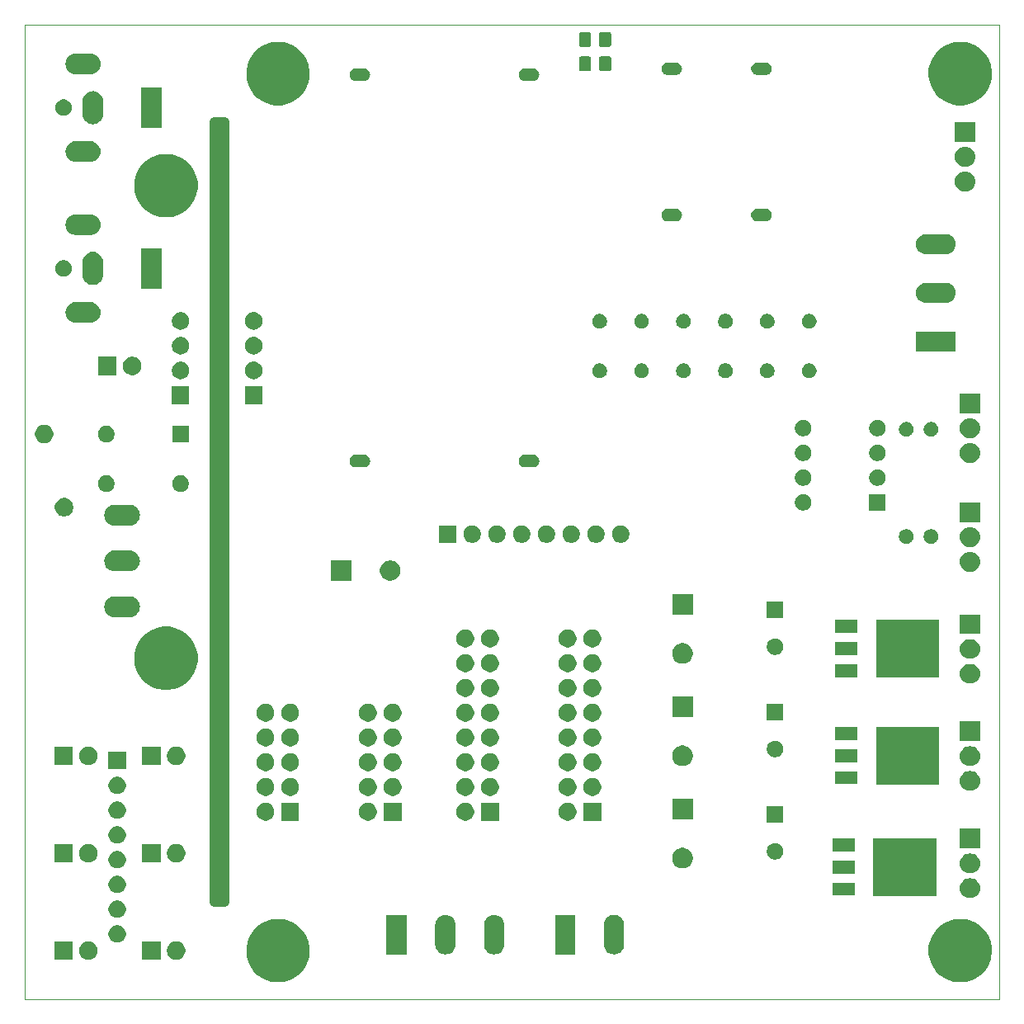
<source format=gbr>
%TF.GenerationSoftware,KiCad,Pcbnew,(5.1.5)-3*%
%TF.CreationDate,2020-03-17T21:32:34+01:00*%
%TF.ProjectId,KicadJE-EuroPowerSupply2-PCB,4b696361-644a-4452-9d45-75726f506f77,Rev A*%
%TF.SameCoordinates,Original*%
%TF.FileFunction,Soldermask,Top*%
%TF.FilePolarity,Negative*%
%FSLAX46Y46*%
G04 Gerber Fmt 4.6, Leading zero omitted, Abs format (unit mm)*
G04 Created by KiCad (PCBNEW (5.1.5)-3) date 2020-03-17 21:32:34*
%MOMM*%
%LPD*%
G04 APERTURE LIST*
%ADD10C,1.000000*%
%ADD11C,0.050000*%
%ADD12C,0.150000*%
G04 APERTURE END LIST*
D10*
X69500000Y-60000000D02*
X70500000Y-60000000D01*
X69500000Y-140000000D02*
X70500000Y-140000000D01*
X70500000Y-60000000D02*
X70500000Y-140000000D01*
X69500000Y-60000000D02*
X69500000Y-140000000D01*
D11*
X50000000Y-150000000D02*
X50000000Y-50000000D01*
X150000000Y-150000000D02*
X50000000Y-150000000D01*
X150000000Y-50000000D02*
X150000000Y-150000000D01*
X50000000Y-50000000D02*
X150000000Y-50000000D01*
D12*
G36*
X76634239Y-141811467D02*
G01*
X76948282Y-141873934D01*
X77539926Y-142119001D01*
X78072392Y-142474784D01*
X78525216Y-142927608D01*
X78880999Y-143460074D01*
X79126066Y-144051718D01*
X79151782Y-144181000D01*
X79251000Y-144679803D01*
X79251000Y-145320197D01*
X79194105Y-145606225D01*
X79126066Y-145948282D01*
X78880999Y-146539926D01*
X78525216Y-147072392D01*
X78072392Y-147525216D01*
X77539926Y-147880999D01*
X76948282Y-148126066D01*
X76634239Y-148188533D01*
X76320197Y-148251000D01*
X75679803Y-148251000D01*
X75365761Y-148188533D01*
X75051718Y-148126066D01*
X74460074Y-147880999D01*
X73927608Y-147525216D01*
X73474784Y-147072392D01*
X73119001Y-146539926D01*
X72873934Y-145948282D01*
X72805895Y-145606225D01*
X72749000Y-145320197D01*
X72749000Y-144679803D01*
X72848218Y-144181000D01*
X72873934Y-144051718D01*
X73119001Y-143460074D01*
X73474784Y-142927608D01*
X73927608Y-142474784D01*
X74460074Y-142119001D01*
X75051718Y-141873934D01*
X75365761Y-141811467D01*
X75679803Y-141749000D01*
X76320197Y-141749000D01*
X76634239Y-141811467D01*
G37*
G36*
X146634239Y-141811467D02*
G01*
X146948282Y-141873934D01*
X147539926Y-142119001D01*
X148072392Y-142474784D01*
X148525216Y-142927608D01*
X148880999Y-143460074D01*
X149126066Y-144051718D01*
X149151782Y-144181000D01*
X149251000Y-144679803D01*
X149251000Y-145320197D01*
X149194105Y-145606225D01*
X149126066Y-145948282D01*
X148880999Y-146539926D01*
X148525216Y-147072392D01*
X148072392Y-147525216D01*
X147539926Y-147880999D01*
X146948282Y-148126066D01*
X146634239Y-148188533D01*
X146320197Y-148251000D01*
X145679803Y-148251000D01*
X145365761Y-148188533D01*
X145051718Y-148126066D01*
X144460074Y-147880999D01*
X143927608Y-147525216D01*
X143474784Y-147072392D01*
X143119001Y-146539926D01*
X142873934Y-145948282D01*
X142805895Y-145606225D01*
X142749000Y-145320197D01*
X142749000Y-144679803D01*
X142848218Y-144181000D01*
X142873934Y-144051718D01*
X143119001Y-143460074D01*
X143474784Y-142927608D01*
X143927608Y-142474784D01*
X144460074Y-142119001D01*
X145051718Y-141873934D01*
X145365761Y-141811467D01*
X145679803Y-141749000D01*
X146320197Y-141749000D01*
X146634239Y-141811467D01*
G37*
G36*
X54951000Y-145951000D02*
G01*
X53049000Y-145951000D01*
X53049000Y-144049000D01*
X54951000Y-144049000D01*
X54951000Y-145951000D01*
G37*
G36*
X56817395Y-144085546D02*
G01*
X56990466Y-144157234D01*
X56990467Y-144157235D01*
X57146227Y-144261310D01*
X57278690Y-144393773D01*
X57331081Y-144472182D01*
X57382766Y-144549534D01*
X57454454Y-144722605D01*
X57491000Y-144906333D01*
X57491000Y-145093667D01*
X57454454Y-145277395D01*
X57382766Y-145450466D01*
X57382765Y-145450467D01*
X57278690Y-145606227D01*
X57146227Y-145738690D01*
X57067818Y-145791081D01*
X56990466Y-145842766D01*
X56817395Y-145914454D01*
X56633667Y-145951000D01*
X56446333Y-145951000D01*
X56262605Y-145914454D01*
X56089534Y-145842766D01*
X56012182Y-145791081D01*
X55933773Y-145738690D01*
X55801310Y-145606227D01*
X55697235Y-145450467D01*
X55697234Y-145450466D01*
X55625546Y-145277395D01*
X55589000Y-145093667D01*
X55589000Y-144906333D01*
X55625546Y-144722605D01*
X55697234Y-144549534D01*
X55748919Y-144472182D01*
X55801310Y-144393773D01*
X55933773Y-144261310D01*
X56089533Y-144157235D01*
X56089534Y-144157234D01*
X56262605Y-144085546D01*
X56446333Y-144049000D01*
X56633667Y-144049000D01*
X56817395Y-144085546D01*
G37*
G36*
X65817395Y-144085546D02*
G01*
X65990466Y-144157234D01*
X65990467Y-144157235D01*
X66146227Y-144261310D01*
X66278690Y-144393773D01*
X66331081Y-144472182D01*
X66382766Y-144549534D01*
X66454454Y-144722605D01*
X66491000Y-144906333D01*
X66491000Y-145093667D01*
X66454454Y-145277395D01*
X66382766Y-145450466D01*
X66382765Y-145450467D01*
X66278690Y-145606227D01*
X66146227Y-145738690D01*
X66067818Y-145791081D01*
X65990466Y-145842766D01*
X65817395Y-145914454D01*
X65633667Y-145951000D01*
X65446333Y-145951000D01*
X65262605Y-145914454D01*
X65089534Y-145842766D01*
X65012182Y-145791081D01*
X64933773Y-145738690D01*
X64801310Y-145606227D01*
X64697235Y-145450467D01*
X64697234Y-145450466D01*
X64625546Y-145277395D01*
X64589000Y-145093667D01*
X64589000Y-144906333D01*
X64625546Y-144722605D01*
X64697234Y-144549534D01*
X64748919Y-144472182D01*
X64801310Y-144393773D01*
X64933773Y-144261310D01*
X65089533Y-144157235D01*
X65089534Y-144157234D01*
X65262605Y-144085546D01*
X65446333Y-144049000D01*
X65633667Y-144049000D01*
X65817395Y-144085546D01*
G37*
G36*
X63951000Y-145951000D02*
G01*
X62049000Y-145951000D01*
X62049000Y-144049000D01*
X63951000Y-144049000D01*
X63951000Y-145951000D01*
G37*
G36*
X98379072Y-141339064D02*
G01*
X98575301Y-141398590D01*
X98756147Y-141495254D01*
X98797438Y-141529141D01*
X98914661Y-141625341D01*
X99044749Y-141783856D01*
X99136066Y-141954698D01*
X99141412Y-141964700D01*
X99200938Y-142160929D01*
X99216001Y-142313869D01*
X99216001Y-144396133D01*
X99200938Y-144549073D01*
X99141412Y-144745302D01*
X99141411Y-144745304D01*
X99044749Y-144926146D01*
X98914661Y-145084661D01*
X98756146Y-145214749D01*
X98594011Y-145301412D01*
X98575302Y-145311412D01*
X98379073Y-145370938D01*
X98175001Y-145391037D01*
X97970930Y-145370938D01*
X97774701Y-145311412D01*
X97755992Y-145301412D01*
X97593857Y-145214749D01*
X97435342Y-145084661D01*
X97305254Y-144926146D01*
X97208592Y-144745304D01*
X97208591Y-144745302D01*
X97149065Y-144549073D01*
X97134002Y-144396133D01*
X97134001Y-142313870D01*
X97134136Y-142312504D01*
X97149064Y-142160932D01*
X97149064Y-142160930D01*
X97208590Y-141964701D01*
X97305254Y-141783855D01*
X97339141Y-141742564D01*
X97435341Y-141625341D01*
X97593856Y-141495253D01*
X97774698Y-141398591D01*
X97774700Y-141398590D01*
X97970929Y-141339064D01*
X98175001Y-141318965D01*
X98379072Y-141339064D01*
G37*
G36*
X93379072Y-141339064D02*
G01*
X93575301Y-141398590D01*
X93756147Y-141495254D01*
X93797438Y-141529141D01*
X93914661Y-141625341D01*
X94044749Y-141783856D01*
X94136066Y-141954698D01*
X94141412Y-141964700D01*
X94200938Y-142160929D01*
X94216001Y-142313869D01*
X94216001Y-144396133D01*
X94200938Y-144549073D01*
X94141412Y-144745302D01*
X94141411Y-144745304D01*
X94044749Y-144926146D01*
X93914661Y-145084661D01*
X93756146Y-145214749D01*
X93594011Y-145301412D01*
X93575302Y-145311412D01*
X93379073Y-145370938D01*
X93175001Y-145391037D01*
X92970930Y-145370938D01*
X92774701Y-145311412D01*
X92755992Y-145301412D01*
X92593857Y-145214749D01*
X92435342Y-145084661D01*
X92305254Y-144926146D01*
X92208592Y-144745304D01*
X92208591Y-144745302D01*
X92149065Y-144549073D01*
X92134002Y-144396133D01*
X92134001Y-142313870D01*
X92134136Y-142312504D01*
X92149064Y-142160932D01*
X92149064Y-142160930D01*
X92208590Y-141964701D01*
X92305254Y-141783855D01*
X92339141Y-141742564D01*
X92435341Y-141625341D01*
X92593856Y-141495253D01*
X92774698Y-141398591D01*
X92774700Y-141398590D01*
X92970929Y-141339064D01*
X93175001Y-141318965D01*
X93379072Y-141339064D01*
G37*
G36*
X89216001Y-145386001D02*
G01*
X87134001Y-145386001D01*
X87134001Y-141324001D01*
X89216001Y-141324001D01*
X89216001Y-145386001D01*
G37*
G36*
X110679072Y-141329064D02*
G01*
X110875301Y-141388590D01*
X111056147Y-141485254D01*
X111068332Y-141495254D01*
X111214661Y-141615341D01*
X111344749Y-141773856D01*
X111398242Y-141873934D01*
X111441412Y-141954700D01*
X111500938Y-142150929D01*
X111516001Y-142303869D01*
X111516001Y-144386133D01*
X111500938Y-144539073D01*
X111441412Y-144735302D01*
X111441411Y-144735304D01*
X111344749Y-144916146D01*
X111214661Y-145074661D01*
X111056146Y-145204749D01*
X110920233Y-145277396D01*
X110875302Y-145301412D01*
X110679073Y-145360938D01*
X110475001Y-145381037D01*
X110270930Y-145360938D01*
X110074701Y-145301412D01*
X110029770Y-145277396D01*
X109893857Y-145204749D01*
X109735342Y-145074661D01*
X109605254Y-144916146D01*
X109508592Y-144735304D01*
X109508591Y-144735302D01*
X109449065Y-144539073D01*
X109434002Y-144386133D01*
X109434001Y-142303870D01*
X109449064Y-142150930D01*
X109508590Y-141954701D01*
X109605254Y-141773855D01*
X109639141Y-141732564D01*
X109735341Y-141615341D01*
X109893856Y-141485253D01*
X110074698Y-141388591D01*
X110074700Y-141388590D01*
X110270929Y-141329064D01*
X110475001Y-141308965D01*
X110679072Y-141329064D01*
G37*
G36*
X106516001Y-145376001D02*
G01*
X104434001Y-145376001D01*
X104434001Y-141314001D01*
X106516001Y-141314001D01*
X106516001Y-145376001D01*
G37*
G36*
X59613512Y-142383927D02*
G01*
X59762812Y-142413624D01*
X59926784Y-142481544D01*
X60074354Y-142580147D01*
X60199853Y-142705646D01*
X60298456Y-142853216D01*
X60366376Y-143017188D01*
X60401000Y-143191259D01*
X60401000Y-143368741D01*
X60366376Y-143542812D01*
X60298456Y-143706784D01*
X60199853Y-143854354D01*
X60074354Y-143979853D01*
X59926784Y-144078456D01*
X59762812Y-144146376D01*
X59613512Y-144176073D01*
X59588742Y-144181000D01*
X59411258Y-144181000D01*
X59386488Y-144176073D01*
X59237188Y-144146376D01*
X59073216Y-144078456D01*
X58925646Y-143979853D01*
X58800147Y-143854354D01*
X58701544Y-143706784D01*
X58633624Y-143542812D01*
X58599000Y-143368741D01*
X58599000Y-143191259D01*
X58633624Y-143017188D01*
X58701544Y-142853216D01*
X58800147Y-142705646D01*
X58925646Y-142580147D01*
X59073216Y-142481544D01*
X59237188Y-142413624D01*
X59386488Y-142383927D01*
X59411258Y-142379000D01*
X59588742Y-142379000D01*
X59613512Y-142383927D01*
G37*
G36*
X59613512Y-139843927D02*
G01*
X59762812Y-139873624D01*
X59926784Y-139941544D01*
X60074354Y-140040147D01*
X60199853Y-140165646D01*
X60298456Y-140313216D01*
X60366376Y-140477188D01*
X60401000Y-140651259D01*
X60401000Y-140828741D01*
X60366376Y-141002812D01*
X60298456Y-141166784D01*
X60199853Y-141314354D01*
X60074354Y-141439853D01*
X59926784Y-141538456D01*
X59762812Y-141606376D01*
X59613512Y-141636073D01*
X59588742Y-141641000D01*
X59411258Y-141641000D01*
X59386488Y-141636073D01*
X59237188Y-141606376D01*
X59073216Y-141538456D01*
X58925646Y-141439853D01*
X58800147Y-141314354D01*
X58701544Y-141166784D01*
X58633624Y-141002812D01*
X58599000Y-140828741D01*
X58599000Y-140651259D01*
X58633624Y-140477188D01*
X58701544Y-140313216D01*
X58800147Y-140165646D01*
X58925646Y-140040147D01*
X59073216Y-139941544D01*
X59237188Y-139873624D01*
X59386488Y-139843927D01*
X59411258Y-139839000D01*
X59588742Y-139839000D01*
X59613512Y-139843927D01*
G37*
G36*
X147145936Y-137581340D02*
G01*
X147244220Y-137591020D01*
X147433381Y-137648401D01*
X147607712Y-137741583D01*
X147760515Y-137866985D01*
X147885917Y-138019788D01*
X147979099Y-138194119D01*
X148036480Y-138383280D01*
X148055855Y-138580000D01*
X148036480Y-138776720D01*
X147979099Y-138965881D01*
X147885917Y-139140212D01*
X147760515Y-139293015D01*
X147607712Y-139418417D01*
X147433381Y-139511599D01*
X147244220Y-139568980D01*
X147145936Y-139578660D01*
X147096795Y-139583500D01*
X146903205Y-139583500D01*
X146854064Y-139578660D01*
X146755780Y-139568980D01*
X146566619Y-139511599D01*
X146392288Y-139418417D01*
X146239485Y-139293015D01*
X146114083Y-139140212D01*
X146020901Y-138965881D01*
X145963520Y-138776720D01*
X145944145Y-138580000D01*
X145963520Y-138383280D01*
X146020901Y-138194119D01*
X146114083Y-138019788D01*
X146239485Y-137866985D01*
X146392288Y-137741583D01*
X146566619Y-137648401D01*
X146755780Y-137591020D01*
X146854064Y-137581340D01*
X146903205Y-137576500D01*
X147096795Y-137576500D01*
X147145936Y-137581340D01*
G37*
G36*
X143576000Y-139376001D02*
G01*
X137074000Y-139376001D01*
X137074000Y-133474001D01*
X143576000Y-133474001D01*
X143576000Y-139376001D01*
G37*
G36*
X135176000Y-139356001D02*
G01*
X132874000Y-139356001D01*
X132874000Y-138054001D01*
X135176000Y-138054001D01*
X135176000Y-139356001D01*
G37*
G36*
X59613512Y-137303927D02*
G01*
X59762812Y-137333624D01*
X59926784Y-137401544D01*
X60074354Y-137500147D01*
X60199853Y-137625646D01*
X60298456Y-137773216D01*
X60366376Y-137937188D01*
X60401000Y-138111259D01*
X60401000Y-138288741D01*
X60366376Y-138462812D01*
X60298456Y-138626784D01*
X60199853Y-138774354D01*
X60074354Y-138899853D01*
X59926784Y-138998456D01*
X59762812Y-139066376D01*
X59613512Y-139096073D01*
X59588742Y-139101000D01*
X59411258Y-139101000D01*
X59386488Y-139096073D01*
X59237188Y-139066376D01*
X59073216Y-138998456D01*
X58925646Y-138899853D01*
X58800147Y-138774354D01*
X58701544Y-138626784D01*
X58633624Y-138462812D01*
X58599000Y-138288741D01*
X58599000Y-138111259D01*
X58633624Y-137937188D01*
X58701544Y-137773216D01*
X58800147Y-137625646D01*
X58925646Y-137500147D01*
X59073216Y-137401544D01*
X59237188Y-137333624D01*
X59386488Y-137303927D01*
X59411258Y-137299000D01*
X59588742Y-137299000D01*
X59613512Y-137303927D01*
G37*
G36*
X135176000Y-137076001D02*
G01*
X132874000Y-137076001D01*
X132874000Y-135774001D01*
X135176000Y-135774001D01*
X135176000Y-137076001D01*
G37*
G36*
X147145936Y-135041340D02*
G01*
X147244220Y-135051020D01*
X147433381Y-135108401D01*
X147607712Y-135201583D01*
X147760515Y-135326985D01*
X147885917Y-135479788D01*
X147979099Y-135654119D01*
X148036480Y-135843280D01*
X148055855Y-136040000D01*
X148036480Y-136236720D01*
X147979099Y-136425881D01*
X147885917Y-136600212D01*
X147760515Y-136753015D01*
X147607712Y-136878417D01*
X147433381Y-136971599D01*
X147244220Y-137028980D01*
X147145936Y-137038660D01*
X147096795Y-137043500D01*
X146903205Y-137043500D01*
X146854064Y-137038660D01*
X146755780Y-137028980D01*
X146566619Y-136971599D01*
X146392288Y-136878417D01*
X146239485Y-136753015D01*
X146114083Y-136600212D01*
X146020901Y-136425881D01*
X145963520Y-136236720D01*
X145944145Y-136040000D01*
X145963520Y-135843280D01*
X146020901Y-135654119D01*
X146114083Y-135479788D01*
X146239485Y-135326985D01*
X146392288Y-135201583D01*
X146566619Y-135108401D01*
X146755780Y-135051020D01*
X146854064Y-135041340D01*
X146903205Y-135036500D01*
X147096795Y-135036500D01*
X147145936Y-135041340D01*
G37*
G36*
X59613512Y-134763927D02*
G01*
X59762812Y-134793624D01*
X59926784Y-134861544D01*
X60074354Y-134960147D01*
X60199853Y-135085646D01*
X60298456Y-135233216D01*
X60366376Y-135397188D01*
X60396073Y-135546488D01*
X60397597Y-135554148D01*
X60401000Y-135571259D01*
X60401000Y-135748741D01*
X60366376Y-135922812D01*
X60298456Y-136086784D01*
X60199853Y-136234354D01*
X60074354Y-136359853D01*
X59926784Y-136458456D01*
X59762812Y-136526376D01*
X59613512Y-136556073D01*
X59588742Y-136561000D01*
X59411258Y-136561000D01*
X59386488Y-136556073D01*
X59237188Y-136526376D01*
X59073216Y-136458456D01*
X58925646Y-136359853D01*
X58800147Y-136234354D01*
X58701544Y-136086784D01*
X58633624Y-135922812D01*
X58599000Y-135748741D01*
X58599000Y-135571259D01*
X58602404Y-135554148D01*
X58603927Y-135546488D01*
X58633624Y-135397188D01*
X58701544Y-135233216D01*
X58800147Y-135085646D01*
X58925646Y-134960147D01*
X59073216Y-134861544D01*
X59237188Y-134793624D01*
X59386488Y-134763927D01*
X59411258Y-134759000D01*
X59588742Y-134759000D01*
X59613512Y-134763927D01*
G37*
G36*
X117806564Y-134489389D02*
G01*
X117957170Y-134551772D01*
X117997835Y-134568616D01*
X118169973Y-134683635D01*
X118316365Y-134830027D01*
X118431385Y-135002167D01*
X118510611Y-135193436D01*
X118551000Y-135396484D01*
X118551000Y-135603516D01*
X118510611Y-135806564D01*
X118450784Y-135951000D01*
X118431384Y-135997835D01*
X118316365Y-136169973D01*
X118169973Y-136316365D01*
X117997835Y-136431384D01*
X117997834Y-136431385D01*
X117997833Y-136431385D01*
X117806564Y-136510611D01*
X117603516Y-136551000D01*
X117396484Y-136551000D01*
X117193436Y-136510611D01*
X117002167Y-136431385D01*
X117002166Y-136431385D01*
X117002165Y-136431384D01*
X116830027Y-136316365D01*
X116683635Y-136169973D01*
X116568616Y-135997835D01*
X116549216Y-135951000D01*
X116489389Y-135806564D01*
X116449000Y-135603516D01*
X116449000Y-135396484D01*
X116489389Y-135193436D01*
X116568615Y-135002167D01*
X116683635Y-134830027D01*
X116830027Y-134683635D01*
X117002165Y-134568616D01*
X117042830Y-134551772D01*
X117193436Y-134489389D01*
X117396484Y-134449000D01*
X117603516Y-134449000D01*
X117806564Y-134489389D01*
G37*
G36*
X65817395Y-134085546D02*
G01*
X65990466Y-134157234D01*
X65990467Y-134157235D01*
X66146227Y-134261310D01*
X66278690Y-134393773D01*
X66278691Y-134393775D01*
X66382766Y-134549534D01*
X66454454Y-134722605D01*
X66491000Y-134906333D01*
X66491000Y-135093667D01*
X66454454Y-135277395D01*
X66382766Y-135450466D01*
X66363173Y-135479789D01*
X66278690Y-135606227D01*
X66146227Y-135738690D01*
X66131183Y-135748742D01*
X65990466Y-135842766D01*
X65817395Y-135914454D01*
X65633667Y-135951000D01*
X65446333Y-135951000D01*
X65262605Y-135914454D01*
X65089534Y-135842766D01*
X64948817Y-135748742D01*
X64933773Y-135738690D01*
X64801310Y-135606227D01*
X64716827Y-135479789D01*
X64697234Y-135450466D01*
X64625546Y-135277395D01*
X64589000Y-135093667D01*
X64589000Y-134906333D01*
X64625546Y-134722605D01*
X64697234Y-134549534D01*
X64801309Y-134393775D01*
X64801310Y-134393773D01*
X64933773Y-134261310D01*
X65089533Y-134157235D01*
X65089534Y-134157234D01*
X65262605Y-134085546D01*
X65446333Y-134049000D01*
X65633667Y-134049000D01*
X65817395Y-134085546D01*
G37*
G36*
X63951000Y-135951000D02*
G01*
X62049000Y-135951000D01*
X62049000Y-134049000D01*
X63951000Y-134049000D01*
X63951000Y-135951000D01*
G37*
G36*
X56817395Y-134085546D02*
G01*
X56990466Y-134157234D01*
X56990467Y-134157235D01*
X57146227Y-134261310D01*
X57278690Y-134393773D01*
X57278691Y-134393775D01*
X57382766Y-134549534D01*
X57454454Y-134722605D01*
X57491000Y-134906333D01*
X57491000Y-135093667D01*
X57454454Y-135277395D01*
X57382766Y-135450466D01*
X57363173Y-135479789D01*
X57278690Y-135606227D01*
X57146227Y-135738690D01*
X57131183Y-135748742D01*
X56990466Y-135842766D01*
X56817395Y-135914454D01*
X56633667Y-135951000D01*
X56446333Y-135951000D01*
X56262605Y-135914454D01*
X56089534Y-135842766D01*
X55948817Y-135748742D01*
X55933773Y-135738690D01*
X55801310Y-135606227D01*
X55716827Y-135479789D01*
X55697234Y-135450466D01*
X55625546Y-135277395D01*
X55589000Y-135093667D01*
X55589000Y-134906333D01*
X55625546Y-134722605D01*
X55697234Y-134549534D01*
X55801309Y-134393775D01*
X55801310Y-134393773D01*
X55933773Y-134261310D01*
X56089533Y-134157235D01*
X56089534Y-134157234D01*
X56262605Y-134085546D01*
X56446333Y-134049000D01*
X56633667Y-134049000D01*
X56817395Y-134085546D01*
G37*
G36*
X54951000Y-135951000D02*
G01*
X53049000Y-135951000D01*
X53049000Y-134049000D01*
X54951000Y-134049000D01*
X54951000Y-135951000D01*
G37*
G36*
X127248228Y-133981703D02*
G01*
X127403100Y-134045853D01*
X127542481Y-134138985D01*
X127661015Y-134257519D01*
X127754147Y-134396900D01*
X127818297Y-134551772D01*
X127851000Y-134716184D01*
X127851000Y-134883816D01*
X127818297Y-135048228D01*
X127754147Y-135203100D01*
X127661015Y-135342481D01*
X127542481Y-135461015D01*
X127403100Y-135554147D01*
X127248228Y-135618297D01*
X127083816Y-135651000D01*
X126916184Y-135651000D01*
X126751772Y-135618297D01*
X126596900Y-135554147D01*
X126457519Y-135461015D01*
X126338985Y-135342481D01*
X126245853Y-135203100D01*
X126181703Y-135048228D01*
X126149000Y-134883816D01*
X126149000Y-134716184D01*
X126181703Y-134551772D01*
X126245853Y-134396900D01*
X126338985Y-134257519D01*
X126457519Y-134138985D01*
X126596900Y-134045853D01*
X126751772Y-133981703D01*
X126916184Y-133949000D01*
X127083816Y-133949000D01*
X127248228Y-133981703D01*
G37*
G36*
X135176000Y-134796001D02*
G01*
X132874000Y-134796001D01*
X132874000Y-133494001D01*
X135176000Y-133494001D01*
X135176000Y-134796001D01*
G37*
G36*
X148051000Y-134503500D02*
G01*
X145949000Y-134503500D01*
X145949000Y-132496500D01*
X148051000Y-132496500D01*
X148051000Y-134503500D01*
G37*
G36*
X59613512Y-132223927D02*
G01*
X59762812Y-132253624D01*
X59926784Y-132321544D01*
X60074354Y-132420147D01*
X60199853Y-132545646D01*
X60298456Y-132693216D01*
X60366376Y-132857188D01*
X60401000Y-133031259D01*
X60401000Y-133208741D01*
X60366376Y-133382812D01*
X60298456Y-133546784D01*
X60199853Y-133694354D01*
X60074354Y-133819853D01*
X59926784Y-133918456D01*
X59762812Y-133986376D01*
X59613512Y-134016073D01*
X59588742Y-134021000D01*
X59411258Y-134021000D01*
X59386488Y-134016073D01*
X59237188Y-133986376D01*
X59073216Y-133918456D01*
X58925646Y-133819853D01*
X58800147Y-133694354D01*
X58701544Y-133546784D01*
X58633624Y-133382812D01*
X58599000Y-133208741D01*
X58599000Y-133031259D01*
X58633624Y-132857188D01*
X58701544Y-132693216D01*
X58800147Y-132545646D01*
X58925646Y-132420147D01*
X59073216Y-132321544D01*
X59237188Y-132253624D01*
X59386488Y-132223927D01*
X59411258Y-132219000D01*
X59588742Y-132219000D01*
X59613512Y-132223927D01*
G37*
G36*
X127851000Y-131851000D02*
G01*
X126149000Y-131851000D01*
X126149000Y-130149000D01*
X127851000Y-130149000D01*
X127851000Y-131851000D01*
G37*
G36*
X105976778Y-129870547D02*
G01*
X106143224Y-129939491D01*
X106293022Y-130039583D01*
X106420417Y-130166978D01*
X106520509Y-130316776D01*
X106589453Y-130483222D01*
X106624600Y-130659918D01*
X106624600Y-130840082D01*
X106589453Y-131016778D01*
X106520509Y-131183224D01*
X106420417Y-131333022D01*
X106293022Y-131460417D01*
X106143224Y-131560509D01*
X105976778Y-131629453D01*
X105800082Y-131664600D01*
X105619918Y-131664600D01*
X105443222Y-131629453D01*
X105276776Y-131560509D01*
X105126978Y-131460417D01*
X104999583Y-131333022D01*
X104899491Y-131183224D01*
X104830547Y-131016778D01*
X104795400Y-130840082D01*
X104795400Y-130659918D01*
X104830547Y-130483222D01*
X104899491Y-130316776D01*
X104999583Y-130166978D01*
X105126978Y-130039583D01*
X105276776Y-129939491D01*
X105443222Y-129870547D01*
X105619918Y-129835400D01*
X105800082Y-129835400D01*
X105976778Y-129870547D01*
G37*
G36*
X98664600Y-131664600D02*
G01*
X96835400Y-131664600D01*
X96835400Y-129835400D01*
X98664600Y-129835400D01*
X98664600Y-131664600D01*
G37*
G36*
X85476778Y-129870547D02*
G01*
X85643224Y-129939491D01*
X85793022Y-130039583D01*
X85920417Y-130166978D01*
X86020509Y-130316776D01*
X86089453Y-130483222D01*
X86124600Y-130659918D01*
X86124600Y-130840082D01*
X86089453Y-131016778D01*
X86020509Y-131183224D01*
X85920417Y-131333022D01*
X85793022Y-131460417D01*
X85643224Y-131560509D01*
X85476778Y-131629453D01*
X85300082Y-131664600D01*
X85119918Y-131664600D01*
X84943222Y-131629453D01*
X84776776Y-131560509D01*
X84626978Y-131460417D01*
X84499583Y-131333022D01*
X84399491Y-131183224D01*
X84330547Y-131016778D01*
X84295400Y-130840082D01*
X84295400Y-130659918D01*
X84330547Y-130483222D01*
X84399491Y-130316776D01*
X84499583Y-130166978D01*
X84626978Y-130039583D01*
X84776776Y-129939491D01*
X84943222Y-129870547D01*
X85119918Y-129835400D01*
X85300082Y-129835400D01*
X85476778Y-129870547D01*
G37*
G36*
X88664600Y-131664600D02*
G01*
X86835400Y-131664600D01*
X86835400Y-129835400D01*
X88664600Y-129835400D01*
X88664600Y-131664600D01*
G37*
G36*
X95476778Y-129870547D02*
G01*
X95643224Y-129939491D01*
X95793022Y-130039583D01*
X95920417Y-130166978D01*
X96020509Y-130316776D01*
X96089453Y-130483222D01*
X96124600Y-130659918D01*
X96124600Y-130840082D01*
X96089453Y-131016778D01*
X96020509Y-131183224D01*
X95920417Y-131333022D01*
X95793022Y-131460417D01*
X95643224Y-131560509D01*
X95476778Y-131629453D01*
X95300082Y-131664600D01*
X95119918Y-131664600D01*
X94943222Y-131629453D01*
X94776776Y-131560509D01*
X94626978Y-131460417D01*
X94499583Y-131333022D01*
X94399491Y-131183224D01*
X94330547Y-131016778D01*
X94295400Y-130840082D01*
X94295400Y-130659918D01*
X94330547Y-130483222D01*
X94399491Y-130316776D01*
X94499583Y-130166978D01*
X94626978Y-130039583D01*
X94776776Y-129939491D01*
X94943222Y-129870547D01*
X95119918Y-129835400D01*
X95300082Y-129835400D01*
X95476778Y-129870547D01*
G37*
G36*
X78164600Y-131664600D02*
G01*
X76335400Y-131664600D01*
X76335400Y-129835400D01*
X78164600Y-129835400D01*
X78164600Y-131664600D01*
G37*
G36*
X74976778Y-129870547D02*
G01*
X75143224Y-129939491D01*
X75293022Y-130039583D01*
X75420417Y-130166978D01*
X75520509Y-130316776D01*
X75589453Y-130483222D01*
X75624600Y-130659918D01*
X75624600Y-130840082D01*
X75589453Y-131016778D01*
X75520509Y-131183224D01*
X75420417Y-131333022D01*
X75293022Y-131460417D01*
X75143224Y-131560509D01*
X74976778Y-131629453D01*
X74800082Y-131664600D01*
X74619918Y-131664600D01*
X74443222Y-131629453D01*
X74276776Y-131560509D01*
X74126978Y-131460417D01*
X73999583Y-131333022D01*
X73899491Y-131183224D01*
X73830547Y-131016778D01*
X73795400Y-130840082D01*
X73795400Y-130659918D01*
X73830547Y-130483222D01*
X73899491Y-130316776D01*
X73999583Y-130166978D01*
X74126978Y-130039583D01*
X74276776Y-129939491D01*
X74443222Y-129870547D01*
X74619918Y-129835400D01*
X74800082Y-129835400D01*
X74976778Y-129870547D01*
G37*
G36*
X109164600Y-131664600D02*
G01*
X107335400Y-131664600D01*
X107335400Y-129835400D01*
X109164600Y-129835400D01*
X109164600Y-131664600D01*
G37*
G36*
X118551000Y-131551000D02*
G01*
X116449000Y-131551000D01*
X116449000Y-129449000D01*
X118551000Y-129449000D01*
X118551000Y-131551000D01*
G37*
G36*
X59613512Y-129683927D02*
G01*
X59762812Y-129713624D01*
X59926784Y-129781544D01*
X60074354Y-129880147D01*
X60199853Y-130005646D01*
X60298456Y-130153216D01*
X60366376Y-130317188D01*
X60396073Y-130466488D01*
X60399402Y-130483222D01*
X60401000Y-130491259D01*
X60401000Y-130668741D01*
X60366376Y-130842812D01*
X60298456Y-131006784D01*
X60199853Y-131154354D01*
X60074354Y-131279853D01*
X59926784Y-131378456D01*
X59762812Y-131446376D01*
X59613512Y-131476073D01*
X59588742Y-131481000D01*
X59411258Y-131481000D01*
X59386488Y-131476073D01*
X59237188Y-131446376D01*
X59073216Y-131378456D01*
X58925646Y-131279853D01*
X58800147Y-131154354D01*
X58701544Y-131006784D01*
X58633624Y-130842812D01*
X58599000Y-130668741D01*
X58599000Y-130491259D01*
X58600599Y-130483222D01*
X58603927Y-130466488D01*
X58633624Y-130317188D01*
X58701544Y-130153216D01*
X58800147Y-130005646D01*
X58925646Y-129880147D01*
X59073216Y-129781544D01*
X59237188Y-129713624D01*
X59386488Y-129683927D01*
X59411258Y-129679000D01*
X59588742Y-129679000D01*
X59613512Y-129683927D01*
G37*
G36*
X74976778Y-127330547D02*
G01*
X75143224Y-127399491D01*
X75293022Y-127499583D01*
X75420417Y-127626978D01*
X75520509Y-127776776D01*
X75589453Y-127943222D01*
X75624600Y-128119918D01*
X75624600Y-128300082D01*
X75589453Y-128476778D01*
X75520509Y-128643224D01*
X75420417Y-128793022D01*
X75293022Y-128920417D01*
X75143224Y-129020509D01*
X74976778Y-129089453D01*
X74800082Y-129124600D01*
X74619918Y-129124600D01*
X74443222Y-129089453D01*
X74276776Y-129020509D01*
X74126978Y-128920417D01*
X73999583Y-128793022D01*
X73899491Y-128643224D01*
X73830547Y-128476778D01*
X73795400Y-128300082D01*
X73795400Y-128119918D01*
X73830547Y-127943222D01*
X73899491Y-127776776D01*
X73999583Y-127626978D01*
X74126978Y-127499583D01*
X74276776Y-127399491D01*
X74443222Y-127330547D01*
X74619918Y-127295400D01*
X74800082Y-127295400D01*
X74976778Y-127330547D01*
G37*
G36*
X105976778Y-127330547D02*
G01*
X106143224Y-127399491D01*
X106293022Y-127499583D01*
X106420417Y-127626978D01*
X106520509Y-127776776D01*
X106589453Y-127943222D01*
X106624600Y-128119918D01*
X106624600Y-128300082D01*
X106589453Y-128476778D01*
X106520509Y-128643224D01*
X106420417Y-128793022D01*
X106293022Y-128920417D01*
X106143224Y-129020509D01*
X105976778Y-129089453D01*
X105800082Y-129124600D01*
X105619918Y-129124600D01*
X105443222Y-129089453D01*
X105276776Y-129020509D01*
X105126978Y-128920417D01*
X104999583Y-128793022D01*
X104899491Y-128643224D01*
X104830547Y-128476778D01*
X104795400Y-128300082D01*
X104795400Y-128119918D01*
X104830547Y-127943222D01*
X104899491Y-127776776D01*
X104999583Y-127626978D01*
X105126978Y-127499583D01*
X105276776Y-127399491D01*
X105443222Y-127330547D01*
X105619918Y-127295400D01*
X105800082Y-127295400D01*
X105976778Y-127330547D01*
G37*
G36*
X108516778Y-127330547D02*
G01*
X108683224Y-127399491D01*
X108833022Y-127499583D01*
X108960417Y-127626978D01*
X109060509Y-127776776D01*
X109129453Y-127943222D01*
X109164600Y-128119918D01*
X109164600Y-128300082D01*
X109129453Y-128476778D01*
X109060509Y-128643224D01*
X108960417Y-128793022D01*
X108833022Y-128920417D01*
X108683224Y-129020509D01*
X108516778Y-129089453D01*
X108340082Y-129124600D01*
X108159918Y-129124600D01*
X107983222Y-129089453D01*
X107816776Y-129020509D01*
X107666978Y-128920417D01*
X107539583Y-128793022D01*
X107439491Y-128643224D01*
X107370547Y-128476778D01*
X107335400Y-128300082D01*
X107335400Y-128119918D01*
X107370547Y-127943222D01*
X107439491Y-127776776D01*
X107539583Y-127626978D01*
X107666978Y-127499583D01*
X107816776Y-127399491D01*
X107983222Y-127330547D01*
X108159918Y-127295400D01*
X108340082Y-127295400D01*
X108516778Y-127330547D01*
G37*
G36*
X85476778Y-127330547D02*
G01*
X85643224Y-127399491D01*
X85793022Y-127499583D01*
X85920417Y-127626978D01*
X86020509Y-127776776D01*
X86089453Y-127943222D01*
X86124600Y-128119918D01*
X86124600Y-128300082D01*
X86089453Y-128476778D01*
X86020509Y-128643224D01*
X85920417Y-128793022D01*
X85793022Y-128920417D01*
X85643224Y-129020509D01*
X85476778Y-129089453D01*
X85300082Y-129124600D01*
X85119918Y-129124600D01*
X84943222Y-129089453D01*
X84776776Y-129020509D01*
X84626978Y-128920417D01*
X84499583Y-128793022D01*
X84399491Y-128643224D01*
X84330547Y-128476778D01*
X84295400Y-128300082D01*
X84295400Y-128119918D01*
X84330547Y-127943222D01*
X84399491Y-127776776D01*
X84499583Y-127626978D01*
X84626978Y-127499583D01*
X84776776Y-127399491D01*
X84943222Y-127330547D01*
X85119918Y-127295400D01*
X85300082Y-127295400D01*
X85476778Y-127330547D01*
G37*
G36*
X88016778Y-127330547D02*
G01*
X88183224Y-127399491D01*
X88333022Y-127499583D01*
X88460417Y-127626978D01*
X88560509Y-127776776D01*
X88629453Y-127943222D01*
X88664600Y-128119918D01*
X88664600Y-128300082D01*
X88629453Y-128476778D01*
X88560509Y-128643224D01*
X88460417Y-128793022D01*
X88333022Y-128920417D01*
X88183224Y-129020509D01*
X88016778Y-129089453D01*
X87840082Y-129124600D01*
X87659918Y-129124600D01*
X87483222Y-129089453D01*
X87316776Y-129020509D01*
X87166978Y-128920417D01*
X87039583Y-128793022D01*
X86939491Y-128643224D01*
X86870547Y-128476778D01*
X86835400Y-128300082D01*
X86835400Y-128119918D01*
X86870547Y-127943222D01*
X86939491Y-127776776D01*
X87039583Y-127626978D01*
X87166978Y-127499583D01*
X87316776Y-127399491D01*
X87483222Y-127330547D01*
X87659918Y-127295400D01*
X87840082Y-127295400D01*
X88016778Y-127330547D01*
G37*
G36*
X77516778Y-127330547D02*
G01*
X77683224Y-127399491D01*
X77833022Y-127499583D01*
X77960417Y-127626978D01*
X78060509Y-127776776D01*
X78129453Y-127943222D01*
X78164600Y-128119918D01*
X78164600Y-128300082D01*
X78129453Y-128476778D01*
X78060509Y-128643224D01*
X77960417Y-128793022D01*
X77833022Y-128920417D01*
X77683224Y-129020509D01*
X77516778Y-129089453D01*
X77340082Y-129124600D01*
X77159918Y-129124600D01*
X76983222Y-129089453D01*
X76816776Y-129020509D01*
X76666978Y-128920417D01*
X76539583Y-128793022D01*
X76439491Y-128643224D01*
X76370547Y-128476778D01*
X76335400Y-128300082D01*
X76335400Y-128119918D01*
X76370547Y-127943222D01*
X76439491Y-127776776D01*
X76539583Y-127626978D01*
X76666978Y-127499583D01*
X76816776Y-127399491D01*
X76983222Y-127330547D01*
X77159918Y-127295400D01*
X77340082Y-127295400D01*
X77516778Y-127330547D01*
G37*
G36*
X98016778Y-127330547D02*
G01*
X98183224Y-127399491D01*
X98333022Y-127499583D01*
X98460417Y-127626978D01*
X98560509Y-127776776D01*
X98629453Y-127943222D01*
X98664600Y-128119918D01*
X98664600Y-128300082D01*
X98629453Y-128476778D01*
X98560509Y-128643224D01*
X98460417Y-128793022D01*
X98333022Y-128920417D01*
X98183224Y-129020509D01*
X98016778Y-129089453D01*
X97840082Y-129124600D01*
X97659918Y-129124600D01*
X97483222Y-129089453D01*
X97316776Y-129020509D01*
X97166978Y-128920417D01*
X97039583Y-128793022D01*
X96939491Y-128643224D01*
X96870547Y-128476778D01*
X96835400Y-128300082D01*
X96835400Y-128119918D01*
X96870547Y-127943222D01*
X96939491Y-127776776D01*
X97039583Y-127626978D01*
X97166978Y-127499583D01*
X97316776Y-127399491D01*
X97483222Y-127330547D01*
X97659918Y-127295400D01*
X97840082Y-127295400D01*
X98016778Y-127330547D01*
G37*
G36*
X95476778Y-127330547D02*
G01*
X95643224Y-127399491D01*
X95793022Y-127499583D01*
X95920417Y-127626978D01*
X96020509Y-127776776D01*
X96089453Y-127943222D01*
X96124600Y-128119918D01*
X96124600Y-128300082D01*
X96089453Y-128476778D01*
X96020509Y-128643224D01*
X95920417Y-128793022D01*
X95793022Y-128920417D01*
X95643224Y-129020509D01*
X95476778Y-129089453D01*
X95300082Y-129124600D01*
X95119918Y-129124600D01*
X94943222Y-129089453D01*
X94776776Y-129020509D01*
X94626978Y-128920417D01*
X94499583Y-128793022D01*
X94399491Y-128643224D01*
X94330547Y-128476778D01*
X94295400Y-128300082D01*
X94295400Y-128119918D01*
X94330547Y-127943222D01*
X94399491Y-127776776D01*
X94499583Y-127626978D01*
X94626978Y-127499583D01*
X94776776Y-127399491D01*
X94943222Y-127330547D01*
X95119918Y-127295400D01*
X95300082Y-127295400D01*
X95476778Y-127330547D01*
G37*
G36*
X59613512Y-127143927D02*
G01*
X59762812Y-127173624D01*
X59926784Y-127241544D01*
X60074354Y-127340147D01*
X60199853Y-127465646D01*
X60298456Y-127613216D01*
X60366376Y-127777188D01*
X60396073Y-127926488D01*
X60400949Y-127951000D01*
X60401000Y-127951259D01*
X60401000Y-128128741D01*
X60366376Y-128302812D01*
X60298456Y-128466784D01*
X60199853Y-128614354D01*
X60074354Y-128739853D01*
X59926784Y-128838456D01*
X59762812Y-128906376D01*
X59613512Y-128936073D01*
X59588742Y-128941000D01*
X59411258Y-128941000D01*
X59386488Y-128936073D01*
X59237188Y-128906376D01*
X59073216Y-128838456D01*
X58925646Y-128739853D01*
X58800147Y-128614354D01*
X58701544Y-128466784D01*
X58633624Y-128302812D01*
X58599000Y-128128741D01*
X58599000Y-127951259D01*
X58599052Y-127951000D01*
X58603927Y-127926488D01*
X58633624Y-127777188D01*
X58701544Y-127613216D01*
X58800147Y-127465646D01*
X58925646Y-127340147D01*
X59073216Y-127241544D01*
X59237188Y-127173624D01*
X59386488Y-127143927D01*
X59411258Y-127139000D01*
X59588742Y-127139000D01*
X59613512Y-127143927D01*
G37*
G36*
X147145936Y-126581340D02*
G01*
X147244220Y-126591020D01*
X147433381Y-126648401D01*
X147607712Y-126741583D01*
X147760515Y-126866985D01*
X147885917Y-127019788D01*
X147979099Y-127194119D01*
X148036480Y-127383280D01*
X148055855Y-127580000D01*
X148036480Y-127776720D01*
X147979099Y-127965881D01*
X147885917Y-128140212D01*
X147760515Y-128293015D01*
X147607712Y-128418417D01*
X147433381Y-128511599D01*
X147244220Y-128568980D01*
X147145936Y-128578660D01*
X147096795Y-128583500D01*
X146903205Y-128583500D01*
X146854064Y-128578660D01*
X146755780Y-128568980D01*
X146566619Y-128511599D01*
X146392288Y-128418417D01*
X146239485Y-128293015D01*
X146114083Y-128140212D01*
X146020901Y-127965881D01*
X145963520Y-127776720D01*
X145944145Y-127580000D01*
X145963520Y-127383280D01*
X146020901Y-127194119D01*
X146114083Y-127019788D01*
X146239485Y-126866985D01*
X146392288Y-126741583D01*
X146566619Y-126648401D01*
X146755780Y-126591020D01*
X146854064Y-126581340D01*
X146903205Y-126576500D01*
X147096795Y-126576500D01*
X147145936Y-126581340D01*
G37*
G36*
X143851000Y-127951000D02*
G01*
X137349000Y-127951000D01*
X137349000Y-122049000D01*
X143851000Y-122049000D01*
X143851000Y-127951000D01*
G37*
G36*
X135451000Y-127931000D02*
G01*
X133149000Y-127931000D01*
X133149000Y-126629000D01*
X135451000Y-126629000D01*
X135451000Y-127931000D01*
G37*
G36*
X98016778Y-124790547D02*
G01*
X98183224Y-124859491D01*
X98333022Y-124959583D01*
X98460417Y-125086978D01*
X98560509Y-125236776D01*
X98629453Y-125403222D01*
X98664600Y-125579918D01*
X98664600Y-125760082D01*
X98629453Y-125936778D01*
X98560509Y-126103224D01*
X98460417Y-126253022D01*
X98333022Y-126380417D01*
X98183224Y-126480509D01*
X98016778Y-126549453D01*
X97840082Y-126584600D01*
X97659918Y-126584600D01*
X97483222Y-126549453D01*
X97316776Y-126480509D01*
X97166978Y-126380417D01*
X97039583Y-126253022D01*
X96939491Y-126103224D01*
X96870547Y-125936778D01*
X96835400Y-125760082D01*
X96835400Y-125579918D01*
X96870547Y-125403222D01*
X96939491Y-125236776D01*
X97039583Y-125086978D01*
X97166978Y-124959583D01*
X97316776Y-124859491D01*
X97483222Y-124790547D01*
X97659918Y-124755400D01*
X97840082Y-124755400D01*
X98016778Y-124790547D01*
G37*
G36*
X77516778Y-124790547D02*
G01*
X77683224Y-124859491D01*
X77833022Y-124959583D01*
X77960417Y-125086978D01*
X78060509Y-125236776D01*
X78129453Y-125403222D01*
X78164600Y-125579918D01*
X78164600Y-125760082D01*
X78129453Y-125936778D01*
X78060509Y-126103224D01*
X77960417Y-126253022D01*
X77833022Y-126380417D01*
X77683224Y-126480509D01*
X77516778Y-126549453D01*
X77340082Y-126584600D01*
X77159918Y-126584600D01*
X76983222Y-126549453D01*
X76816776Y-126480509D01*
X76666978Y-126380417D01*
X76539583Y-126253022D01*
X76439491Y-126103224D01*
X76370547Y-125936778D01*
X76335400Y-125760082D01*
X76335400Y-125579918D01*
X76370547Y-125403222D01*
X76439491Y-125236776D01*
X76539583Y-125086978D01*
X76666978Y-124959583D01*
X76816776Y-124859491D01*
X76983222Y-124790547D01*
X77159918Y-124755400D01*
X77340082Y-124755400D01*
X77516778Y-124790547D01*
G37*
G36*
X74976778Y-124790547D02*
G01*
X75143224Y-124859491D01*
X75293022Y-124959583D01*
X75420417Y-125086978D01*
X75520509Y-125236776D01*
X75589453Y-125403222D01*
X75624600Y-125579918D01*
X75624600Y-125760082D01*
X75589453Y-125936778D01*
X75520509Y-126103224D01*
X75420417Y-126253022D01*
X75293022Y-126380417D01*
X75143224Y-126480509D01*
X74976778Y-126549453D01*
X74800082Y-126584600D01*
X74619918Y-126584600D01*
X74443222Y-126549453D01*
X74276776Y-126480509D01*
X74126978Y-126380417D01*
X73999583Y-126253022D01*
X73899491Y-126103224D01*
X73830547Y-125936778D01*
X73795400Y-125760082D01*
X73795400Y-125579918D01*
X73830547Y-125403222D01*
X73899491Y-125236776D01*
X73999583Y-125086978D01*
X74126978Y-124959583D01*
X74276776Y-124859491D01*
X74443222Y-124790547D01*
X74619918Y-124755400D01*
X74800082Y-124755400D01*
X74976778Y-124790547D01*
G37*
G36*
X85476778Y-124790547D02*
G01*
X85643224Y-124859491D01*
X85793022Y-124959583D01*
X85920417Y-125086978D01*
X86020509Y-125236776D01*
X86089453Y-125403222D01*
X86124600Y-125579918D01*
X86124600Y-125760082D01*
X86089453Y-125936778D01*
X86020509Y-126103224D01*
X85920417Y-126253022D01*
X85793022Y-126380417D01*
X85643224Y-126480509D01*
X85476778Y-126549453D01*
X85300082Y-126584600D01*
X85119918Y-126584600D01*
X84943222Y-126549453D01*
X84776776Y-126480509D01*
X84626978Y-126380417D01*
X84499583Y-126253022D01*
X84399491Y-126103224D01*
X84330547Y-125936778D01*
X84295400Y-125760082D01*
X84295400Y-125579918D01*
X84330547Y-125403222D01*
X84399491Y-125236776D01*
X84499583Y-125086978D01*
X84626978Y-124959583D01*
X84776776Y-124859491D01*
X84943222Y-124790547D01*
X85119918Y-124755400D01*
X85300082Y-124755400D01*
X85476778Y-124790547D01*
G37*
G36*
X108516778Y-124790547D02*
G01*
X108683224Y-124859491D01*
X108833022Y-124959583D01*
X108960417Y-125086978D01*
X109060509Y-125236776D01*
X109129453Y-125403222D01*
X109164600Y-125579918D01*
X109164600Y-125760082D01*
X109129453Y-125936778D01*
X109060509Y-126103224D01*
X108960417Y-126253022D01*
X108833022Y-126380417D01*
X108683224Y-126480509D01*
X108516778Y-126549453D01*
X108340082Y-126584600D01*
X108159918Y-126584600D01*
X107983222Y-126549453D01*
X107816776Y-126480509D01*
X107666978Y-126380417D01*
X107539583Y-126253022D01*
X107439491Y-126103224D01*
X107370547Y-125936778D01*
X107335400Y-125760082D01*
X107335400Y-125579918D01*
X107370547Y-125403222D01*
X107439491Y-125236776D01*
X107539583Y-125086978D01*
X107666978Y-124959583D01*
X107816776Y-124859491D01*
X107983222Y-124790547D01*
X108159918Y-124755400D01*
X108340082Y-124755400D01*
X108516778Y-124790547D01*
G37*
G36*
X105976778Y-124790547D02*
G01*
X106143224Y-124859491D01*
X106293022Y-124959583D01*
X106420417Y-125086978D01*
X106520509Y-125236776D01*
X106589453Y-125403222D01*
X106624600Y-125579918D01*
X106624600Y-125760082D01*
X106589453Y-125936778D01*
X106520509Y-126103224D01*
X106420417Y-126253022D01*
X106293022Y-126380417D01*
X106143224Y-126480509D01*
X105976778Y-126549453D01*
X105800082Y-126584600D01*
X105619918Y-126584600D01*
X105443222Y-126549453D01*
X105276776Y-126480509D01*
X105126978Y-126380417D01*
X104999583Y-126253022D01*
X104899491Y-126103224D01*
X104830547Y-125936778D01*
X104795400Y-125760082D01*
X104795400Y-125579918D01*
X104830547Y-125403222D01*
X104899491Y-125236776D01*
X104999583Y-125086978D01*
X105126978Y-124959583D01*
X105276776Y-124859491D01*
X105443222Y-124790547D01*
X105619918Y-124755400D01*
X105800082Y-124755400D01*
X105976778Y-124790547D01*
G37*
G36*
X95476778Y-124790547D02*
G01*
X95643224Y-124859491D01*
X95793022Y-124959583D01*
X95920417Y-125086978D01*
X96020509Y-125236776D01*
X96089453Y-125403222D01*
X96124600Y-125579918D01*
X96124600Y-125760082D01*
X96089453Y-125936778D01*
X96020509Y-126103224D01*
X95920417Y-126253022D01*
X95793022Y-126380417D01*
X95643224Y-126480509D01*
X95476778Y-126549453D01*
X95300082Y-126584600D01*
X95119918Y-126584600D01*
X94943222Y-126549453D01*
X94776776Y-126480509D01*
X94626978Y-126380417D01*
X94499583Y-126253022D01*
X94399491Y-126103224D01*
X94330547Y-125936778D01*
X94295400Y-125760082D01*
X94295400Y-125579918D01*
X94330547Y-125403222D01*
X94399491Y-125236776D01*
X94499583Y-125086978D01*
X94626978Y-124959583D01*
X94776776Y-124859491D01*
X94943222Y-124790547D01*
X95119918Y-124755400D01*
X95300082Y-124755400D01*
X95476778Y-124790547D01*
G37*
G36*
X88016778Y-124790547D02*
G01*
X88183224Y-124859491D01*
X88333022Y-124959583D01*
X88460417Y-125086978D01*
X88560509Y-125236776D01*
X88629453Y-125403222D01*
X88664600Y-125579918D01*
X88664600Y-125760082D01*
X88629453Y-125936778D01*
X88560509Y-126103224D01*
X88460417Y-126253022D01*
X88333022Y-126380417D01*
X88183224Y-126480509D01*
X88016778Y-126549453D01*
X87840082Y-126584600D01*
X87659918Y-126584600D01*
X87483222Y-126549453D01*
X87316776Y-126480509D01*
X87166978Y-126380417D01*
X87039583Y-126253022D01*
X86939491Y-126103224D01*
X86870547Y-125936778D01*
X86835400Y-125760082D01*
X86835400Y-125579918D01*
X86870547Y-125403222D01*
X86939491Y-125236776D01*
X87039583Y-125086978D01*
X87166978Y-124959583D01*
X87316776Y-124859491D01*
X87483222Y-124790547D01*
X87659918Y-124755400D01*
X87840082Y-124755400D01*
X88016778Y-124790547D01*
G37*
G36*
X60401000Y-126401000D02*
G01*
X58599000Y-126401000D01*
X58599000Y-124599000D01*
X60401000Y-124599000D01*
X60401000Y-126401000D01*
G37*
G36*
X117806564Y-123989389D02*
G01*
X117957170Y-124051772D01*
X117997835Y-124068616D01*
X118023174Y-124085547D01*
X118169973Y-124183635D01*
X118316365Y-124330027D01*
X118431385Y-124502167D01*
X118510611Y-124693436D01*
X118551000Y-124896484D01*
X118551000Y-125103516D01*
X118510611Y-125306564D01*
X118431385Y-125497833D01*
X118431384Y-125497835D01*
X118316365Y-125669973D01*
X118169973Y-125816365D01*
X117997835Y-125931384D01*
X117997834Y-125931385D01*
X117997833Y-125931385D01*
X117806564Y-126010611D01*
X117603516Y-126051000D01*
X117396484Y-126051000D01*
X117193436Y-126010611D01*
X117002167Y-125931385D01*
X117002166Y-125931385D01*
X117002165Y-125931384D01*
X116830027Y-125816365D01*
X116683635Y-125669973D01*
X116568616Y-125497835D01*
X116568615Y-125497833D01*
X116489389Y-125306564D01*
X116449000Y-125103516D01*
X116449000Y-124896484D01*
X116489389Y-124693436D01*
X116568615Y-124502167D01*
X116683635Y-124330027D01*
X116830027Y-124183635D01*
X116976826Y-124085547D01*
X117002165Y-124068616D01*
X117042830Y-124051772D01*
X117193436Y-123989389D01*
X117396484Y-123949000D01*
X117603516Y-123949000D01*
X117806564Y-123989389D01*
G37*
G36*
X147145936Y-124041340D02*
G01*
X147244220Y-124051020D01*
X147433381Y-124108401D01*
X147607712Y-124201583D01*
X147760515Y-124326985D01*
X147885917Y-124479788D01*
X147979099Y-124654119D01*
X148036480Y-124843280D01*
X148055855Y-125040000D01*
X148036480Y-125236720D01*
X147979099Y-125425881D01*
X147885917Y-125600212D01*
X147760515Y-125753015D01*
X147607712Y-125878417D01*
X147433381Y-125971599D01*
X147244220Y-126028980D01*
X147145936Y-126038660D01*
X147096795Y-126043500D01*
X146903205Y-126043500D01*
X146854064Y-126038660D01*
X146755780Y-126028980D01*
X146566619Y-125971599D01*
X146392288Y-125878417D01*
X146239485Y-125753015D01*
X146114083Y-125600212D01*
X146020901Y-125425881D01*
X145963520Y-125236720D01*
X145944145Y-125040000D01*
X145963520Y-124843280D01*
X146020901Y-124654119D01*
X146114083Y-124479788D01*
X146239485Y-124326985D01*
X146392288Y-124201583D01*
X146566619Y-124108401D01*
X146755780Y-124051020D01*
X146854064Y-124041340D01*
X146903205Y-124036500D01*
X147096795Y-124036500D01*
X147145936Y-124041340D01*
G37*
G36*
X63951000Y-125951000D02*
G01*
X62049000Y-125951000D01*
X62049000Y-124049000D01*
X63951000Y-124049000D01*
X63951000Y-125951000D01*
G37*
G36*
X65817395Y-124085546D02*
G01*
X65990466Y-124157234D01*
X65990467Y-124157235D01*
X66146227Y-124261310D01*
X66278690Y-124393773D01*
X66278691Y-124393775D01*
X66382766Y-124549534D01*
X66454454Y-124722605D01*
X66491000Y-124906333D01*
X66491000Y-125093667D01*
X66454454Y-125277395D01*
X66382766Y-125450466D01*
X66382765Y-125450467D01*
X66278690Y-125606227D01*
X66146227Y-125738690D01*
X66124788Y-125753015D01*
X65990466Y-125842766D01*
X65817395Y-125914454D01*
X65633667Y-125951000D01*
X65446333Y-125951000D01*
X65262605Y-125914454D01*
X65089534Y-125842766D01*
X64955212Y-125753015D01*
X64933773Y-125738690D01*
X64801310Y-125606227D01*
X64697235Y-125450467D01*
X64697234Y-125450466D01*
X64625546Y-125277395D01*
X64589000Y-125093667D01*
X64589000Y-124906333D01*
X64625546Y-124722605D01*
X64697234Y-124549534D01*
X64801309Y-124393775D01*
X64801310Y-124393773D01*
X64933773Y-124261310D01*
X65089533Y-124157235D01*
X65089534Y-124157234D01*
X65262605Y-124085546D01*
X65446333Y-124049000D01*
X65633667Y-124049000D01*
X65817395Y-124085546D01*
G37*
G36*
X56817395Y-124085546D02*
G01*
X56990466Y-124157234D01*
X56990467Y-124157235D01*
X57146227Y-124261310D01*
X57278690Y-124393773D01*
X57278691Y-124393775D01*
X57382766Y-124549534D01*
X57454454Y-124722605D01*
X57491000Y-124906333D01*
X57491000Y-125093667D01*
X57454454Y-125277395D01*
X57382766Y-125450466D01*
X57382765Y-125450467D01*
X57278690Y-125606227D01*
X57146227Y-125738690D01*
X57124788Y-125753015D01*
X56990466Y-125842766D01*
X56817395Y-125914454D01*
X56633667Y-125951000D01*
X56446333Y-125951000D01*
X56262605Y-125914454D01*
X56089534Y-125842766D01*
X55955212Y-125753015D01*
X55933773Y-125738690D01*
X55801310Y-125606227D01*
X55697235Y-125450467D01*
X55697234Y-125450466D01*
X55625546Y-125277395D01*
X55589000Y-125093667D01*
X55589000Y-124906333D01*
X55625546Y-124722605D01*
X55697234Y-124549534D01*
X55801309Y-124393775D01*
X55801310Y-124393773D01*
X55933773Y-124261310D01*
X56089533Y-124157235D01*
X56089534Y-124157234D01*
X56262605Y-124085546D01*
X56446333Y-124049000D01*
X56633667Y-124049000D01*
X56817395Y-124085546D01*
G37*
G36*
X54951000Y-125951000D02*
G01*
X53049000Y-125951000D01*
X53049000Y-124049000D01*
X54951000Y-124049000D01*
X54951000Y-125951000D01*
G37*
G36*
X135451000Y-125651000D02*
G01*
X133149000Y-125651000D01*
X133149000Y-124349000D01*
X135451000Y-124349000D01*
X135451000Y-125651000D01*
G37*
G36*
X127248228Y-123481703D02*
G01*
X127403100Y-123545853D01*
X127542481Y-123638985D01*
X127661015Y-123757519D01*
X127754147Y-123896900D01*
X127818297Y-124051772D01*
X127851000Y-124216184D01*
X127851000Y-124383816D01*
X127818297Y-124548228D01*
X127754147Y-124703100D01*
X127661015Y-124842481D01*
X127542481Y-124961015D01*
X127403100Y-125054147D01*
X127248228Y-125118297D01*
X127083816Y-125151000D01*
X126916184Y-125151000D01*
X126751772Y-125118297D01*
X126596900Y-125054147D01*
X126457519Y-124961015D01*
X126338985Y-124842481D01*
X126245853Y-124703100D01*
X126181703Y-124548228D01*
X126149000Y-124383816D01*
X126149000Y-124216184D01*
X126181703Y-124051772D01*
X126245853Y-123896900D01*
X126338985Y-123757519D01*
X126457519Y-123638985D01*
X126596900Y-123545853D01*
X126751772Y-123481703D01*
X126916184Y-123449000D01*
X127083816Y-123449000D01*
X127248228Y-123481703D01*
G37*
G36*
X74976778Y-122250547D02*
G01*
X75143224Y-122319491D01*
X75293022Y-122419583D01*
X75420417Y-122546978D01*
X75520509Y-122696776D01*
X75589453Y-122863222D01*
X75624600Y-123039918D01*
X75624600Y-123220082D01*
X75589453Y-123396778D01*
X75520509Y-123563224D01*
X75420417Y-123713022D01*
X75293022Y-123840417D01*
X75143224Y-123940509D01*
X74976778Y-124009453D01*
X74800082Y-124044600D01*
X74619918Y-124044600D01*
X74443222Y-124009453D01*
X74276776Y-123940509D01*
X74126978Y-123840417D01*
X73999583Y-123713022D01*
X73899491Y-123563224D01*
X73830547Y-123396778D01*
X73795400Y-123220082D01*
X73795400Y-123039918D01*
X73830547Y-122863222D01*
X73899491Y-122696776D01*
X73999583Y-122546978D01*
X74126978Y-122419583D01*
X74276776Y-122319491D01*
X74443222Y-122250547D01*
X74619918Y-122215400D01*
X74800082Y-122215400D01*
X74976778Y-122250547D01*
G37*
G36*
X108516778Y-122250547D02*
G01*
X108683224Y-122319491D01*
X108833022Y-122419583D01*
X108960417Y-122546978D01*
X109060509Y-122696776D01*
X109129453Y-122863222D01*
X109164600Y-123039918D01*
X109164600Y-123220082D01*
X109129453Y-123396778D01*
X109060509Y-123563224D01*
X108960417Y-123713022D01*
X108833022Y-123840417D01*
X108683224Y-123940509D01*
X108516778Y-124009453D01*
X108340082Y-124044600D01*
X108159918Y-124044600D01*
X107983222Y-124009453D01*
X107816776Y-123940509D01*
X107666978Y-123840417D01*
X107539583Y-123713022D01*
X107439491Y-123563224D01*
X107370547Y-123396778D01*
X107335400Y-123220082D01*
X107335400Y-123039918D01*
X107370547Y-122863222D01*
X107439491Y-122696776D01*
X107539583Y-122546978D01*
X107666978Y-122419583D01*
X107816776Y-122319491D01*
X107983222Y-122250547D01*
X108159918Y-122215400D01*
X108340082Y-122215400D01*
X108516778Y-122250547D01*
G37*
G36*
X105976778Y-122250547D02*
G01*
X106143224Y-122319491D01*
X106293022Y-122419583D01*
X106420417Y-122546978D01*
X106520509Y-122696776D01*
X106589453Y-122863222D01*
X106624600Y-123039918D01*
X106624600Y-123220082D01*
X106589453Y-123396778D01*
X106520509Y-123563224D01*
X106420417Y-123713022D01*
X106293022Y-123840417D01*
X106143224Y-123940509D01*
X105976778Y-124009453D01*
X105800082Y-124044600D01*
X105619918Y-124044600D01*
X105443222Y-124009453D01*
X105276776Y-123940509D01*
X105126978Y-123840417D01*
X104999583Y-123713022D01*
X104899491Y-123563224D01*
X104830547Y-123396778D01*
X104795400Y-123220082D01*
X104795400Y-123039918D01*
X104830547Y-122863222D01*
X104899491Y-122696776D01*
X104999583Y-122546978D01*
X105126978Y-122419583D01*
X105276776Y-122319491D01*
X105443222Y-122250547D01*
X105619918Y-122215400D01*
X105800082Y-122215400D01*
X105976778Y-122250547D01*
G37*
G36*
X85476778Y-122250547D02*
G01*
X85643224Y-122319491D01*
X85793022Y-122419583D01*
X85920417Y-122546978D01*
X86020509Y-122696776D01*
X86089453Y-122863222D01*
X86124600Y-123039918D01*
X86124600Y-123220082D01*
X86089453Y-123396778D01*
X86020509Y-123563224D01*
X85920417Y-123713022D01*
X85793022Y-123840417D01*
X85643224Y-123940509D01*
X85476778Y-124009453D01*
X85300082Y-124044600D01*
X85119918Y-124044600D01*
X84943222Y-124009453D01*
X84776776Y-123940509D01*
X84626978Y-123840417D01*
X84499583Y-123713022D01*
X84399491Y-123563224D01*
X84330547Y-123396778D01*
X84295400Y-123220082D01*
X84295400Y-123039918D01*
X84330547Y-122863222D01*
X84399491Y-122696776D01*
X84499583Y-122546978D01*
X84626978Y-122419583D01*
X84776776Y-122319491D01*
X84943222Y-122250547D01*
X85119918Y-122215400D01*
X85300082Y-122215400D01*
X85476778Y-122250547D01*
G37*
G36*
X88016778Y-122250547D02*
G01*
X88183224Y-122319491D01*
X88333022Y-122419583D01*
X88460417Y-122546978D01*
X88560509Y-122696776D01*
X88629453Y-122863222D01*
X88664600Y-123039918D01*
X88664600Y-123220082D01*
X88629453Y-123396778D01*
X88560509Y-123563224D01*
X88460417Y-123713022D01*
X88333022Y-123840417D01*
X88183224Y-123940509D01*
X88016778Y-124009453D01*
X87840082Y-124044600D01*
X87659918Y-124044600D01*
X87483222Y-124009453D01*
X87316776Y-123940509D01*
X87166978Y-123840417D01*
X87039583Y-123713022D01*
X86939491Y-123563224D01*
X86870547Y-123396778D01*
X86835400Y-123220082D01*
X86835400Y-123039918D01*
X86870547Y-122863222D01*
X86939491Y-122696776D01*
X87039583Y-122546978D01*
X87166978Y-122419583D01*
X87316776Y-122319491D01*
X87483222Y-122250547D01*
X87659918Y-122215400D01*
X87840082Y-122215400D01*
X88016778Y-122250547D01*
G37*
G36*
X95476778Y-122250547D02*
G01*
X95643224Y-122319491D01*
X95793022Y-122419583D01*
X95920417Y-122546978D01*
X96020509Y-122696776D01*
X96089453Y-122863222D01*
X96124600Y-123039918D01*
X96124600Y-123220082D01*
X96089453Y-123396778D01*
X96020509Y-123563224D01*
X95920417Y-123713022D01*
X95793022Y-123840417D01*
X95643224Y-123940509D01*
X95476778Y-124009453D01*
X95300082Y-124044600D01*
X95119918Y-124044600D01*
X94943222Y-124009453D01*
X94776776Y-123940509D01*
X94626978Y-123840417D01*
X94499583Y-123713022D01*
X94399491Y-123563224D01*
X94330547Y-123396778D01*
X94295400Y-123220082D01*
X94295400Y-123039918D01*
X94330547Y-122863222D01*
X94399491Y-122696776D01*
X94499583Y-122546978D01*
X94626978Y-122419583D01*
X94776776Y-122319491D01*
X94943222Y-122250547D01*
X95119918Y-122215400D01*
X95300082Y-122215400D01*
X95476778Y-122250547D01*
G37*
G36*
X98016778Y-122250547D02*
G01*
X98183224Y-122319491D01*
X98333022Y-122419583D01*
X98460417Y-122546978D01*
X98560509Y-122696776D01*
X98629453Y-122863222D01*
X98664600Y-123039918D01*
X98664600Y-123220082D01*
X98629453Y-123396778D01*
X98560509Y-123563224D01*
X98460417Y-123713022D01*
X98333022Y-123840417D01*
X98183224Y-123940509D01*
X98016778Y-124009453D01*
X97840082Y-124044600D01*
X97659918Y-124044600D01*
X97483222Y-124009453D01*
X97316776Y-123940509D01*
X97166978Y-123840417D01*
X97039583Y-123713022D01*
X96939491Y-123563224D01*
X96870547Y-123396778D01*
X96835400Y-123220082D01*
X96835400Y-123039918D01*
X96870547Y-122863222D01*
X96939491Y-122696776D01*
X97039583Y-122546978D01*
X97166978Y-122419583D01*
X97316776Y-122319491D01*
X97483222Y-122250547D01*
X97659918Y-122215400D01*
X97840082Y-122215400D01*
X98016778Y-122250547D01*
G37*
G36*
X77516778Y-122250547D02*
G01*
X77683224Y-122319491D01*
X77833022Y-122419583D01*
X77960417Y-122546978D01*
X78060509Y-122696776D01*
X78129453Y-122863222D01*
X78164600Y-123039918D01*
X78164600Y-123220082D01*
X78129453Y-123396778D01*
X78060509Y-123563224D01*
X77960417Y-123713022D01*
X77833022Y-123840417D01*
X77683224Y-123940509D01*
X77516778Y-124009453D01*
X77340082Y-124044600D01*
X77159918Y-124044600D01*
X76983222Y-124009453D01*
X76816776Y-123940509D01*
X76666978Y-123840417D01*
X76539583Y-123713022D01*
X76439491Y-123563224D01*
X76370547Y-123396778D01*
X76335400Y-123220082D01*
X76335400Y-123039918D01*
X76370547Y-122863222D01*
X76439491Y-122696776D01*
X76539583Y-122546978D01*
X76666978Y-122419583D01*
X76816776Y-122319491D01*
X76983222Y-122250547D01*
X77159918Y-122215400D01*
X77340082Y-122215400D01*
X77516778Y-122250547D01*
G37*
G36*
X148051000Y-123503500D02*
G01*
X145949000Y-123503500D01*
X145949000Y-121496500D01*
X148051000Y-121496500D01*
X148051000Y-123503500D01*
G37*
G36*
X135451000Y-123371000D02*
G01*
X133149000Y-123371000D01*
X133149000Y-122069000D01*
X135451000Y-122069000D01*
X135451000Y-123371000D01*
G37*
G36*
X74976778Y-119710547D02*
G01*
X75143224Y-119779491D01*
X75293022Y-119879583D01*
X75420417Y-120006978D01*
X75520509Y-120156776D01*
X75589453Y-120323222D01*
X75624600Y-120499918D01*
X75624600Y-120680082D01*
X75589453Y-120856778D01*
X75520509Y-121023224D01*
X75420417Y-121173022D01*
X75293022Y-121300417D01*
X75143224Y-121400509D01*
X74976778Y-121469453D01*
X74800082Y-121504600D01*
X74619918Y-121504600D01*
X74443222Y-121469453D01*
X74276776Y-121400509D01*
X74126978Y-121300417D01*
X73999583Y-121173022D01*
X73899491Y-121023224D01*
X73830547Y-120856778D01*
X73795400Y-120680082D01*
X73795400Y-120499918D01*
X73830547Y-120323222D01*
X73899491Y-120156776D01*
X73999583Y-120006978D01*
X74126978Y-119879583D01*
X74276776Y-119779491D01*
X74443222Y-119710547D01*
X74619918Y-119675400D01*
X74800082Y-119675400D01*
X74976778Y-119710547D01*
G37*
G36*
X77516778Y-119710547D02*
G01*
X77683224Y-119779491D01*
X77833022Y-119879583D01*
X77960417Y-120006978D01*
X78060509Y-120156776D01*
X78129453Y-120323222D01*
X78164600Y-120499918D01*
X78164600Y-120680082D01*
X78129453Y-120856778D01*
X78060509Y-121023224D01*
X77960417Y-121173022D01*
X77833022Y-121300417D01*
X77683224Y-121400509D01*
X77516778Y-121469453D01*
X77340082Y-121504600D01*
X77159918Y-121504600D01*
X76983222Y-121469453D01*
X76816776Y-121400509D01*
X76666978Y-121300417D01*
X76539583Y-121173022D01*
X76439491Y-121023224D01*
X76370547Y-120856778D01*
X76335400Y-120680082D01*
X76335400Y-120499918D01*
X76370547Y-120323222D01*
X76439491Y-120156776D01*
X76539583Y-120006978D01*
X76666978Y-119879583D01*
X76816776Y-119779491D01*
X76983222Y-119710547D01*
X77159918Y-119675400D01*
X77340082Y-119675400D01*
X77516778Y-119710547D01*
G37*
G36*
X85476778Y-119710547D02*
G01*
X85643224Y-119779491D01*
X85793022Y-119879583D01*
X85920417Y-120006978D01*
X86020509Y-120156776D01*
X86089453Y-120323222D01*
X86124600Y-120499918D01*
X86124600Y-120680082D01*
X86089453Y-120856778D01*
X86020509Y-121023224D01*
X85920417Y-121173022D01*
X85793022Y-121300417D01*
X85643224Y-121400509D01*
X85476778Y-121469453D01*
X85300082Y-121504600D01*
X85119918Y-121504600D01*
X84943222Y-121469453D01*
X84776776Y-121400509D01*
X84626978Y-121300417D01*
X84499583Y-121173022D01*
X84399491Y-121023224D01*
X84330547Y-120856778D01*
X84295400Y-120680082D01*
X84295400Y-120499918D01*
X84330547Y-120323222D01*
X84399491Y-120156776D01*
X84499583Y-120006978D01*
X84626978Y-119879583D01*
X84776776Y-119779491D01*
X84943222Y-119710547D01*
X85119918Y-119675400D01*
X85300082Y-119675400D01*
X85476778Y-119710547D01*
G37*
G36*
X88016778Y-119710547D02*
G01*
X88183224Y-119779491D01*
X88333022Y-119879583D01*
X88460417Y-120006978D01*
X88560509Y-120156776D01*
X88629453Y-120323222D01*
X88664600Y-120499918D01*
X88664600Y-120680082D01*
X88629453Y-120856778D01*
X88560509Y-121023224D01*
X88460417Y-121173022D01*
X88333022Y-121300417D01*
X88183224Y-121400509D01*
X88016778Y-121469453D01*
X87840082Y-121504600D01*
X87659918Y-121504600D01*
X87483222Y-121469453D01*
X87316776Y-121400509D01*
X87166978Y-121300417D01*
X87039583Y-121173022D01*
X86939491Y-121023224D01*
X86870547Y-120856778D01*
X86835400Y-120680082D01*
X86835400Y-120499918D01*
X86870547Y-120323222D01*
X86939491Y-120156776D01*
X87039583Y-120006978D01*
X87166978Y-119879583D01*
X87316776Y-119779491D01*
X87483222Y-119710547D01*
X87659918Y-119675400D01*
X87840082Y-119675400D01*
X88016778Y-119710547D01*
G37*
G36*
X98016778Y-119710547D02*
G01*
X98183224Y-119779491D01*
X98333022Y-119879583D01*
X98460417Y-120006978D01*
X98560509Y-120156776D01*
X98629453Y-120323222D01*
X98664600Y-120499918D01*
X98664600Y-120680082D01*
X98629453Y-120856778D01*
X98560509Y-121023224D01*
X98460417Y-121173022D01*
X98333022Y-121300417D01*
X98183224Y-121400509D01*
X98016778Y-121469453D01*
X97840082Y-121504600D01*
X97659918Y-121504600D01*
X97483222Y-121469453D01*
X97316776Y-121400509D01*
X97166978Y-121300417D01*
X97039583Y-121173022D01*
X96939491Y-121023224D01*
X96870547Y-120856778D01*
X96835400Y-120680082D01*
X96835400Y-120499918D01*
X96870547Y-120323222D01*
X96939491Y-120156776D01*
X97039583Y-120006978D01*
X97166978Y-119879583D01*
X97316776Y-119779491D01*
X97483222Y-119710547D01*
X97659918Y-119675400D01*
X97840082Y-119675400D01*
X98016778Y-119710547D01*
G37*
G36*
X105976778Y-119710547D02*
G01*
X106143224Y-119779491D01*
X106293022Y-119879583D01*
X106420417Y-120006978D01*
X106520509Y-120156776D01*
X106589453Y-120323222D01*
X106624600Y-120499918D01*
X106624600Y-120680082D01*
X106589453Y-120856778D01*
X106520509Y-121023224D01*
X106420417Y-121173022D01*
X106293022Y-121300417D01*
X106143224Y-121400509D01*
X105976778Y-121469453D01*
X105800082Y-121504600D01*
X105619918Y-121504600D01*
X105443222Y-121469453D01*
X105276776Y-121400509D01*
X105126978Y-121300417D01*
X104999583Y-121173022D01*
X104899491Y-121023224D01*
X104830547Y-120856778D01*
X104795400Y-120680082D01*
X104795400Y-120499918D01*
X104830547Y-120323222D01*
X104899491Y-120156776D01*
X104999583Y-120006978D01*
X105126978Y-119879583D01*
X105276776Y-119779491D01*
X105443222Y-119710547D01*
X105619918Y-119675400D01*
X105800082Y-119675400D01*
X105976778Y-119710547D01*
G37*
G36*
X108516778Y-119710547D02*
G01*
X108683224Y-119779491D01*
X108833022Y-119879583D01*
X108960417Y-120006978D01*
X109060509Y-120156776D01*
X109129453Y-120323222D01*
X109164600Y-120499918D01*
X109164600Y-120680082D01*
X109129453Y-120856778D01*
X109060509Y-121023224D01*
X108960417Y-121173022D01*
X108833022Y-121300417D01*
X108683224Y-121400509D01*
X108516778Y-121469453D01*
X108340082Y-121504600D01*
X108159918Y-121504600D01*
X107983222Y-121469453D01*
X107816776Y-121400509D01*
X107666978Y-121300417D01*
X107539583Y-121173022D01*
X107439491Y-121023224D01*
X107370547Y-120856778D01*
X107335400Y-120680082D01*
X107335400Y-120499918D01*
X107370547Y-120323222D01*
X107439491Y-120156776D01*
X107539583Y-120006978D01*
X107666978Y-119879583D01*
X107816776Y-119779491D01*
X107983222Y-119710547D01*
X108159918Y-119675400D01*
X108340082Y-119675400D01*
X108516778Y-119710547D01*
G37*
G36*
X95476778Y-119710547D02*
G01*
X95643224Y-119779491D01*
X95793022Y-119879583D01*
X95920417Y-120006978D01*
X96020509Y-120156776D01*
X96089453Y-120323222D01*
X96124600Y-120499918D01*
X96124600Y-120680082D01*
X96089453Y-120856778D01*
X96020509Y-121023224D01*
X95920417Y-121173022D01*
X95793022Y-121300417D01*
X95643224Y-121400509D01*
X95476778Y-121469453D01*
X95300082Y-121504600D01*
X95119918Y-121504600D01*
X94943222Y-121469453D01*
X94776776Y-121400509D01*
X94626978Y-121300417D01*
X94499583Y-121173022D01*
X94399491Y-121023224D01*
X94330547Y-120856778D01*
X94295400Y-120680082D01*
X94295400Y-120499918D01*
X94330547Y-120323222D01*
X94399491Y-120156776D01*
X94499583Y-120006978D01*
X94626978Y-119879583D01*
X94776776Y-119779491D01*
X94943222Y-119710547D01*
X95119918Y-119675400D01*
X95300082Y-119675400D01*
X95476778Y-119710547D01*
G37*
G36*
X127851000Y-121351000D02*
G01*
X126149000Y-121351000D01*
X126149000Y-119649000D01*
X127851000Y-119649000D01*
X127851000Y-121351000D01*
G37*
G36*
X118551000Y-121051000D02*
G01*
X116449000Y-121051000D01*
X116449000Y-118949000D01*
X118551000Y-118949000D01*
X118551000Y-121051000D01*
G37*
G36*
X108516778Y-117170547D02*
G01*
X108683224Y-117239491D01*
X108833022Y-117339583D01*
X108960417Y-117466978D01*
X109060509Y-117616776D01*
X109129453Y-117783222D01*
X109164600Y-117959918D01*
X109164600Y-118140082D01*
X109129453Y-118316778D01*
X109060509Y-118483224D01*
X108960417Y-118633022D01*
X108833022Y-118760417D01*
X108683224Y-118860509D01*
X108516778Y-118929453D01*
X108340082Y-118964600D01*
X108159918Y-118964600D01*
X107983222Y-118929453D01*
X107816776Y-118860509D01*
X107666978Y-118760417D01*
X107539583Y-118633022D01*
X107439491Y-118483224D01*
X107370547Y-118316778D01*
X107335400Y-118140082D01*
X107335400Y-117959918D01*
X107370547Y-117783222D01*
X107439491Y-117616776D01*
X107539583Y-117466978D01*
X107666978Y-117339583D01*
X107816776Y-117239491D01*
X107983222Y-117170547D01*
X108159918Y-117135400D01*
X108340082Y-117135400D01*
X108516778Y-117170547D01*
G37*
G36*
X105976778Y-117170547D02*
G01*
X106143224Y-117239491D01*
X106293022Y-117339583D01*
X106420417Y-117466978D01*
X106520509Y-117616776D01*
X106589453Y-117783222D01*
X106624600Y-117959918D01*
X106624600Y-118140082D01*
X106589453Y-118316778D01*
X106520509Y-118483224D01*
X106420417Y-118633022D01*
X106293022Y-118760417D01*
X106143224Y-118860509D01*
X105976778Y-118929453D01*
X105800082Y-118964600D01*
X105619918Y-118964600D01*
X105443222Y-118929453D01*
X105276776Y-118860509D01*
X105126978Y-118760417D01*
X104999583Y-118633022D01*
X104899491Y-118483224D01*
X104830547Y-118316778D01*
X104795400Y-118140082D01*
X104795400Y-117959918D01*
X104830547Y-117783222D01*
X104899491Y-117616776D01*
X104999583Y-117466978D01*
X105126978Y-117339583D01*
X105276776Y-117239491D01*
X105443222Y-117170547D01*
X105619918Y-117135400D01*
X105800082Y-117135400D01*
X105976778Y-117170547D01*
G37*
G36*
X95476778Y-117170547D02*
G01*
X95643224Y-117239491D01*
X95793022Y-117339583D01*
X95920417Y-117466978D01*
X96020509Y-117616776D01*
X96089453Y-117783222D01*
X96124600Y-117959918D01*
X96124600Y-118140082D01*
X96089453Y-118316778D01*
X96020509Y-118483224D01*
X95920417Y-118633022D01*
X95793022Y-118760417D01*
X95643224Y-118860509D01*
X95476778Y-118929453D01*
X95300082Y-118964600D01*
X95119918Y-118964600D01*
X94943222Y-118929453D01*
X94776776Y-118860509D01*
X94626978Y-118760417D01*
X94499583Y-118633022D01*
X94399491Y-118483224D01*
X94330547Y-118316778D01*
X94295400Y-118140082D01*
X94295400Y-117959918D01*
X94330547Y-117783222D01*
X94399491Y-117616776D01*
X94499583Y-117466978D01*
X94626978Y-117339583D01*
X94776776Y-117239491D01*
X94943222Y-117170547D01*
X95119918Y-117135400D01*
X95300082Y-117135400D01*
X95476778Y-117170547D01*
G37*
G36*
X98016778Y-117170547D02*
G01*
X98183224Y-117239491D01*
X98333022Y-117339583D01*
X98460417Y-117466978D01*
X98560509Y-117616776D01*
X98629453Y-117783222D01*
X98664600Y-117959918D01*
X98664600Y-118140082D01*
X98629453Y-118316778D01*
X98560509Y-118483224D01*
X98460417Y-118633022D01*
X98333022Y-118760417D01*
X98183224Y-118860509D01*
X98016778Y-118929453D01*
X97840082Y-118964600D01*
X97659918Y-118964600D01*
X97483222Y-118929453D01*
X97316776Y-118860509D01*
X97166978Y-118760417D01*
X97039583Y-118633022D01*
X96939491Y-118483224D01*
X96870547Y-118316778D01*
X96835400Y-118140082D01*
X96835400Y-117959918D01*
X96870547Y-117783222D01*
X96939491Y-117616776D01*
X97039583Y-117466978D01*
X97166978Y-117339583D01*
X97316776Y-117239491D01*
X97483222Y-117170547D01*
X97659918Y-117135400D01*
X97840082Y-117135400D01*
X98016778Y-117170547D01*
G37*
G36*
X65134239Y-111811467D02*
G01*
X65448282Y-111873934D01*
X66039926Y-112119001D01*
X66572392Y-112474784D01*
X67025216Y-112927608D01*
X67380999Y-113460074D01*
X67626066Y-114051718D01*
X67626066Y-114051719D01*
X67751000Y-114679803D01*
X67751000Y-115320197D01*
X67713124Y-115510610D01*
X67626066Y-115948282D01*
X67380999Y-116539926D01*
X67025216Y-117072392D01*
X66572392Y-117525216D01*
X66039926Y-117880999D01*
X65448282Y-118126066D01*
X65134239Y-118188533D01*
X64820197Y-118251000D01*
X64179803Y-118251000D01*
X63865761Y-118188533D01*
X63551718Y-118126066D01*
X62960074Y-117880999D01*
X62427608Y-117525216D01*
X61974784Y-117072392D01*
X61619001Y-116539926D01*
X61373934Y-115948282D01*
X61286876Y-115510610D01*
X61249000Y-115320197D01*
X61249000Y-114679803D01*
X61373934Y-114051719D01*
X61373934Y-114051718D01*
X61619001Y-113460074D01*
X61974784Y-112927608D01*
X62427608Y-112474784D01*
X62960074Y-112119001D01*
X63551718Y-111873934D01*
X63865761Y-111811467D01*
X64179803Y-111749000D01*
X64820197Y-111749000D01*
X65134239Y-111811467D01*
G37*
G36*
X147145936Y-115581340D02*
G01*
X147244220Y-115591020D01*
X147433381Y-115648401D01*
X147607712Y-115741583D01*
X147760515Y-115866985D01*
X147885917Y-116019788D01*
X147979099Y-116194119D01*
X148036480Y-116383280D01*
X148055855Y-116580000D01*
X148036480Y-116776720D01*
X147979099Y-116965881D01*
X147885917Y-117140212D01*
X147760515Y-117293015D01*
X147607712Y-117418417D01*
X147433381Y-117511599D01*
X147244220Y-117568980D01*
X147145936Y-117578660D01*
X147096795Y-117583500D01*
X146903205Y-117583500D01*
X146854064Y-117578660D01*
X146755780Y-117568980D01*
X146566619Y-117511599D01*
X146392288Y-117418417D01*
X146239485Y-117293015D01*
X146114083Y-117140212D01*
X146020901Y-116965881D01*
X145963520Y-116776720D01*
X145944145Y-116580000D01*
X145963520Y-116383280D01*
X146020901Y-116194119D01*
X146114083Y-116019788D01*
X146239485Y-115866985D01*
X146392288Y-115741583D01*
X146566619Y-115648401D01*
X146755780Y-115591020D01*
X146854064Y-115581340D01*
X146903205Y-115576500D01*
X147096795Y-115576500D01*
X147145936Y-115581340D01*
G37*
G36*
X143851000Y-116951000D02*
G01*
X137349000Y-116951000D01*
X137349000Y-111049000D01*
X143851000Y-111049000D01*
X143851000Y-116951000D01*
G37*
G36*
X135451000Y-116931000D02*
G01*
X133149000Y-116931000D01*
X133149000Y-115629000D01*
X135451000Y-115629000D01*
X135451000Y-116931000D01*
G37*
G36*
X108516778Y-114630547D02*
G01*
X108683224Y-114699491D01*
X108833022Y-114799583D01*
X108960417Y-114926978D01*
X109060509Y-115076776D01*
X109129453Y-115243222D01*
X109164600Y-115419918D01*
X109164600Y-115600082D01*
X109129453Y-115776778D01*
X109060509Y-115943224D01*
X108960417Y-116093022D01*
X108833022Y-116220417D01*
X108683224Y-116320509D01*
X108516778Y-116389453D01*
X108340082Y-116424600D01*
X108159918Y-116424600D01*
X107983222Y-116389453D01*
X107816776Y-116320509D01*
X107666978Y-116220417D01*
X107539583Y-116093022D01*
X107439491Y-115943224D01*
X107370547Y-115776778D01*
X107335400Y-115600082D01*
X107335400Y-115419918D01*
X107370547Y-115243222D01*
X107439491Y-115076776D01*
X107539583Y-114926978D01*
X107666978Y-114799583D01*
X107816776Y-114699491D01*
X107983222Y-114630547D01*
X108159918Y-114595400D01*
X108340082Y-114595400D01*
X108516778Y-114630547D01*
G37*
G36*
X98016778Y-114630547D02*
G01*
X98183224Y-114699491D01*
X98333022Y-114799583D01*
X98460417Y-114926978D01*
X98560509Y-115076776D01*
X98629453Y-115243222D01*
X98664600Y-115419918D01*
X98664600Y-115600082D01*
X98629453Y-115776778D01*
X98560509Y-115943224D01*
X98460417Y-116093022D01*
X98333022Y-116220417D01*
X98183224Y-116320509D01*
X98016778Y-116389453D01*
X97840082Y-116424600D01*
X97659918Y-116424600D01*
X97483222Y-116389453D01*
X97316776Y-116320509D01*
X97166978Y-116220417D01*
X97039583Y-116093022D01*
X96939491Y-115943224D01*
X96870547Y-115776778D01*
X96835400Y-115600082D01*
X96835400Y-115419918D01*
X96870547Y-115243222D01*
X96939491Y-115076776D01*
X97039583Y-114926978D01*
X97166978Y-114799583D01*
X97316776Y-114699491D01*
X97483222Y-114630547D01*
X97659918Y-114595400D01*
X97840082Y-114595400D01*
X98016778Y-114630547D01*
G37*
G36*
X95476778Y-114630547D02*
G01*
X95643224Y-114699491D01*
X95793022Y-114799583D01*
X95920417Y-114926978D01*
X96020509Y-115076776D01*
X96089453Y-115243222D01*
X96124600Y-115419918D01*
X96124600Y-115600082D01*
X96089453Y-115776778D01*
X96020509Y-115943224D01*
X95920417Y-116093022D01*
X95793022Y-116220417D01*
X95643224Y-116320509D01*
X95476778Y-116389453D01*
X95300082Y-116424600D01*
X95119918Y-116424600D01*
X94943222Y-116389453D01*
X94776776Y-116320509D01*
X94626978Y-116220417D01*
X94499583Y-116093022D01*
X94399491Y-115943224D01*
X94330547Y-115776778D01*
X94295400Y-115600082D01*
X94295400Y-115419918D01*
X94330547Y-115243222D01*
X94399491Y-115076776D01*
X94499583Y-114926978D01*
X94626978Y-114799583D01*
X94776776Y-114699491D01*
X94943222Y-114630547D01*
X95119918Y-114595400D01*
X95300082Y-114595400D01*
X95476778Y-114630547D01*
G37*
G36*
X105976778Y-114630547D02*
G01*
X106143224Y-114699491D01*
X106293022Y-114799583D01*
X106420417Y-114926978D01*
X106520509Y-115076776D01*
X106589453Y-115243222D01*
X106624600Y-115419918D01*
X106624600Y-115600082D01*
X106589453Y-115776778D01*
X106520509Y-115943224D01*
X106420417Y-116093022D01*
X106293022Y-116220417D01*
X106143224Y-116320509D01*
X105976778Y-116389453D01*
X105800082Y-116424600D01*
X105619918Y-116424600D01*
X105443222Y-116389453D01*
X105276776Y-116320509D01*
X105126978Y-116220417D01*
X104999583Y-116093022D01*
X104899491Y-115943224D01*
X104830547Y-115776778D01*
X104795400Y-115600082D01*
X104795400Y-115419918D01*
X104830547Y-115243222D01*
X104899491Y-115076776D01*
X104999583Y-114926978D01*
X105126978Y-114799583D01*
X105276776Y-114699491D01*
X105443222Y-114630547D01*
X105619918Y-114595400D01*
X105800082Y-114595400D01*
X105976778Y-114630547D01*
G37*
G36*
X117806564Y-113489389D02*
G01*
X117960190Y-113553023D01*
X117997835Y-113568616D01*
X118169973Y-113683635D01*
X118316365Y-113830027D01*
X118352830Y-113884600D01*
X118431385Y-114002167D01*
X118510611Y-114193436D01*
X118551000Y-114396484D01*
X118551000Y-114603516D01*
X118510611Y-114806564D01*
X118442252Y-114971598D01*
X118431384Y-114997835D01*
X118316365Y-115169973D01*
X118169973Y-115316365D01*
X117997835Y-115431384D01*
X117997834Y-115431385D01*
X117997833Y-115431385D01*
X117806564Y-115510611D01*
X117603516Y-115551000D01*
X117396484Y-115551000D01*
X117193436Y-115510611D01*
X117002167Y-115431385D01*
X117002166Y-115431385D01*
X117002165Y-115431384D01*
X116830027Y-115316365D01*
X116683635Y-115169973D01*
X116568616Y-114997835D01*
X116557748Y-114971598D01*
X116489389Y-114806564D01*
X116449000Y-114603516D01*
X116449000Y-114396484D01*
X116489389Y-114193436D01*
X116568615Y-114002167D01*
X116647171Y-113884600D01*
X116683635Y-113830027D01*
X116830027Y-113683635D01*
X117002165Y-113568616D01*
X117039810Y-113553023D01*
X117193436Y-113489389D01*
X117396484Y-113449000D01*
X117603516Y-113449000D01*
X117806564Y-113489389D01*
G37*
G36*
X147145936Y-113041340D02*
G01*
X147244220Y-113051020D01*
X147433381Y-113108401D01*
X147607712Y-113201583D01*
X147760515Y-113326985D01*
X147885917Y-113479788D01*
X147979099Y-113654119D01*
X148036480Y-113843280D01*
X148055855Y-114040000D01*
X148036480Y-114236720D01*
X147979099Y-114425881D01*
X147885917Y-114600212D01*
X147760515Y-114753015D01*
X147607712Y-114878417D01*
X147433381Y-114971599D01*
X147244220Y-115028980D01*
X147145936Y-115038660D01*
X147096795Y-115043500D01*
X146903205Y-115043500D01*
X146854064Y-115038660D01*
X146755780Y-115028980D01*
X146566619Y-114971599D01*
X146392288Y-114878417D01*
X146239485Y-114753015D01*
X146114083Y-114600212D01*
X146020901Y-114425881D01*
X145963520Y-114236720D01*
X145944145Y-114040000D01*
X145963520Y-113843280D01*
X146020901Y-113654119D01*
X146114083Y-113479788D01*
X146239485Y-113326985D01*
X146392288Y-113201583D01*
X146566619Y-113108401D01*
X146755780Y-113051020D01*
X146854064Y-113041340D01*
X146903205Y-113036500D01*
X147096795Y-113036500D01*
X147145936Y-113041340D01*
G37*
G36*
X135451000Y-114651000D02*
G01*
X133149000Y-114651000D01*
X133149000Y-113349000D01*
X135451000Y-113349000D01*
X135451000Y-114651000D01*
G37*
G36*
X127248228Y-112981703D02*
G01*
X127403100Y-113045853D01*
X127542481Y-113138985D01*
X127661015Y-113257519D01*
X127754147Y-113396900D01*
X127818297Y-113551772D01*
X127851000Y-113716184D01*
X127851000Y-113883816D01*
X127818297Y-114048228D01*
X127754147Y-114203100D01*
X127661015Y-114342481D01*
X127542481Y-114461015D01*
X127403100Y-114554147D01*
X127248228Y-114618297D01*
X127083816Y-114651000D01*
X126916184Y-114651000D01*
X126751772Y-114618297D01*
X126596900Y-114554147D01*
X126457519Y-114461015D01*
X126338985Y-114342481D01*
X126245853Y-114203100D01*
X126181703Y-114048228D01*
X126149000Y-113883816D01*
X126149000Y-113716184D01*
X126181703Y-113551772D01*
X126245853Y-113396900D01*
X126338985Y-113257519D01*
X126457519Y-113138985D01*
X126596900Y-113045853D01*
X126751772Y-112981703D01*
X126916184Y-112949000D01*
X127083816Y-112949000D01*
X127248228Y-112981703D01*
G37*
G36*
X105976778Y-112090547D02*
G01*
X106143224Y-112159491D01*
X106293022Y-112259583D01*
X106420417Y-112386978D01*
X106520509Y-112536776D01*
X106589453Y-112703222D01*
X106624600Y-112879918D01*
X106624600Y-113060082D01*
X106589453Y-113236778D01*
X106520509Y-113403224D01*
X106420417Y-113553022D01*
X106293022Y-113680417D01*
X106143224Y-113780509D01*
X105976778Y-113849453D01*
X105800082Y-113884600D01*
X105619918Y-113884600D01*
X105443222Y-113849453D01*
X105276776Y-113780509D01*
X105126978Y-113680417D01*
X104999583Y-113553022D01*
X104899491Y-113403224D01*
X104830547Y-113236778D01*
X104795400Y-113060082D01*
X104795400Y-112879918D01*
X104830547Y-112703222D01*
X104899491Y-112536776D01*
X104999583Y-112386978D01*
X105126978Y-112259583D01*
X105276776Y-112159491D01*
X105443222Y-112090547D01*
X105619918Y-112055400D01*
X105800082Y-112055400D01*
X105976778Y-112090547D01*
G37*
G36*
X98016778Y-112090547D02*
G01*
X98183224Y-112159491D01*
X98333022Y-112259583D01*
X98460417Y-112386978D01*
X98560509Y-112536776D01*
X98629453Y-112703222D01*
X98664600Y-112879918D01*
X98664600Y-113060082D01*
X98629453Y-113236778D01*
X98560509Y-113403224D01*
X98460417Y-113553022D01*
X98333022Y-113680417D01*
X98183224Y-113780509D01*
X98016778Y-113849453D01*
X97840082Y-113884600D01*
X97659918Y-113884600D01*
X97483222Y-113849453D01*
X97316776Y-113780509D01*
X97166978Y-113680417D01*
X97039583Y-113553022D01*
X96939491Y-113403224D01*
X96870547Y-113236778D01*
X96835400Y-113060082D01*
X96835400Y-112879918D01*
X96870547Y-112703222D01*
X96939491Y-112536776D01*
X97039583Y-112386978D01*
X97166978Y-112259583D01*
X97316776Y-112159491D01*
X97483222Y-112090547D01*
X97659918Y-112055400D01*
X97840082Y-112055400D01*
X98016778Y-112090547D01*
G37*
G36*
X95476778Y-112090547D02*
G01*
X95643224Y-112159491D01*
X95793022Y-112259583D01*
X95920417Y-112386978D01*
X96020509Y-112536776D01*
X96089453Y-112703222D01*
X96124600Y-112879918D01*
X96124600Y-113060082D01*
X96089453Y-113236778D01*
X96020509Y-113403224D01*
X95920417Y-113553022D01*
X95793022Y-113680417D01*
X95643224Y-113780509D01*
X95476778Y-113849453D01*
X95300082Y-113884600D01*
X95119918Y-113884600D01*
X94943222Y-113849453D01*
X94776776Y-113780509D01*
X94626978Y-113680417D01*
X94499583Y-113553022D01*
X94399491Y-113403224D01*
X94330547Y-113236778D01*
X94295400Y-113060082D01*
X94295400Y-112879918D01*
X94330547Y-112703222D01*
X94399491Y-112536776D01*
X94499583Y-112386978D01*
X94626978Y-112259583D01*
X94776776Y-112159491D01*
X94943222Y-112090547D01*
X95119918Y-112055400D01*
X95300082Y-112055400D01*
X95476778Y-112090547D01*
G37*
G36*
X108516778Y-112090547D02*
G01*
X108683224Y-112159491D01*
X108833022Y-112259583D01*
X108960417Y-112386978D01*
X109060509Y-112536776D01*
X109129453Y-112703222D01*
X109164600Y-112879918D01*
X109164600Y-113060082D01*
X109129453Y-113236778D01*
X109060509Y-113403224D01*
X108960417Y-113553022D01*
X108833022Y-113680417D01*
X108683224Y-113780509D01*
X108516778Y-113849453D01*
X108340082Y-113884600D01*
X108159918Y-113884600D01*
X107983222Y-113849453D01*
X107816776Y-113780509D01*
X107666978Y-113680417D01*
X107539583Y-113553022D01*
X107439491Y-113403224D01*
X107370547Y-113236778D01*
X107335400Y-113060082D01*
X107335400Y-112879918D01*
X107370547Y-112703222D01*
X107439491Y-112536776D01*
X107539583Y-112386978D01*
X107666978Y-112259583D01*
X107816776Y-112159491D01*
X107983222Y-112090547D01*
X108159918Y-112055400D01*
X108340082Y-112055400D01*
X108516778Y-112090547D01*
G37*
G36*
X148051000Y-112503500D02*
G01*
X145949000Y-112503500D01*
X145949000Y-110496500D01*
X148051000Y-110496500D01*
X148051000Y-112503500D01*
G37*
G36*
X135451000Y-112371000D02*
G01*
X133149000Y-112371000D01*
X133149000Y-111069000D01*
X135451000Y-111069000D01*
X135451000Y-112371000D01*
G37*
G36*
X127851000Y-110851000D02*
G01*
X126149000Y-110851000D01*
X126149000Y-109149000D01*
X127851000Y-109149000D01*
X127851000Y-110851000D01*
G37*
G36*
X60877114Y-108639176D02*
G01*
X60971168Y-108648439D01*
X61172299Y-108709451D01*
X61258110Y-108755318D01*
X61357661Y-108808529D01*
X61520133Y-108941867D01*
X61653471Y-109104339D01*
X61706682Y-109203890D01*
X61752549Y-109289701D01*
X61813561Y-109490832D01*
X61834162Y-109700000D01*
X61813561Y-109909168D01*
X61752549Y-110110299D01*
X61706682Y-110196110D01*
X61653471Y-110295661D01*
X61520133Y-110458133D01*
X61357661Y-110591471D01*
X61258110Y-110644682D01*
X61172299Y-110690549D01*
X60971168Y-110751561D01*
X60877114Y-110760824D01*
X60814413Y-110767000D01*
X59185587Y-110767000D01*
X59122886Y-110760824D01*
X59028832Y-110751561D01*
X58827701Y-110690549D01*
X58741890Y-110644682D01*
X58642339Y-110591471D01*
X58479867Y-110458133D01*
X58346529Y-110295661D01*
X58293318Y-110196110D01*
X58247451Y-110110299D01*
X58186439Y-109909168D01*
X58165838Y-109700000D01*
X58186439Y-109490832D01*
X58247451Y-109289701D01*
X58293318Y-109203890D01*
X58346529Y-109104339D01*
X58479867Y-108941867D01*
X58642339Y-108808529D01*
X58741890Y-108755318D01*
X58827701Y-108709451D01*
X59028832Y-108648439D01*
X59122886Y-108639176D01*
X59185587Y-108633000D01*
X60814413Y-108633000D01*
X60877114Y-108639176D01*
G37*
G36*
X118551000Y-110551000D02*
G01*
X116449000Y-110551000D01*
X116449000Y-108449000D01*
X118551000Y-108449000D01*
X118551000Y-110551000D01*
G37*
G36*
X83551000Y-107051000D02*
G01*
X81449000Y-107051000D01*
X81449000Y-104949000D01*
X83551000Y-104949000D01*
X83551000Y-107051000D01*
G37*
G36*
X87806564Y-104989389D02*
G01*
X87997833Y-105068615D01*
X87997835Y-105068616D01*
X88169973Y-105183635D01*
X88316365Y-105330027D01*
X88420505Y-105485883D01*
X88431385Y-105502167D01*
X88510611Y-105693436D01*
X88551000Y-105896484D01*
X88551000Y-106103516D01*
X88510611Y-106306564D01*
X88431385Y-106497833D01*
X88431384Y-106497835D01*
X88316365Y-106669973D01*
X88169973Y-106816365D01*
X87997835Y-106931384D01*
X87997834Y-106931385D01*
X87997833Y-106931385D01*
X87806564Y-107010611D01*
X87603516Y-107051000D01*
X87396484Y-107051000D01*
X87193436Y-107010611D01*
X87002167Y-106931385D01*
X87002166Y-106931385D01*
X87002165Y-106931384D01*
X86830027Y-106816365D01*
X86683635Y-106669973D01*
X86568616Y-106497835D01*
X86568615Y-106497833D01*
X86489389Y-106306564D01*
X86449000Y-106103516D01*
X86449000Y-105896484D01*
X86489389Y-105693436D01*
X86568615Y-105502167D01*
X86579496Y-105485883D01*
X86683635Y-105330027D01*
X86830027Y-105183635D01*
X87002165Y-105068616D01*
X87002167Y-105068615D01*
X87193436Y-104989389D01*
X87396484Y-104949000D01*
X87603516Y-104949000D01*
X87806564Y-104989389D01*
G37*
G36*
X147145936Y-104101340D02*
G01*
X147244220Y-104111020D01*
X147433381Y-104168401D01*
X147607712Y-104261583D01*
X147760515Y-104386985D01*
X147885917Y-104539788D01*
X147979099Y-104714119D01*
X148036480Y-104903280D01*
X148055855Y-105100000D01*
X148036480Y-105296720D01*
X147979099Y-105485881D01*
X147885917Y-105660212D01*
X147760515Y-105813015D01*
X147607712Y-105938417D01*
X147433381Y-106031599D01*
X147244220Y-106088980D01*
X147145936Y-106098660D01*
X147096795Y-106103500D01*
X146903205Y-106103500D01*
X146854064Y-106098660D01*
X146755780Y-106088980D01*
X146566619Y-106031599D01*
X146392288Y-105938417D01*
X146239485Y-105813015D01*
X146114083Y-105660212D01*
X146020901Y-105485881D01*
X145963520Y-105296720D01*
X145944145Y-105100000D01*
X145963520Y-104903280D01*
X146020901Y-104714119D01*
X146114083Y-104539788D01*
X146239485Y-104386985D01*
X146392288Y-104261583D01*
X146566619Y-104168401D01*
X146755780Y-104111020D01*
X146854064Y-104101340D01*
X146903205Y-104096500D01*
X147096795Y-104096500D01*
X147145936Y-104101340D01*
G37*
G36*
X60877114Y-103939176D02*
G01*
X60971168Y-103948439D01*
X61172299Y-104009451D01*
X61258110Y-104055318D01*
X61357661Y-104108529D01*
X61520133Y-104241867D01*
X61653471Y-104404339D01*
X61706682Y-104503890D01*
X61752549Y-104589701D01*
X61813561Y-104790832D01*
X61834162Y-105000000D01*
X61813561Y-105209168D01*
X61752549Y-105410299D01*
X61712149Y-105485881D01*
X61653471Y-105595661D01*
X61520133Y-105758133D01*
X61357661Y-105891471D01*
X61269830Y-105938417D01*
X61172299Y-105990549D01*
X60971168Y-106051561D01*
X60877114Y-106060824D01*
X60814413Y-106067000D01*
X59185587Y-106067000D01*
X59122886Y-106060824D01*
X59028832Y-106051561D01*
X58827701Y-105990549D01*
X58730170Y-105938417D01*
X58642339Y-105891471D01*
X58479867Y-105758133D01*
X58346529Y-105595661D01*
X58287851Y-105485881D01*
X58247451Y-105410299D01*
X58186439Y-105209168D01*
X58165838Y-105000000D01*
X58186439Y-104790832D01*
X58247451Y-104589701D01*
X58293318Y-104503890D01*
X58346529Y-104404339D01*
X58479867Y-104241867D01*
X58642339Y-104108529D01*
X58741890Y-104055318D01*
X58827701Y-104009451D01*
X59028832Y-103948439D01*
X59122886Y-103939176D01*
X59185587Y-103933000D01*
X60814413Y-103933000D01*
X60877114Y-103939176D01*
G37*
G36*
X147145936Y-101561340D02*
G01*
X147244220Y-101571020D01*
X147433381Y-101628401D01*
X147607712Y-101721583D01*
X147760515Y-101846985D01*
X147885917Y-101999788D01*
X147979099Y-102174119D01*
X148036480Y-102363280D01*
X148055855Y-102560000D01*
X148036480Y-102756720D01*
X148006445Y-102855732D01*
X147979098Y-102945883D01*
X147976976Y-102949853D01*
X147885917Y-103120212D01*
X147760515Y-103273015D01*
X147607712Y-103398417D01*
X147433381Y-103491599D01*
X147244220Y-103548980D01*
X147145936Y-103558660D01*
X147096795Y-103563500D01*
X146903205Y-103563500D01*
X146854064Y-103558660D01*
X146755780Y-103548980D01*
X146566619Y-103491599D01*
X146392288Y-103398417D01*
X146239485Y-103273015D01*
X146114083Y-103120212D01*
X146023024Y-102949853D01*
X146020902Y-102945883D01*
X145993555Y-102855732D01*
X145963520Y-102756720D01*
X145944145Y-102560000D01*
X145963520Y-102363280D01*
X146020901Y-102174119D01*
X146114083Y-101999788D01*
X146239485Y-101846985D01*
X146392288Y-101721583D01*
X146566619Y-101628401D01*
X146755780Y-101571020D01*
X146854064Y-101561340D01*
X146903205Y-101556500D01*
X147096795Y-101556500D01*
X147145936Y-101561340D01*
G37*
G36*
X140679059Y-101777860D02*
G01*
X140815732Y-101834472D01*
X140938735Y-101916660D01*
X141043340Y-102021265D01*
X141125528Y-102144268D01*
X141182140Y-102280941D01*
X141211000Y-102426033D01*
X141211000Y-102573967D01*
X141182140Y-102719059D01*
X141125528Y-102855732D01*
X141043340Y-102978735D01*
X140938735Y-103083340D01*
X140815732Y-103165528D01*
X140815731Y-103165529D01*
X140815730Y-103165529D01*
X140679059Y-103222140D01*
X140533968Y-103251000D01*
X140386032Y-103251000D01*
X140240941Y-103222140D01*
X140104270Y-103165529D01*
X140104269Y-103165529D01*
X140104268Y-103165528D01*
X139981265Y-103083340D01*
X139876660Y-102978735D01*
X139794472Y-102855732D01*
X139737860Y-102719059D01*
X139709000Y-102573967D01*
X139709000Y-102426033D01*
X139737860Y-102280941D01*
X139794472Y-102144268D01*
X139876660Y-102021265D01*
X139981265Y-101916660D01*
X140104268Y-101834472D01*
X140240941Y-101777860D01*
X140386032Y-101749000D01*
X140533968Y-101749000D01*
X140679059Y-101777860D01*
G37*
G36*
X143219059Y-101777860D02*
G01*
X143355732Y-101834472D01*
X143478735Y-101916660D01*
X143583340Y-102021265D01*
X143665528Y-102144268D01*
X143722140Y-102280941D01*
X143751000Y-102426033D01*
X143751000Y-102573967D01*
X143722140Y-102719059D01*
X143665528Y-102855732D01*
X143583340Y-102978735D01*
X143478735Y-103083340D01*
X143355732Y-103165528D01*
X143355731Y-103165529D01*
X143355730Y-103165529D01*
X143219059Y-103222140D01*
X143073968Y-103251000D01*
X142926032Y-103251000D01*
X142780941Y-103222140D01*
X142644270Y-103165529D01*
X142644269Y-103165529D01*
X142644268Y-103165528D01*
X142521265Y-103083340D01*
X142416660Y-102978735D01*
X142334472Y-102855732D01*
X142277860Y-102719059D01*
X142249000Y-102573967D01*
X142249000Y-102426033D01*
X142277860Y-102280941D01*
X142334472Y-102144268D01*
X142416660Y-102021265D01*
X142521265Y-101916660D01*
X142644268Y-101834472D01*
X142780941Y-101777860D01*
X142926032Y-101749000D01*
X143073968Y-101749000D01*
X143219059Y-101777860D01*
G37*
G36*
X111273512Y-101353927D02*
G01*
X111422812Y-101383624D01*
X111586784Y-101451544D01*
X111734354Y-101550147D01*
X111859853Y-101675646D01*
X111958456Y-101823216D01*
X112026376Y-101987188D01*
X112061000Y-102161259D01*
X112061000Y-102338741D01*
X112026376Y-102512812D01*
X111958456Y-102676784D01*
X111859853Y-102824354D01*
X111734354Y-102949853D01*
X111586784Y-103048456D01*
X111422812Y-103116376D01*
X111273512Y-103146073D01*
X111248742Y-103151000D01*
X111071258Y-103151000D01*
X111046488Y-103146073D01*
X110897188Y-103116376D01*
X110733216Y-103048456D01*
X110585646Y-102949853D01*
X110460147Y-102824354D01*
X110361544Y-102676784D01*
X110293624Y-102512812D01*
X110259000Y-102338741D01*
X110259000Y-102161259D01*
X110293624Y-101987188D01*
X110361544Y-101823216D01*
X110460147Y-101675646D01*
X110585646Y-101550147D01*
X110733216Y-101451544D01*
X110897188Y-101383624D01*
X111046488Y-101353927D01*
X111071258Y-101349000D01*
X111248742Y-101349000D01*
X111273512Y-101353927D01*
G37*
G36*
X108733512Y-101353927D02*
G01*
X108882812Y-101383624D01*
X109046784Y-101451544D01*
X109194354Y-101550147D01*
X109319853Y-101675646D01*
X109418456Y-101823216D01*
X109486376Y-101987188D01*
X109521000Y-102161259D01*
X109521000Y-102338741D01*
X109486376Y-102512812D01*
X109418456Y-102676784D01*
X109319853Y-102824354D01*
X109194354Y-102949853D01*
X109046784Y-103048456D01*
X108882812Y-103116376D01*
X108733512Y-103146073D01*
X108708742Y-103151000D01*
X108531258Y-103151000D01*
X108506488Y-103146073D01*
X108357188Y-103116376D01*
X108193216Y-103048456D01*
X108045646Y-102949853D01*
X107920147Y-102824354D01*
X107821544Y-102676784D01*
X107753624Y-102512812D01*
X107719000Y-102338741D01*
X107719000Y-102161259D01*
X107753624Y-101987188D01*
X107821544Y-101823216D01*
X107920147Y-101675646D01*
X108045646Y-101550147D01*
X108193216Y-101451544D01*
X108357188Y-101383624D01*
X108506488Y-101353927D01*
X108531258Y-101349000D01*
X108708742Y-101349000D01*
X108733512Y-101353927D01*
G37*
G36*
X98573512Y-101353927D02*
G01*
X98722812Y-101383624D01*
X98886784Y-101451544D01*
X99034354Y-101550147D01*
X99159853Y-101675646D01*
X99258456Y-101823216D01*
X99326376Y-101987188D01*
X99361000Y-102161259D01*
X99361000Y-102338741D01*
X99326376Y-102512812D01*
X99258456Y-102676784D01*
X99159853Y-102824354D01*
X99034354Y-102949853D01*
X98886784Y-103048456D01*
X98722812Y-103116376D01*
X98573512Y-103146073D01*
X98548742Y-103151000D01*
X98371258Y-103151000D01*
X98346488Y-103146073D01*
X98197188Y-103116376D01*
X98033216Y-103048456D01*
X97885646Y-102949853D01*
X97760147Y-102824354D01*
X97661544Y-102676784D01*
X97593624Y-102512812D01*
X97559000Y-102338741D01*
X97559000Y-102161259D01*
X97593624Y-101987188D01*
X97661544Y-101823216D01*
X97760147Y-101675646D01*
X97885646Y-101550147D01*
X98033216Y-101451544D01*
X98197188Y-101383624D01*
X98346488Y-101353927D01*
X98371258Y-101349000D01*
X98548742Y-101349000D01*
X98573512Y-101353927D01*
G37*
G36*
X101113512Y-101353927D02*
G01*
X101262812Y-101383624D01*
X101426784Y-101451544D01*
X101574354Y-101550147D01*
X101699853Y-101675646D01*
X101798456Y-101823216D01*
X101866376Y-101987188D01*
X101901000Y-102161259D01*
X101901000Y-102338741D01*
X101866376Y-102512812D01*
X101798456Y-102676784D01*
X101699853Y-102824354D01*
X101574354Y-102949853D01*
X101426784Y-103048456D01*
X101262812Y-103116376D01*
X101113512Y-103146073D01*
X101088742Y-103151000D01*
X100911258Y-103151000D01*
X100886488Y-103146073D01*
X100737188Y-103116376D01*
X100573216Y-103048456D01*
X100425646Y-102949853D01*
X100300147Y-102824354D01*
X100201544Y-102676784D01*
X100133624Y-102512812D01*
X100099000Y-102338741D01*
X100099000Y-102161259D01*
X100133624Y-101987188D01*
X100201544Y-101823216D01*
X100300147Y-101675646D01*
X100425646Y-101550147D01*
X100573216Y-101451544D01*
X100737188Y-101383624D01*
X100886488Y-101353927D01*
X100911258Y-101349000D01*
X101088742Y-101349000D01*
X101113512Y-101353927D01*
G37*
G36*
X94281000Y-103151000D02*
G01*
X92479000Y-103151000D01*
X92479000Y-101349000D01*
X94281000Y-101349000D01*
X94281000Y-103151000D01*
G37*
G36*
X103653512Y-101353927D02*
G01*
X103802812Y-101383624D01*
X103966784Y-101451544D01*
X104114354Y-101550147D01*
X104239853Y-101675646D01*
X104338456Y-101823216D01*
X104406376Y-101987188D01*
X104441000Y-102161259D01*
X104441000Y-102338741D01*
X104406376Y-102512812D01*
X104338456Y-102676784D01*
X104239853Y-102824354D01*
X104114354Y-102949853D01*
X103966784Y-103048456D01*
X103802812Y-103116376D01*
X103653512Y-103146073D01*
X103628742Y-103151000D01*
X103451258Y-103151000D01*
X103426488Y-103146073D01*
X103277188Y-103116376D01*
X103113216Y-103048456D01*
X102965646Y-102949853D01*
X102840147Y-102824354D01*
X102741544Y-102676784D01*
X102673624Y-102512812D01*
X102639000Y-102338741D01*
X102639000Y-102161259D01*
X102673624Y-101987188D01*
X102741544Y-101823216D01*
X102840147Y-101675646D01*
X102965646Y-101550147D01*
X103113216Y-101451544D01*
X103277188Y-101383624D01*
X103426488Y-101353927D01*
X103451258Y-101349000D01*
X103628742Y-101349000D01*
X103653512Y-101353927D01*
G37*
G36*
X106193512Y-101353927D02*
G01*
X106342812Y-101383624D01*
X106506784Y-101451544D01*
X106654354Y-101550147D01*
X106779853Y-101675646D01*
X106878456Y-101823216D01*
X106946376Y-101987188D01*
X106981000Y-102161259D01*
X106981000Y-102338741D01*
X106946376Y-102512812D01*
X106878456Y-102676784D01*
X106779853Y-102824354D01*
X106654354Y-102949853D01*
X106506784Y-103048456D01*
X106342812Y-103116376D01*
X106193512Y-103146073D01*
X106168742Y-103151000D01*
X105991258Y-103151000D01*
X105966488Y-103146073D01*
X105817188Y-103116376D01*
X105653216Y-103048456D01*
X105505646Y-102949853D01*
X105380147Y-102824354D01*
X105281544Y-102676784D01*
X105213624Y-102512812D01*
X105179000Y-102338741D01*
X105179000Y-102161259D01*
X105213624Y-101987188D01*
X105281544Y-101823216D01*
X105380147Y-101675646D01*
X105505646Y-101550147D01*
X105653216Y-101451544D01*
X105817188Y-101383624D01*
X105966488Y-101353927D01*
X105991258Y-101349000D01*
X106168742Y-101349000D01*
X106193512Y-101353927D01*
G37*
G36*
X96033512Y-101353927D02*
G01*
X96182812Y-101383624D01*
X96346784Y-101451544D01*
X96494354Y-101550147D01*
X96619853Y-101675646D01*
X96718456Y-101823216D01*
X96786376Y-101987188D01*
X96821000Y-102161259D01*
X96821000Y-102338741D01*
X96786376Y-102512812D01*
X96718456Y-102676784D01*
X96619853Y-102824354D01*
X96494354Y-102949853D01*
X96346784Y-103048456D01*
X96182812Y-103116376D01*
X96033512Y-103146073D01*
X96008742Y-103151000D01*
X95831258Y-103151000D01*
X95806488Y-103146073D01*
X95657188Y-103116376D01*
X95493216Y-103048456D01*
X95345646Y-102949853D01*
X95220147Y-102824354D01*
X95121544Y-102676784D01*
X95053624Y-102512812D01*
X95019000Y-102338741D01*
X95019000Y-102161259D01*
X95053624Y-101987188D01*
X95121544Y-101823216D01*
X95220147Y-101675646D01*
X95345646Y-101550147D01*
X95493216Y-101451544D01*
X95657188Y-101383624D01*
X95806488Y-101353927D01*
X95831258Y-101349000D01*
X96008742Y-101349000D01*
X96033512Y-101353927D01*
G37*
G36*
X60877114Y-99239176D02*
G01*
X60971168Y-99248439D01*
X61172299Y-99309451D01*
X61258110Y-99355318D01*
X61357661Y-99408529D01*
X61520133Y-99541867D01*
X61653471Y-99704339D01*
X61680094Y-99754148D01*
X61752549Y-99889701D01*
X61813561Y-100090832D01*
X61834162Y-100300000D01*
X61813561Y-100509168D01*
X61752549Y-100710299D01*
X61706682Y-100796110D01*
X61653471Y-100895661D01*
X61520133Y-101058133D01*
X61357661Y-101191471D01*
X61258110Y-101244682D01*
X61172299Y-101290549D01*
X60971168Y-101351561D01*
X60877114Y-101360824D01*
X60814413Y-101367000D01*
X59185587Y-101367000D01*
X59122886Y-101360824D01*
X59028832Y-101351561D01*
X58827701Y-101290549D01*
X58741890Y-101244682D01*
X58642339Y-101191471D01*
X58479867Y-101058133D01*
X58346529Y-100895661D01*
X58293318Y-100796110D01*
X58247451Y-100710299D01*
X58186439Y-100509168D01*
X58165838Y-100300000D01*
X58186439Y-100090832D01*
X58247451Y-99889701D01*
X58319906Y-99754148D01*
X58346529Y-99704339D01*
X58479867Y-99541867D01*
X58642339Y-99408529D01*
X58741890Y-99355318D01*
X58827701Y-99309451D01*
X59028832Y-99248439D01*
X59122886Y-99239176D01*
X59185587Y-99233000D01*
X60814413Y-99233000D01*
X60877114Y-99239176D01*
G37*
G36*
X148051000Y-101023500D02*
G01*
X145949000Y-101023500D01*
X145949000Y-99016500D01*
X148051000Y-99016500D01*
X148051000Y-101023500D01*
G37*
G36*
X54327395Y-98585546D02*
G01*
X54500466Y-98657234D01*
X54500467Y-98657235D01*
X54656227Y-98761310D01*
X54788690Y-98893773D01*
X54788691Y-98893775D01*
X54892766Y-99049534D01*
X54964454Y-99222605D01*
X55001000Y-99406333D01*
X55001000Y-99593667D01*
X54964454Y-99777395D01*
X54892766Y-99950466D01*
X54892765Y-99950467D01*
X54788690Y-100106227D01*
X54656227Y-100238690D01*
X54577818Y-100291081D01*
X54500466Y-100342766D01*
X54327395Y-100414454D01*
X54143667Y-100451000D01*
X53956333Y-100451000D01*
X53772605Y-100414454D01*
X53599534Y-100342766D01*
X53522182Y-100291081D01*
X53443773Y-100238690D01*
X53311310Y-100106227D01*
X53207235Y-99950467D01*
X53207234Y-99950466D01*
X53135546Y-99777395D01*
X53099000Y-99593667D01*
X53099000Y-99406333D01*
X53135546Y-99222605D01*
X53207234Y-99049534D01*
X53311309Y-98893775D01*
X53311310Y-98893773D01*
X53443773Y-98761310D01*
X53599533Y-98657235D01*
X53599534Y-98657234D01*
X53772605Y-98585546D01*
X53956333Y-98549000D01*
X54143667Y-98549000D01*
X54327395Y-98585546D01*
G37*
G36*
X138351000Y-99851000D02*
G01*
X136649000Y-99851000D01*
X136649000Y-98149000D01*
X138351000Y-98149000D01*
X138351000Y-99851000D01*
G37*
G36*
X130128228Y-98181703D02*
G01*
X130283100Y-98245853D01*
X130422481Y-98338985D01*
X130541015Y-98457519D01*
X130634147Y-98596900D01*
X130698297Y-98751772D01*
X130731000Y-98916184D01*
X130731000Y-99083816D01*
X130698297Y-99248228D01*
X130634147Y-99403100D01*
X130541015Y-99542481D01*
X130422481Y-99661015D01*
X130283100Y-99754147D01*
X130128228Y-99818297D01*
X129963816Y-99851000D01*
X129796184Y-99851000D01*
X129631772Y-99818297D01*
X129476900Y-99754147D01*
X129337519Y-99661015D01*
X129218985Y-99542481D01*
X129125853Y-99403100D01*
X129061703Y-99248228D01*
X129029000Y-99083816D01*
X129029000Y-98916184D01*
X129061703Y-98751772D01*
X129125853Y-98596900D01*
X129218985Y-98457519D01*
X129337519Y-98338985D01*
X129476900Y-98245853D01*
X129631772Y-98181703D01*
X129796184Y-98149000D01*
X129963816Y-98149000D01*
X130128228Y-98181703D01*
G37*
G36*
X66248228Y-96261703D02*
G01*
X66403100Y-96325853D01*
X66542481Y-96418985D01*
X66661015Y-96537519D01*
X66754147Y-96676900D01*
X66818297Y-96831772D01*
X66851000Y-96996184D01*
X66851000Y-97163816D01*
X66818297Y-97328228D01*
X66754147Y-97483100D01*
X66661015Y-97622481D01*
X66542481Y-97741015D01*
X66403100Y-97834147D01*
X66248228Y-97898297D01*
X66083816Y-97931000D01*
X65916184Y-97931000D01*
X65751772Y-97898297D01*
X65596900Y-97834147D01*
X65457519Y-97741015D01*
X65338985Y-97622481D01*
X65245853Y-97483100D01*
X65181703Y-97328228D01*
X65149000Y-97163816D01*
X65149000Y-96996184D01*
X65181703Y-96831772D01*
X65245853Y-96676900D01*
X65338985Y-96537519D01*
X65457519Y-96418985D01*
X65596900Y-96325853D01*
X65751772Y-96261703D01*
X65916184Y-96229000D01*
X66083816Y-96229000D01*
X66248228Y-96261703D01*
G37*
G36*
X58628228Y-96261703D02*
G01*
X58783100Y-96325853D01*
X58922481Y-96418985D01*
X59041015Y-96537519D01*
X59134147Y-96676900D01*
X59198297Y-96831772D01*
X59231000Y-96996184D01*
X59231000Y-97163816D01*
X59198297Y-97328228D01*
X59134147Y-97483100D01*
X59041015Y-97622481D01*
X58922481Y-97741015D01*
X58783100Y-97834147D01*
X58628228Y-97898297D01*
X58463816Y-97931000D01*
X58296184Y-97931000D01*
X58131772Y-97898297D01*
X57976900Y-97834147D01*
X57837519Y-97741015D01*
X57718985Y-97622481D01*
X57625853Y-97483100D01*
X57561703Y-97328228D01*
X57529000Y-97163816D01*
X57529000Y-96996184D01*
X57561703Y-96831772D01*
X57625853Y-96676900D01*
X57718985Y-96537519D01*
X57837519Y-96418985D01*
X57976900Y-96325853D01*
X58131772Y-96261703D01*
X58296184Y-96229000D01*
X58463816Y-96229000D01*
X58628228Y-96261703D01*
G37*
G36*
X137748228Y-95641703D02*
G01*
X137903100Y-95705853D01*
X138042481Y-95798985D01*
X138161015Y-95917519D01*
X138254147Y-96056900D01*
X138318297Y-96211772D01*
X138351000Y-96376184D01*
X138351000Y-96543816D01*
X138318297Y-96708228D01*
X138254147Y-96863100D01*
X138161015Y-97002481D01*
X138042481Y-97121015D01*
X137903100Y-97214147D01*
X137748228Y-97278297D01*
X137583816Y-97311000D01*
X137416184Y-97311000D01*
X137251772Y-97278297D01*
X137096900Y-97214147D01*
X136957519Y-97121015D01*
X136838985Y-97002481D01*
X136745853Y-96863100D01*
X136681703Y-96708228D01*
X136649000Y-96543816D01*
X136649000Y-96376184D01*
X136681703Y-96211772D01*
X136745853Y-96056900D01*
X136838985Y-95917519D01*
X136957519Y-95798985D01*
X137096900Y-95705853D01*
X137251772Y-95641703D01*
X137416184Y-95609000D01*
X137583816Y-95609000D01*
X137748228Y-95641703D01*
G37*
G36*
X130128228Y-95641703D02*
G01*
X130283100Y-95705853D01*
X130422481Y-95798985D01*
X130541015Y-95917519D01*
X130634147Y-96056900D01*
X130698297Y-96211772D01*
X130731000Y-96376184D01*
X130731000Y-96543816D01*
X130698297Y-96708228D01*
X130634147Y-96863100D01*
X130541015Y-97002481D01*
X130422481Y-97121015D01*
X130283100Y-97214147D01*
X130128228Y-97278297D01*
X129963816Y-97311000D01*
X129796184Y-97311000D01*
X129631772Y-97278297D01*
X129476900Y-97214147D01*
X129337519Y-97121015D01*
X129218985Y-97002481D01*
X129125853Y-96863100D01*
X129061703Y-96708228D01*
X129029000Y-96543816D01*
X129029000Y-96376184D01*
X129061703Y-96211772D01*
X129125853Y-96056900D01*
X129218985Y-95917519D01*
X129337519Y-95798985D01*
X129476900Y-95705853D01*
X129631772Y-95641703D01*
X129796184Y-95609000D01*
X129963816Y-95609000D01*
X130128228Y-95641703D01*
G37*
G36*
X84863855Y-94102140D02*
G01*
X84927618Y-94108420D01*
X85018404Y-94135960D01*
X85050336Y-94145646D01*
X85163425Y-94206094D01*
X85262554Y-94287446D01*
X85343906Y-94386575D01*
X85404354Y-94499664D01*
X85404355Y-94499668D01*
X85441580Y-94622382D01*
X85454149Y-94750000D01*
X85441580Y-94877618D01*
X85425999Y-94928980D01*
X85404354Y-95000336D01*
X85343906Y-95113425D01*
X85262554Y-95212554D01*
X85163425Y-95293906D01*
X85050336Y-95354354D01*
X85018404Y-95364040D01*
X84927618Y-95391580D01*
X84863855Y-95397860D01*
X84831974Y-95401000D01*
X83968026Y-95401000D01*
X83936145Y-95397860D01*
X83872382Y-95391580D01*
X83781596Y-95364040D01*
X83749664Y-95354354D01*
X83636575Y-95293906D01*
X83537446Y-95212554D01*
X83456094Y-95113425D01*
X83395646Y-95000336D01*
X83374001Y-94928980D01*
X83358420Y-94877618D01*
X83345851Y-94750000D01*
X83358420Y-94622382D01*
X83395645Y-94499668D01*
X83395646Y-94499664D01*
X83456094Y-94386575D01*
X83537446Y-94287446D01*
X83636575Y-94206094D01*
X83749664Y-94145646D01*
X83781596Y-94135960D01*
X83872382Y-94108420D01*
X83936145Y-94102140D01*
X83968026Y-94099000D01*
X84831974Y-94099000D01*
X84863855Y-94102140D01*
G37*
G36*
X102213855Y-94102140D02*
G01*
X102277618Y-94108420D01*
X102368404Y-94135960D01*
X102400336Y-94145646D01*
X102513425Y-94206094D01*
X102612554Y-94287446D01*
X102693906Y-94386575D01*
X102754354Y-94499664D01*
X102754355Y-94499668D01*
X102791580Y-94622382D01*
X102804149Y-94750000D01*
X102791580Y-94877618D01*
X102775999Y-94928980D01*
X102754354Y-95000336D01*
X102693906Y-95113425D01*
X102612554Y-95212554D01*
X102513425Y-95293906D01*
X102400336Y-95354354D01*
X102368404Y-95364040D01*
X102277618Y-95391580D01*
X102213855Y-95397860D01*
X102181974Y-95401000D01*
X101318026Y-95401000D01*
X101286145Y-95397860D01*
X101222382Y-95391580D01*
X101131596Y-95364040D01*
X101099664Y-95354354D01*
X100986575Y-95293906D01*
X100887446Y-95212554D01*
X100806094Y-95113425D01*
X100745646Y-95000336D01*
X100724001Y-94928980D01*
X100708420Y-94877618D01*
X100695851Y-94750000D01*
X100708420Y-94622382D01*
X100745645Y-94499668D01*
X100745646Y-94499664D01*
X100806094Y-94386575D01*
X100887446Y-94287446D01*
X100986575Y-94206094D01*
X101099664Y-94145646D01*
X101131596Y-94135960D01*
X101222382Y-94108420D01*
X101286145Y-94102140D01*
X101318026Y-94099000D01*
X102181974Y-94099000D01*
X102213855Y-94102140D01*
G37*
G36*
X147145936Y-92941340D02*
G01*
X147244220Y-92951020D01*
X147433381Y-93008401D01*
X147607712Y-93101583D01*
X147760515Y-93226985D01*
X147885917Y-93379788D01*
X147979099Y-93554119D01*
X148036480Y-93743280D01*
X148055855Y-93940000D01*
X148036480Y-94136720D01*
X147979099Y-94325881D01*
X147885917Y-94500212D01*
X147760515Y-94653015D01*
X147607712Y-94778417D01*
X147433381Y-94871599D01*
X147244220Y-94928980D01*
X147145936Y-94938660D01*
X147096795Y-94943500D01*
X146903205Y-94943500D01*
X146854064Y-94938660D01*
X146755780Y-94928980D01*
X146566619Y-94871599D01*
X146392288Y-94778417D01*
X146239485Y-94653015D01*
X146114083Y-94500212D01*
X146020901Y-94325881D01*
X145963520Y-94136720D01*
X145944145Y-93940000D01*
X145963520Y-93743280D01*
X146020901Y-93554119D01*
X146114083Y-93379788D01*
X146239485Y-93226985D01*
X146392288Y-93101583D01*
X146566619Y-93008401D01*
X146755780Y-92951020D01*
X146854064Y-92941340D01*
X146903205Y-92936500D01*
X147096795Y-92936500D01*
X147145936Y-92941340D01*
G37*
G36*
X137748228Y-93101703D02*
G01*
X137903100Y-93165853D01*
X138042481Y-93258985D01*
X138161015Y-93377519D01*
X138254147Y-93516900D01*
X138318297Y-93671772D01*
X138351000Y-93836184D01*
X138351000Y-94003816D01*
X138318297Y-94168228D01*
X138254147Y-94323100D01*
X138161015Y-94462481D01*
X138042481Y-94581015D01*
X137903100Y-94674147D01*
X137748228Y-94738297D01*
X137583816Y-94771000D01*
X137416184Y-94771000D01*
X137251772Y-94738297D01*
X137096900Y-94674147D01*
X136957519Y-94581015D01*
X136838985Y-94462481D01*
X136745853Y-94323100D01*
X136681703Y-94168228D01*
X136649000Y-94003816D01*
X136649000Y-93836184D01*
X136681703Y-93671772D01*
X136745853Y-93516900D01*
X136838985Y-93377519D01*
X136957519Y-93258985D01*
X137096900Y-93165853D01*
X137251772Y-93101703D01*
X137416184Y-93069000D01*
X137583816Y-93069000D01*
X137748228Y-93101703D01*
G37*
G36*
X130128228Y-93101703D02*
G01*
X130283100Y-93165853D01*
X130422481Y-93258985D01*
X130541015Y-93377519D01*
X130634147Y-93516900D01*
X130698297Y-93671772D01*
X130731000Y-93836184D01*
X130731000Y-94003816D01*
X130698297Y-94168228D01*
X130634147Y-94323100D01*
X130541015Y-94462481D01*
X130422481Y-94581015D01*
X130283100Y-94674147D01*
X130128228Y-94738297D01*
X129963816Y-94771000D01*
X129796184Y-94771000D01*
X129631772Y-94738297D01*
X129476900Y-94674147D01*
X129337519Y-94581015D01*
X129218985Y-94462481D01*
X129125853Y-94323100D01*
X129061703Y-94168228D01*
X129029000Y-94003816D01*
X129029000Y-93836184D01*
X129061703Y-93671772D01*
X129125853Y-93516900D01*
X129218985Y-93377519D01*
X129337519Y-93258985D01*
X129476900Y-93165853D01*
X129631772Y-93101703D01*
X129796184Y-93069000D01*
X129963816Y-93069000D01*
X130128228Y-93101703D01*
G37*
G36*
X52277395Y-91085546D02*
G01*
X52450466Y-91157234D01*
X52450467Y-91157235D01*
X52606227Y-91261310D01*
X52738690Y-91393773D01*
X52781284Y-91457520D01*
X52842766Y-91549534D01*
X52914454Y-91722605D01*
X52951000Y-91906333D01*
X52951000Y-92093667D01*
X52914454Y-92277395D01*
X52842766Y-92450466D01*
X52842765Y-92450467D01*
X52738690Y-92606227D01*
X52606227Y-92738690D01*
X52583092Y-92754148D01*
X52450466Y-92842766D01*
X52277395Y-92914454D01*
X52093667Y-92951000D01*
X51906333Y-92951000D01*
X51722605Y-92914454D01*
X51549534Y-92842766D01*
X51416908Y-92754148D01*
X51393773Y-92738690D01*
X51261310Y-92606227D01*
X51157235Y-92450467D01*
X51157234Y-92450466D01*
X51085546Y-92277395D01*
X51049000Y-92093667D01*
X51049000Y-91906333D01*
X51085546Y-91722605D01*
X51157234Y-91549534D01*
X51218716Y-91457520D01*
X51261310Y-91393773D01*
X51393773Y-91261310D01*
X51549533Y-91157235D01*
X51549534Y-91157234D01*
X51722605Y-91085546D01*
X51906333Y-91049000D01*
X52093667Y-91049000D01*
X52277395Y-91085546D01*
G37*
G36*
X66851000Y-92851000D02*
G01*
X65149000Y-92851000D01*
X65149000Y-91149000D01*
X66851000Y-91149000D01*
X66851000Y-92851000D01*
G37*
G36*
X58628228Y-91181703D02*
G01*
X58783100Y-91245853D01*
X58922481Y-91338985D01*
X59041015Y-91457519D01*
X59134147Y-91596900D01*
X59198297Y-91751772D01*
X59231000Y-91916184D01*
X59231000Y-92083816D01*
X59198297Y-92248228D01*
X59134147Y-92403100D01*
X59041015Y-92542481D01*
X58922481Y-92661015D01*
X58783100Y-92754147D01*
X58628228Y-92818297D01*
X58463816Y-92851000D01*
X58296184Y-92851000D01*
X58131772Y-92818297D01*
X57976900Y-92754147D01*
X57837519Y-92661015D01*
X57718985Y-92542481D01*
X57625853Y-92403100D01*
X57561703Y-92248228D01*
X57529000Y-92083816D01*
X57529000Y-91916184D01*
X57561703Y-91751772D01*
X57625853Y-91596900D01*
X57718985Y-91457519D01*
X57837519Y-91338985D01*
X57976900Y-91245853D01*
X58131772Y-91181703D01*
X58296184Y-91149000D01*
X58463816Y-91149000D01*
X58628228Y-91181703D01*
G37*
G36*
X147145936Y-90401340D02*
G01*
X147244220Y-90411020D01*
X147433381Y-90468401D01*
X147607712Y-90561583D01*
X147760515Y-90686985D01*
X147885917Y-90839788D01*
X147979099Y-91014119D01*
X148036480Y-91203280D01*
X148055855Y-91400000D01*
X148036480Y-91596720D01*
X147979099Y-91785881D01*
X147885917Y-91960212D01*
X147760515Y-92113015D01*
X147607712Y-92238417D01*
X147433381Y-92331599D01*
X147244220Y-92388980D01*
X147145936Y-92398660D01*
X147096795Y-92403500D01*
X146903205Y-92403500D01*
X146854064Y-92398660D01*
X146755780Y-92388980D01*
X146566619Y-92331599D01*
X146392288Y-92238417D01*
X146239485Y-92113015D01*
X146114083Y-91960212D01*
X146020901Y-91785881D01*
X145963520Y-91596720D01*
X145944145Y-91400000D01*
X145963520Y-91203280D01*
X146020901Y-91014119D01*
X146114083Y-90839788D01*
X146239485Y-90686985D01*
X146392288Y-90561583D01*
X146566619Y-90468401D01*
X146755780Y-90411020D01*
X146854064Y-90401340D01*
X146903205Y-90396500D01*
X147096795Y-90396500D01*
X147145936Y-90401340D01*
G37*
G36*
X140679059Y-90777860D02*
G01*
X140815732Y-90834472D01*
X140938735Y-90916660D01*
X141043340Y-91021265D01*
X141117178Y-91131772D01*
X141125529Y-91144270D01*
X141182140Y-91280941D01*
X141211000Y-91426032D01*
X141211000Y-91573968D01*
X141206438Y-91596903D01*
X141182140Y-91719059D01*
X141125528Y-91855732D01*
X141043340Y-91978735D01*
X140938735Y-92083340D01*
X140815732Y-92165528D01*
X140815731Y-92165529D01*
X140815730Y-92165529D01*
X140679059Y-92222140D01*
X140533968Y-92251000D01*
X140386032Y-92251000D01*
X140240941Y-92222140D01*
X140104270Y-92165529D01*
X140104269Y-92165529D01*
X140104268Y-92165528D01*
X139981265Y-92083340D01*
X139876660Y-91978735D01*
X139794472Y-91855732D01*
X139737860Y-91719059D01*
X139713562Y-91596903D01*
X139709000Y-91573968D01*
X139709000Y-91426032D01*
X139737860Y-91280941D01*
X139794471Y-91144270D01*
X139802822Y-91131772D01*
X139876660Y-91021265D01*
X139981265Y-90916660D01*
X140104268Y-90834472D01*
X140240941Y-90777860D01*
X140386032Y-90749000D01*
X140533968Y-90749000D01*
X140679059Y-90777860D01*
G37*
G36*
X143219059Y-90777860D02*
G01*
X143355732Y-90834472D01*
X143478735Y-90916660D01*
X143583340Y-91021265D01*
X143657178Y-91131772D01*
X143665529Y-91144270D01*
X143722140Y-91280941D01*
X143751000Y-91426032D01*
X143751000Y-91573968D01*
X143746438Y-91596903D01*
X143722140Y-91719059D01*
X143665528Y-91855732D01*
X143583340Y-91978735D01*
X143478735Y-92083340D01*
X143355732Y-92165528D01*
X143355731Y-92165529D01*
X143355730Y-92165529D01*
X143219059Y-92222140D01*
X143073968Y-92251000D01*
X142926032Y-92251000D01*
X142780941Y-92222140D01*
X142644270Y-92165529D01*
X142644269Y-92165529D01*
X142644268Y-92165528D01*
X142521265Y-92083340D01*
X142416660Y-91978735D01*
X142334472Y-91855732D01*
X142277860Y-91719059D01*
X142253562Y-91596903D01*
X142249000Y-91573968D01*
X142249000Y-91426032D01*
X142277860Y-91280941D01*
X142334471Y-91144270D01*
X142342822Y-91131772D01*
X142416660Y-91021265D01*
X142521265Y-90916660D01*
X142644268Y-90834472D01*
X142780941Y-90777860D01*
X142926032Y-90749000D01*
X143073968Y-90749000D01*
X143219059Y-90777860D01*
G37*
G36*
X130128228Y-90561703D02*
G01*
X130283100Y-90625853D01*
X130422481Y-90718985D01*
X130541015Y-90837519D01*
X130634147Y-90976900D01*
X130698297Y-91131772D01*
X130731000Y-91296184D01*
X130731000Y-91463816D01*
X130698297Y-91628228D01*
X130634147Y-91783100D01*
X130541015Y-91922481D01*
X130422481Y-92041015D01*
X130283100Y-92134147D01*
X130128228Y-92198297D01*
X129963816Y-92231000D01*
X129796184Y-92231000D01*
X129631772Y-92198297D01*
X129476900Y-92134147D01*
X129337519Y-92041015D01*
X129218985Y-91922481D01*
X129125853Y-91783100D01*
X129061703Y-91628228D01*
X129029000Y-91463816D01*
X129029000Y-91296184D01*
X129061703Y-91131772D01*
X129125853Y-90976900D01*
X129218985Y-90837519D01*
X129337519Y-90718985D01*
X129476900Y-90625853D01*
X129631772Y-90561703D01*
X129796184Y-90529000D01*
X129963816Y-90529000D01*
X130128228Y-90561703D01*
G37*
G36*
X137748228Y-90561703D02*
G01*
X137903100Y-90625853D01*
X138042481Y-90718985D01*
X138161015Y-90837519D01*
X138254147Y-90976900D01*
X138318297Y-91131772D01*
X138351000Y-91296184D01*
X138351000Y-91463816D01*
X138318297Y-91628228D01*
X138254147Y-91783100D01*
X138161015Y-91922481D01*
X138042481Y-92041015D01*
X137903100Y-92134147D01*
X137748228Y-92198297D01*
X137583816Y-92231000D01*
X137416184Y-92231000D01*
X137251772Y-92198297D01*
X137096900Y-92134147D01*
X136957519Y-92041015D01*
X136838985Y-91922481D01*
X136745853Y-91783100D01*
X136681703Y-91628228D01*
X136649000Y-91463816D01*
X136649000Y-91296184D01*
X136681703Y-91131772D01*
X136745853Y-90976900D01*
X136838985Y-90837519D01*
X136957519Y-90718985D01*
X137096900Y-90625853D01*
X137251772Y-90561703D01*
X137416184Y-90529000D01*
X137583816Y-90529000D01*
X137748228Y-90561703D01*
G37*
G36*
X148051000Y-89863500D02*
G01*
X145949000Y-89863500D01*
X145949000Y-87856500D01*
X148051000Y-87856500D01*
X148051000Y-89863500D01*
G37*
G36*
X66901000Y-88901000D02*
G01*
X65099000Y-88901000D01*
X65099000Y-87099000D01*
X66901000Y-87099000D01*
X66901000Y-88901000D01*
G37*
G36*
X74401000Y-88901000D02*
G01*
X72599000Y-88901000D01*
X72599000Y-87099000D01*
X74401000Y-87099000D01*
X74401000Y-88901000D01*
G37*
G36*
X73613512Y-84563927D02*
G01*
X73762812Y-84593624D01*
X73926784Y-84661544D01*
X74074354Y-84760147D01*
X74199853Y-84885646D01*
X74298456Y-85033216D01*
X74366376Y-85197188D01*
X74401000Y-85371259D01*
X74401000Y-85548741D01*
X74366376Y-85722812D01*
X74298456Y-85886784D01*
X74199853Y-86034354D01*
X74074354Y-86159853D01*
X73926784Y-86258456D01*
X73762812Y-86326376D01*
X73613512Y-86356073D01*
X73588742Y-86361000D01*
X73411258Y-86361000D01*
X73386488Y-86356073D01*
X73237188Y-86326376D01*
X73073216Y-86258456D01*
X72925646Y-86159853D01*
X72800147Y-86034354D01*
X72701544Y-85886784D01*
X72633624Y-85722812D01*
X72599000Y-85548741D01*
X72599000Y-85371259D01*
X72633624Y-85197188D01*
X72701544Y-85033216D01*
X72800147Y-84885646D01*
X72925646Y-84760147D01*
X73073216Y-84661544D01*
X73237188Y-84593624D01*
X73386488Y-84563927D01*
X73411258Y-84559000D01*
X73588742Y-84559000D01*
X73613512Y-84563927D01*
G37*
G36*
X66113512Y-84563927D02*
G01*
X66262812Y-84593624D01*
X66426784Y-84661544D01*
X66574354Y-84760147D01*
X66699853Y-84885646D01*
X66798456Y-85033216D01*
X66866376Y-85197188D01*
X66901000Y-85371259D01*
X66901000Y-85548741D01*
X66866376Y-85722812D01*
X66798456Y-85886784D01*
X66699853Y-86034354D01*
X66574354Y-86159853D01*
X66426784Y-86258456D01*
X66262812Y-86326376D01*
X66113512Y-86356073D01*
X66088742Y-86361000D01*
X65911258Y-86361000D01*
X65886488Y-86356073D01*
X65737188Y-86326376D01*
X65573216Y-86258456D01*
X65425646Y-86159853D01*
X65300147Y-86034354D01*
X65201544Y-85886784D01*
X65133624Y-85722812D01*
X65099000Y-85548741D01*
X65099000Y-85371259D01*
X65133624Y-85197188D01*
X65201544Y-85033216D01*
X65300147Y-84885646D01*
X65425646Y-84760147D01*
X65573216Y-84661544D01*
X65737188Y-84593624D01*
X65886488Y-84563927D01*
X65911258Y-84559000D01*
X66088742Y-84559000D01*
X66113512Y-84563927D01*
G37*
G36*
X117819059Y-84777860D02*
G01*
X117955732Y-84834472D01*
X118078735Y-84916660D01*
X118183340Y-85021265D01*
X118265528Y-85144268D01*
X118322140Y-85280941D01*
X118351000Y-85426033D01*
X118351000Y-85573967D01*
X118322140Y-85719059D01*
X118265528Y-85855732D01*
X118183340Y-85978735D01*
X118078735Y-86083340D01*
X117955732Y-86165528D01*
X117955731Y-86165529D01*
X117955730Y-86165529D01*
X117819059Y-86222140D01*
X117673968Y-86251000D01*
X117526032Y-86251000D01*
X117380941Y-86222140D01*
X117244270Y-86165529D01*
X117244269Y-86165529D01*
X117244268Y-86165528D01*
X117121265Y-86083340D01*
X117016660Y-85978735D01*
X116934472Y-85855732D01*
X116877860Y-85719059D01*
X116849000Y-85573967D01*
X116849000Y-85426033D01*
X116877860Y-85280941D01*
X116934472Y-85144268D01*
X117016660Y-85021265D01*
X117121265Y-84916660D01*
X117244268Y-84834472D01*
X117380941Y-84777860D01*
X117526032Y-84749000D01*
X117673968Y-84749000D01*
X117819059Y-84777860D01*
G37*
G36*
X113519059Y-84777860D02*
G01*
X113655732Y-84834472D01*
X113778735Y-84916660D01*
X113883340Y-85021265D01*
X113965528Y-85144268D01*
X114022140Y-85280941D01*
X114051000Y-85426033D01*
X114051000Y-85573967D01*
X114022140Y-85719059D01*
X113965528Y-85855732D01*
X113883340Y-85978735D01*
X113778735Y-86083340D01*
X113655732Y-86165528D01*
X113655731Y-86165529D01*
X113655730Y-86165529D01*
X113519059Y-86222140D01*
X113373968Y-86251000D01*
X113226032Y-86251000D01*
X113080941Y-86222140D01*
X112944270Y-86165529D01*
X112944269Y-86165529D01*
X112944268Y-86165528D01*
X112821265Y-86083340D01*
X112716660Y-85978735D01*
X112634472Y-85855732D01*
X112577860Y-85719059D01*
X112549000Y-85573967D01*
X112549000Y-85426033D01*
X112577860Y-85280941D01*
X112634472Y-85144268D01*
X112716660Y-85021265D01*
X112821265Y-84916660D01*
X112944268Y-84834472D01*
X113080941Y-84777860D01*
X113226032Y-84749000D01*
X113373968Y-84749000D01*
X113519059Y-84777860D01*
G37*
G36*
X109219059Y-84777860D02*
G01*
X109355732Y-84834472D01*
X109478735Y-84916660D01*
X109583340Y-85021265D01*
X109665528Y-85144268D01*
X109722140Y-85280941D01*
X109751000Y-85426033D01*
X109751000Y-85573967D01*
X109722140Y-85719059D01*
X109665528Y-85855732D01*
X109583340Y-85978735D01*
X109478735Y-86083340D01*
X109355732Y-86165528D01*
X109355731Y-86165529D01*
X109355730Y-86165529D01*
X109219059Y-86222140D01*
X109073968Y-86251000D01*
X108926032Y-86251000D01*
X108780941Y-86222140D01*
X108644270Y-86165529D01*
X108644269Y-86165529D01*
X108644268Y-86165528D01*
X108521265Y-86083340D01*
X108416660Y-85978735D01*
X108334472Y-85855732D01*
X108277860Y-85719059D01*
X108249000Y-85573967D01*
X108249000Y-85426033D01*
X108277860Y-85280941D01*
X108334472Y-85144268D01*
X108416660Y-85021265D01*
X108521265Y-84916660D01*
X108644268Y-84834472D01*
X108780941Y-84777860D01*
X108926032Y-84749000D01*
X109073968Y-84749000D01*
X109219059Y-84777860D01*
G37*
G36*
X130719059Y-84777860D02*
G01*
X130855732Y-84834472D01*
X130978735Y-84916660D01*
X131083340Y-85021265D01*
X131165528Y-85144268D01*
X131222140Y-85280941D01*
X131251000Y-85426033D01*
X131251000Y-85573967D01*
X131222140Y-85719059D01*
X131165528Y-85855732D01*
X131083340Y-85978735D01*
X130978735Y-86083340D01*
X130855732Y-86165528D01*
X130855731Y-86165529D01*
X130855730Y-86165529D01*
X130719059Y-86222140D01*
X130573968Y-86251000D01*
X130426032Y-86251000D01*
X130280941Y-86222140D01*
X130144270Y-86165529D01*
X130144269Y-86165529D01*
X130144268Y-86165528D01*
X130021265Y-86083340D01*
X129916660Y-85978735D01*
X129834472Y-85855732D01*
X129777860Y-85719059D01*
X129749000Y-85573967D01*
X129749000Y-85426033D01*
X129777860Y-85280941D01*
X129834472Y-85144268D01*
X129916660Y-85021265D01*
X130021265Y-84916660D01*
X130144268Y-84834472D01*
X130280941Y-84777860D01*
X130426032Y-84749000D01*
X130573968Y-84749000D01*
X130719059Y-84777860D01*
G37*
G36*
X122119059Y-84777860D02*
G01*
X122255732Y-84834472D01*
X122378735Y-84916660D01*
X122483340Y-85021265D01*
X122565528Y-85144268D01*
X122622140Y-85280941D01*
X122651000Y-85426033D01*
X122651000Y-85573967D01*
X122622140Y-85719059D01*
X122565528Y-85855732D01*
X122483340Y-85978735D01*
X122378735Y-86083340D01*
X122255732Y-86165528D01*
X122255731Y-86165529D01*
X122255730Y-86165529D01*
X122119059Y-86222140D01*
X121973968Y-86251000D01*
X121826032Y-86251000D01*
X121680941Y-86222140D01*
X121544270Y-86165529D01*
X121544269Y-86165529D01*
X121544268Y-86165528D01*
X121421265Y-86083340D01*
X121316660Y-85978735D01*
X121234472Y-85855732D01*
X121177860Y-85719059D01*
X121149000Y-85573967D01*
X121149000Y-85426033D01*
X121177860Y-85280941D01*
X121234472Y-85144268D01*
X121316660Y-85021265D01*
X121421265Y-84916660D01*
X121544268Y-84834472D01*
X121680941Y-84777860D01*
X121826032Y-84749000D01*
X121973968Y-84749000D01*
X122119059Y-84777860D01*
G37*
G36*
X126419059Y-84777860D02*
G01*
X126555732Y-84834472D01*
X126678735Y-84916660D01*
X126783340Y-85021265D01*
X126865528Y-85144268D01*
X126922140Y-85280941D01*
X126951000Y-85426033D01*
X126951000Y-85573967D01*
X126922140Y-85719059D01*
X126865528Y-85855732D01*
X126783340Y-85978735D01*
X126678735Y-86083340D01*
X126555732Y-86165528D01*
X126555731Y-86165529D01*
X126555730Y-86165529D01*
X126419059Y-86222140D01*
X126273968Y-86251000D01*
X126126032Y-86251000D01*
X125980941Y-86222140D01*
X125844270Y-86165529D01*
X125844269Y-86165529D01*
X125844268Y-86165528D01*
X125721265Y-86083340D01*
X125616660Y-85978735D01*
X125534472Y-85855732D01*
X125477860Y-85719059D01*
X125449000Y-85573967D01*
X125449000Y-85426033D01*
X125477860Y-85280941D01*
X125534472Y-85144268D01*
X125616660Y-85021265D01*
X125721265Y-84916660D01*
X125844268Y-84834472D01*
X125980941Y-84777860D01*
X126126032Y-84749000D01*
X126273968Y-84749000D01*
X126419059Y-84777860D01*
G37*
G36*
X61317395Y-84085546D02*
G01*
X61490466Y-84157234D01*
X61490467Y-84157235D01*
X61646227Y-84261310D01*
X61778690Y-84393773D01*
X61778691Y-84393775D01*
X61882766Y-84549534D01*
X61954454Y-84722605D01*
X61991000Y-84906333D01*
X61991000Y-85093667D01*
X61954454Y-85277395D01*
X61882766Y-85450466D01*
X61882765Y-85450467D01*
X61778690Y-85606227D01*
X61646227Y-85738690D01*
X61567818Y-85791081D01*
X61490466Y-85842766D01*
X61317395Y-85914454D01*
X61133667Y-85951000D01*
X60946333Y-85951000D01*
X60762605Y-85914454D01*
X60589534Y-85842766D01*
X60512182Y-85791081D01*
X60433773Y-85738690D01*
X60301310Y-85606227D01*
X60197235Y-85450467D01*
X60197234Y-85450466D01*
X60125546Y-85277395D01*
X60089000Y-85093667D01*
X60089000Y-84906333D01*
X60125546Y-84722605D01*
X60197234Y-84549534D01*
X60301309Y-84393775D01*
X60301310Y-84393773D01*
X60433773Y-84261310D01*
X60589533Y-84157235D01*
X60589534Y-84157234D01*
X60762605Y-84085546D01*
X60946333Y-84049000D01*
X61133667Y-84049000D01*
X61317395Y-84085546D01*
G37*
G36*
X59451000Y-85951000D02*
G01*
X57549000Y-85951000D01*
X57549000Y-84049000D01*
X59451000Y-84049000D01*
X59451000Y-85951000D01*
G37*
G36*
X66113512Y-82023927D02*
G01*
X66262812Y-82053624D01*
X66426784Y-82121544D01*
X66574354Y-82220147D01*
X66699853Y-82345646D01*
X66798456Y-82493216D01*
X66866376Y-82657188D01*
X66901000Y-82831259D01*
X66901000Y-83008741D01*
X66866376Y-83182812D01*
X66798456Y-83346784D01*
X66699853Y-83494354D01*
X66574354Y-83619853D01*
X66426784Y-83718456D01*
X66262812Y-83786376D01*
X66113512Y-83816073D01*
X66088742Y-83821000D01*
X65911258Y-83821000D01*
X65886488Y-83816073D01*
X65737188Y-83786376D01*
X65573216Y-83718456D01*
X65425646Y-83619853D01*
X65300147Y-83494354D01*
X65201544Y-83346784D01*
X65133624Y-83182812D01*
X65099000Y-83008741D01*
X65099000Y-82831259D01*
X65133624Y-82657188D01*
X65201544Y-82493216D01*
X65300147Y-82345646D01*
X65425646Y-82220147D01*
X65573216Y-82121544D01*
X65737188Y-82053624D01*
X65886488Y-82023927D01*
X65911258Y-82019000D01*
X66088742Y-82019000D01*
X66113512Y-82023927D01*
G37*
G36*
X73613512Y-82023927D02*
G01*
X73762812Y-82053624D01*
X73926784Y-82121544D01*
X74074354Y-82220147D01*
X74199853Y-82345646D01*
X74298456Y-82493216D01*
X74366376Y-82657188D01*
X74401000Y-82831259D01*
X74401000Y-83008741D01*
X74366376Y-83182812D01*
X74298456Y-83346784D01*
X74199853Y-83494354D01*
X74074354Y-83619853D01*
X73926784Y-83718456D01*
X73762812Y-83786376D01*
X73613512Y-83816073D01*
X73588742Y-83821000D01*
X73411258Y-83821000D01*
X73386488Y-83816073D01*
X73237188Y-83786376D01*
X73073216Y-83718456D01*
X72925646Y-83619853D01*
X72800147Y-83494354D01*
X72701544Y-83346784D01*
X72633624Y-83182812D01*
X72599000Y-83008741D01*
X72599000Y-82831259D01*
X72633624Y-82657188D01*
X72701544Y-82493216D01*
X72800147Y-82345646D01*
X72925646Y-82220147D01*
X73073216Y-82121544D01*
X73237188Y-82053624D01*
X73386488Y-82023927D01*
X73411258Y-82019000D01*
X73588742Y-82019000D01*
X73613512Y-82023927D01*
G37*
G36*
X145531000Y-83541000D02*
G01*
X141469000Y-83541000D01*
X141469000Y-81459000D01*
X145531000Y-81459000D01*
X145531000Y-83541000D01*
G37*
G36*
X73613512Y-79483927D02*
G01*
X73762812Y-79513624D01*
X73926784Y-79581544D01*
X74074354Y-79680147D01*
X74199853Y-79805646D01*
X74298456Y-79953216D01*
X74366376Y-80117188D01*
X74401000Y-80291259D01*
X74401000Y-80468741D01*
X74366376Y-80642812D01*
X74298456Y-80806784D01*
X74199853Y-80954354D01*
X74074354Y-81079853D01*
X73926784Y-81178456D01*
X73762812Y-81246376D01*
X73613512Y-81276073D01*
X73588742Y-81281000D01*
X73411258Y-81281000D01*
X73386488Y-81276073D01*
X73237188Y-81246376D01*
X73073216Y-81178456D01*
X72925646Y-81079853D01*
X72800147Y-80954354D01*
X72701544Y-80806784D01*
X72633624Y-80642812D01*
X72599000Y-80468741D01*
X72599000Y-80291259D01*
X72633624Y-80117188D01*
X72701544Y-79953216D01*
X72800147Y-79805646D01*
X72925646Y-79680147D01*
X73073216Y-79581544D01*
X73237188Y-79513624D01*
X73386488Y-79483927D01*
X73411258Y-79479000D01*
X73588742Y-79479000D01*
X73613512Y-79483927D01*
G37*
G36*
X66113512Y-79483927D02*
G01*
X66262812Y-79513624D01*
X66426784Y-79581544D01*
X66574354Y-79680147D01*
X66699853Y-79805646D01*
X66798456Y-79953216D01*
X66866376Y-80117188D01*
X66901000Y-80291259D01*
X66901000Y-80468741D01*
X66866376Y-80642812D01*
X66798456Y-80806784D01*
X66699853Y-80954354D01*
X66574354Y-81079853D01*
X66426784Y-81178456D01*
X66262812Y-81246376D01*
X66113512Y-81276073D01*
X66088742Y-81281000D01*
X65911258Y-81281000D01*
X65886488Y-81276073D01*
X65737188Y-81246376D01*
X65573216Y-81178456D01*
X65425646Y-81079853D01*
X65300147Y-80954354D01*
X65201544Y-80806784D01*
X65133624Y-80642812D01*
X65099000Y-80468741D01*
X65099000Y-80291259D01*
X65133624Y-80117188D01*
X65201544Y-79953216D01*
X65300147Y-79805646D01*
X65425646Y-79680147D01*
X65573216Y-79581544D01*
X65737188Y-79513624D01*
X65886488Y-79483927D01*
X65911258Y-79479000D01*
X66088742Y-79479000D01*
X66113512Y-79483927D01*
G37*
G36*
X109219059Y-79697860D02*
G01*
X109355732Y-79754472D01*
X109478735Y-79836660D01*
X109583340Y-79941265D01*
X109665528Y-80064268D01*
X109665529Y-80064270D01*
X109722140Y-80200941D01*
X109751000Y-80346032D01*
X109751000Y-80493968D01*
X109739656Y-80551000D01*
X109722140Y-80639059D01*
X109665528Y-80775732D01*
X109583340Y-80898735D01*
X109478735Y-81003340D01*
X109355732Y-81085528D01*
X109355731Y-81085529D01*
X109355730Y-81085529D01*
X109219059Y-81142140D01*
X109073968Y-81171000D01*
X108926032Y-81171000D01*
X108780941Y-81142140D01*
X108644270Y-81085529D01*
X108644269Y-81085529D01*
X108644268Y-81085528D01*
X108521265Y-81003340D01*
X108416660Y-80898735D01*
X108334472Y-80775732D01*
X108277860Y-80639059D01*
X108260344Y-80551000D01*
X108249000Y-80493968D01*
X108249000Y-80346032D01*
X108277860Y-80200941D01*
X108334471Y-80064270D01*
X108334472Y-80064268D01*
X108416660Y-79941265D01*
X108521265Y-79836660D01*
X108644268Y-79754472D01*
X108780941Y-79697860D01*
X108926032Y-79669000D01*
X109073968Y-79669000D01*
X109219059Y-79697860D01*
G37*
G36*
X122119059Y-79697860D02*
G01*
X122255732Y-79754472D01*
X122378735Y-79836660D01*
X122483340Y-79941265D01*
X122565528Y-80064268D01*
X122565529Y-80064270D01*
X122622140Y-80200941D01*
X122651000Y-80346032D01*
X122651000Y-80493968D01*
X122639656Y-80551000D01*
X122622140Y-80639059D01*
X122565528Y-80775732D01*
X122483340Y-80898735D01*
X122378735Y-81003340D01*
X122255732Y-81085528D01*
X122255731Y-81085529D01*
X122255730Y-81085529D01*
X122119059Y-81142140D01*
X121973968Y-81171000D01*
X121826032Y-81171000D01*
X121680941Y-81142140D01*
X121544270Y-81085529D01*
X121544269Y-81085529D01*
X121544268Y-81085528D01*
X121421265Y-81003340D01*
X121316660Y-80898735D01*
X121234472Y-80775732D01*
X121177860Y-80639059D01*
X121160344Y-80551000D01*
X121149000Y-80493968D01*
X121149000Y-80346032D01*
X121177860Y-80200941D01*
X121234471Y-80064270D01*
X121234472Y-80064268D01*
X121316660Y-79941265D01*
X121421265Y-79836660D01*
X121544268Y-79754472D01*
X121680941Y-79697860D01*
X121826032Y-79669000D01*
X121973968Y-79669000D01*
X122119059Y-79697860D01*
G37*
G36*
X126419059Y-79697860D02*
G01*
X126555732Y-79754472D01*
X126678735Y-79836660D01*
X126783340Y-79941265D01*
X126865528Y-80064268D01*
X126865529Y-80064270D01*
X126922140Y-80200941D01*
X126951000Y-80346032D01*
X126951000Y-80493968D01*
X126939656Y-80551000D01*
X126922140Y-80639059D01*
X126865528Y-80775732D01*
X126783340Y-80898735D01*
X126678735Y-81003340D01*
X126555732Y-81085528D01*
X126555731Y-81085529D01*
X126555730Y-81085529D01*
X126419059Y-81142140D01*
X126273968Y-81171000D01*
X126126032Y-81171000D01*
X125980941Y-81142140D01*
X125844270Y-81085529D01*
X125844269Y-81085529D01*
X125844268Y-81085528D01*
X125721265Y-81003340D01*
X125616660Y-80898735D01*
X125534472Y-80775732D01*
X125477860Y-80639059D01*
X125460344Y-80551000D01*
X125449000Y-80493968D01*
X125449000Y-80346032D01*
X125477860Y-80200941D01*
X125534471Y-80064270D01*
X125534472Y-80064268D01*
X125616660Y-79941265D01*
X125721265Y-79836660D01*
X125844268Y-79754472D01*
X125980941Y-79697860D01*
X126126032Y-79669000D01*
X126273968Y-79669000D01*
X126419059Y-79697860D01*
G37*
G36*
X117819059Y-79697860D02*
G01*
X117955732Y-79754472D01*
X118078735Y-79836660D01*
X118183340Y-79941265D01*
X118265528Y-80064268D01*
X118265529Y-80064270D01*
X118322140Y-80200941D01*
X118351000Y-80346032D01*
X118351000Y-80493968D01*
X118339656Y-80551000D01*
X118322140Y-80639059D01*
X118265528Y-80775732D01*
X118183340Y-80898735D01*
X118078735Y-81003340D01*
X117955732Y-81085528D01*
X117955731Y-81085529D01*
X117955730Y-81085529D01*
X117819059Y-81142140D01*
X117673968Y-81171000D01*
X117526032Y-81171000D01*
X117380941Y-81142140D01*
X117244270Y-81085529D01*
X117244269Y-81085529D01*
X117244268Y-81085528D01*
X117121265Y-81003340D01*
X117016660Y-80898735D01*
X116934472Y-80775732D01*
X116877860Y-80639059D01*
X116860344Y-80551000D01*
X116849000Y-80493968D01*
X116849000Y-80346032D01*
X116877860Y-80200941D01*
X116934471Y-80064270D01*
X116934472Y-80064268D01*
X117016660Y-79941265D01*
X117121265Y-79836660D01*
X117244268Y-79754472D01*
X117380941Y-79697860D01*
X117526032Y-79669000D01*
X117673968Y-79669000D01*
X117819059Y-79697860D01*
G37*
G36*
X113519059Y-79697860D02*
G01*
X113655732Y-79754472D01*
X113778735Y-79836660D01*
X113883340Y-79941265D01*
X113965528Y-80064268D01*
X113965529Y-80064270D01*
X114022140Y-80200941D01*
X114051000Y-80346032D01*
X114051000Y-80493968D01*
X114039656Y-80551000D01*
X114022140Y-80639059D01*
X113965528Y-80775732D01*
X113883340Y-80898735D01*
X113778735Y-81003340D01*
X113655732Y-81085528D01*
X113655731Y-81085529D01*
X113655730Y-81085529D01*
X113519059Y-81142140D01*
X113373968Y-81171000D01*
X113226032Y-81171000D01*
X113080941Y-81142140D01*
X112944270Y-81085529D01*
X112944269Y-81085529D01*
X112944268Y-81085528D01*
X112821265Y-81003340D01*
X112716660Y-80898735D01*
X112634472Y-80775732D01*
X112577860Y-80639059D01*
X112560344Y-80551000D01*
X112549000Y-80493968D01*
X112549000Y-80346032D01*
X112577860Y-80200941D01*
X112634471Y-80064270D01*
X112634472Y-80064268D01*
X112716660Y-79941265D01*
X112821265Y-79836660D01*
X112944268Y-79754472D01*
X113080941Y-79697860D01*
X113226032Y-79669000D01*
X113373968Y-79669000D01*
X113519059Y-79697860D01*
G37*
G36*
X130719059Y-79697860D02*
G01*
X130855732Y-79754472D01*
X130978735Y-79836660D01*
X131083340Y-79941265D01*
X131165528Y-80064268D01*
X131165529Y-80064270D01*
X131222140Y-80200941D01*
X131251000Y-80346032D01*
X131251000Y-80493968D01*
X131239656Y-80551000D01*
X131222140Y-80639059D01*
X131165528Y-80775732D01*
X131083340Y-80898735D01*
X130978735Y-81003340D01*
X130855732Y-81085528D01*
X130855731Y-81085529D01*
X130855730Y-81085529D01*
X130719059Y-81142140D01*
X130573968Y-81171000D01*
X130426032Y-81171000D01*
X130280941Y-81142140D01*
X130144270Y-81085529D01*
X130144269Y-81085529D01*
X130144268Y-81085528D01*
X130021265Y-81003340D01*
X129916660Y-80898735D01*
X129834472Y-80775732D01*
X129777860Y-80639059D01*
X129760344Y-80551000D01*
X129749000Y-80493968D01*
X129749000Y-80346032D01*
X129777860Y-80200941D01*
X129834471Y-80064270D01*
X129834472Y-80064268D01*
X129916660Y-79941265D01*
X130021265Y-79836660D01*
X130144268Y-79754472D01*
X130280941Y-79697860D01*
X130426032Y-79669000D01*
X130573968Y-79669000D01*
X130719059Y-79697860D01*
G37*
G36*
X56853097Y-78454069D02*
G01*
X56956032Y-78464207D01*
X57154146Y-78524305D01*
X57154149Y-78524306D01*
X57250975Y-78576061D01*
X57336729Y-78621897D01*
X57496765Y-78753235D01*
X57628103Y-78913271D01*
X57673939Y-78999025D01*
X57725694Y-79095851D01*
X57725695Y-79095854D01*
X57785793Y-79293968D01*
X57806085Y-79500000D01*
X57785793Y-79706032D01*
X57746167Y-79836659D01*
X57725694Y-79904149D01*
X57705855Y-79941265D01*
X57628103Y-80086729D01*
X57496765Y-80246765D01*
X57336729Y-80378103D01*
X57250975Y-80423939D01*
X57154149Y-80475694D01*
X57154146Y-80475695D01*
X56956032Y-80535793D01*
X56853097Y-80545931D01*
X56801631Y-80551000D01*
X55198369Y-80551000D01*
X55146903Y-80545931D01*
X55043968Y-80535793D01*
X54845854Y-80475695D01*
X54845851Y-80475694D01*
X54749025Y-80423939D01*
X54663271Y-80378103D01*
X54503235Y-80246765D01*
X54371897Y-80086729D01*
X54294145Y-79941265D01*
X54274306Y-79904149D01*
X54253833Y-79836659D01*
X54214207Y-79706032D01*
X54193915Y-79500000D01*
X54214207Y-79293968D01*
X54274305Y-79095854D01*
X54274306Y-79095851D01*
X54326061Y-78999025D01*
X54371897Y-78913271D01*
X54503235Y-78753235D01*
X54663271Y-78621897D01*
X54749025Y-78576061D01*
X54845851Y-78524306D01*
X54845854Y-78524305D01*
X55043968Y-78464207D01*
X55146903Y-78454069D01*
X55198369Y-78449000D01*
X56801631Y-78449000D01*
X56853097Y-78454069D01*
G37*
G36*
X144592112Y-76464021D02*
G01*
X144694072Y-76474063D01*
X144890301Y-76533589D01*
X144890303Y-76533590D01*
X145071145Y-76630252D01*
X145229660Y-76760340D01*
X145359747Y-76918854D01*
X145456411Y-77099699D01*
X145515937Y-77295928D01*
X145536036Y-77500000D01*
X145515937Y-77704072D01*
X145456411Y-77900301D01*
X145456410Y-77900303D01*
X145359748Y-78081145D01*
X145229660Y-78239660D01*
X145071145Y-78369748D01*
X144890303Y-78466410D01*
X144890301Y-78466411D01*
X144694072Y-78525937D01*
X144592112Y-78535979D01*
X144541133Y-78541000D01*
X142458867Y-78541000D01*
X142407888Y-78535979D01*
X142305928Y-78525937D01*
X142109699Y-78466411D01*
X142109697Y-78466410D01*
X141928855Y-78369748D01*
X141770340Y-78239660D01*
X141640252Y-78081145D01*
X141543590Y-77900303D01*
X141543589Y-77900301D01*
X141484063Y-77704072D01*
X141463964Y-77500000D01*
X141484063Y-77295928D01*
X141543589Y-77099699D01*
X141640253Y-76918854D01*
X141770340Y-76760340D01*
X141928855Y-76630252D01*
X142109697Y-76533590D01*
X142109699Y-76533589D01*
X142305928Y-76474063D01*
X142407888Y-76464021D01*
X142458867Y-76459000D01*
X144541133Y-76459000D01*
X144592112Y-76464021D01*
G37*
G36*
X64051000Y-77051000D02*
G01*
X61949000Y-77051000D01*
X61949000Y-72949000D01*
X64051000Y-72949000D01*
X64051000Y-77051000D01*
G37*
G36*
X57206032Y-73314207D02*
G01*
X57404146Y-73374305D01*
X57404149Y-73374306D01*
X57500975Y-73426061D01*
X57586729Y-73471897D01*
X57746765Y-73603235D01*
X57878103Y-73763271D01*
X57923939Y-73849025D01*
X57975694Y-73945851D01*
X57975695Y-73945854D01*
X58035793Y-74143968D01*
X58051000Y-74298370D01*
X58051000Y-75701630D01*
X58035793Y-75856032D01*
X57975695Y-76054145D01*
X57975694Y-76054149D01*
X57923939Y-76150975D01*
X57878103Y-76236729D01*
X57746765Y-76396765D01*
X57586729Y-76528103D01*
X57470030Y-76590479D01*
X57404148Y-76625694D01*
X57404145Y-76625695D01*
X57206031Y-76685793D01*
X57000000Y-76706085D01*
X56793968Y-76685793D01*
X56595854Y-76625695D01*
X56595851Y-76625694D01*
X56423537Y-76533590D01*
X56413271Y-76528103D01*
X56253235Y-76396765D01*
X56121897Y-76236729D01*
X56024307Y-76054149D01*
X56024306Y-76054148D01*
X56024305Y-76054145D01*
X55964207Y-75856031D01*
X55949000Y-75701629D01*
X55949000Y-74298369D01*
X55964207Y-74143970D01*
X56024305Y-73945853D01*
X56099184Y-73805765D01*
X56121898Y-73763271D01*
X56253236Y-73603235D01*
X56413272Y-73471897D01*
X56499026Y-73426061D01*
X56595852Y-73374306D01*
X56595855Y-73374305D01*
X56793969Y-73314207D01*
X57000000Y-73293915D01*
X57206032Y-73314207D01*
G37*
G36*
X54248228Y-74181703D02*
G01*
X54403100Y-74245853D01*
X54542481Y-74338985D01*
X54661015Y-74457519D01*
X54754147Y-74596900D01*
X54818297Y-74751772D01*
X54851000Y-74916184D01*
X54851000Y-75083816D01*
X54818297Y-75248228D01*
X54754147Y-75403100D01*
X54661015Y-75542481D01*
X54542481Y-75661015D01*
X54403100Y-75754147D01*
X54248228Y-75818297D01*
X54083816Y-75851000D01*
X53916184Y-75851000D01*
X53751772Y-75818297D01*
X53596900Y-75754147D01*
X53457519Y-75661015D01*
X53338985Y-75542481D01*
X53245853Y-75403100D01*
X53181703Y-75248228D01*
X53149000Y-75083816D01*
X53149000Y-74916184D01*
X53181703Y-74751772D01*
X53245853Y-74596900D01*
X53338985Y-74457519D01*
X53457519Y-74338985D01*
X53596900Y-74245853D01*
X53751772Y-74181703D01*
X53916184Y-74149000D01*
X54083816Y-74149000D01*
X54248228Y-74181703D01*
G37*
G36*
X144592112Y-71464021D02*
G01*
X144694072Y-71474063D01*
X144890301Y-71533589D01*
X144890303Y-71533590D01*
X145071145Y-71630252D01*
X145229660Y-71760340D01*
X145359747Y-71918854D01*
X145456411Y-72099699D01*
X145515937Y-72295928D01*
X145536036Y-72500000D01*
X145515937Y-72704072D01*
X145456411Y-72900301D01*
X145456410Y-72900303D01*
X145359748Y-73081145D01*
X145229660Y-73239660D01*
X145071145Y-73369748D01*
X144890303Y-73466410D01*
X144890301Y-73466411D01*
X144694072Y-73525937D01*
X144592112Y-73535979D01*
X144541133Y-73541000D01*
X142458867Y-73541000D01*
X142407888Y-73535979D01*
X142305928Y-73525937D01*
X142109699Y-73466411D01*
X142109697Y-73466410D01*
X141928855Y-73369748D01*
X141770340Y-73239660D01*
X141640252Y-73081145D01*
X141543590Y-72900303D01*
X141543589Y-72900301D01*
X141484063Y-72704072D01*
X141463964Y-72500000D01*
X141484063Y-72295928D01*
X141543589Y-72099699D01*
X141640253Y-71918854D01*
X141770340Y-71760340D01*
X141928855Y-71630252D01*
X142109697Y-71533590D01*
X142109699Y-71533589D01*
X142305928Y-71474063D01*
X142407888Y-71464021D01*
X142458867Y-71459000D01*
X144541133Y-71459000D01*
X144592112Y-71464021D01*
G37*
G36*
X56853097Y-69454069D02*
G01*
X56956032Y-69464207D01*
X57154146Y-69524305D01*
X57154149Y-69524306D01*
X57250975Y-69576061D01*
X57336729Y-69621897D01*
X57496765Y-69753235D01*
X57628103Y-69913271D01*
X57654445Y-69962554D01*
X57725694Y-70095851D01*
X57725695Y-70095854D01*
X57785793Y-70293968D01*
X57806085Y-70500000D01*
X57785793Y-70706032D01*
X57725695Y-70904146D01*
X57725694Y-70904149D01*
X57673939Y-71000975D01*
X57628103Y-71086729D01*
X57496765Y-71246765D01*
X57336729Y-71378103D01*
X57250975Y-71423939D01*
X57154149Y-71475694D01*
X57154146Y-71475695D01*
X56956032Y-71535793D01*
X56853097Y-71545931D01*
X56801631Y-71551000D01*
X55198369Y-71551000D01*
X55146903Y-71545931D01*
X55043968Y-71535793D01*
X54845854Y-71475695D01*
X54845851Y-71475694D01*
X54749025Y-71423939D01*
X54663271Y-71378103D01*
X54503235Y-71246765D01*
X54371897Y-71086729D01*
X54326061Y-71000975D01*
X54274306Y-70904149D01*
X54274305Y-70904146D01*
X54214207Y-70706032D01*
X54193915Y-70500000D01*
X54214207Y-70293968D01*
X54274305Y-70095854D01*
X54274306Y-70095851D01*
X54345555Y-69962554D01*
X54371897Y-69913271D01*
X54503235Y-69753235D01*
X54663271Y-69621897D01*
X54749025Y-69576061D01*
X54845851Y-69524306D01*
X54845854Y-69524305D01*
X55043968Y-69464207D01*
X55146903Y-69454069D01*
X55198369Y-69449000D01*
X56801631Y-69449000D01*
X56853097Y-69454069D01*
G37*
G36*
X116863855Y-68852140D02*
G01*
X116927618Y-68858420D01*
X117018404Y-68885960D01*
X117050336Y-68895646D01*
X117163425Y-68956094D01*
X117262554Y-69037446D01*
X117343906Y-69136575D01*
X117404354Y-69249664D01*
X117404355Y-69249668D01*
X117441580Y-69372382D01*
X117454149Y-69500000D01*
X117441580Y-69627618D01*
X117414040Y-69718404D01*
X117404354Y-69750336D01*
X117343906Y-69863425D01*
X117262554Y-69962554D01*
X117163425Y-70043906D01*
X117050336Y-70104354D01*
X117018404Y-70114040D01*
X116927618Y-70141580D01*
X116863855Y-70147860D01*
X116831974Y-70151000D01*
X115968026Y-70151000D01*
X115936145Y-70147860D01*
X115872382Y-70141580D01*
X115781596Y-70114040D01*
X115749664Y-70104354D01*
X115636575Y-70043906D01*
X115537446Y-69962554D01*
X115456094Y-69863425D01*
X115395646Y-69750336D01*
X115385960Y-69718404D01*
X115358420Y-69627618D01*
X115345851Y-69500000D01*
X115358420Y-69372382D01*
X115395645Y-69249668D01*
X115395646Y-69249664D01*
X115456094Y-69136575D01*
X115537446Y-69037446D01*
X115636575Y-68956094D01*
X115749664Y-68895646D01*
X115781596Y-68885960D01*
X115872382Y-68858420D01*
X115936145Y-68852140D01*
X115968026Y-68849000D01*
X116831974Y-68849000D01*
X116863855Y-68852140D01*
G37*
G36*
X126063855Y-68852140D02*
G01*
X126127618Y-68858420D01*
X126218404Y-68885960D01*
X126250336Y-68895646D01*
X126363425Y-68956094D01*
X126462554Y-69037446D01*
X126543906Y-69136575D01*
X126604354Y-69249664D01*
X126604355Y-69249668D01*
X126641580Y-69372382D01*
X126654149Y-69500000D01*
X126641580Y-69627618D01*
X126614040Y-69718404D01*
X126604354Y-69750336D01*
X126543906Y-69863425D01*
X126462554Y-69962554D01*
X126363425Y-70043906D01*
X126250336Y-70104354D01*
X126218404Y-70114040D01*
X126127618Y-70141580D01*
X126063855Y-70147860D01*
X126031974Y-70151000D01*
X125168026Y-70151000D01*
X125136145Y-70147860D01*
X125072382Y-70141580D01*
X124981596Y-70114040D01*
X124949664Y-70104354D01*
X124836575Y-70043906D01*
X124737446Y-69962554D01*
X124656094Y-69863425D01*
X124595646Y-69750336D01*
X124585960Y-69718404D01*
X124558420Y-69627618D01*
X124545851Y-69500000D01*
X124558420Y-69372382D01*
X124595645Y-69249668D01*
X124595646Y-69249664D01*
X124656094Y-69136575D01*
X124737446Y-69037446D01*
X124836575Y-68956094D01*
X124949664Y-68895646D01*
X124981596Y-68885960D01*
X125072382Y-68858420D01*
X125136145Y-68852140D01*
X125168026Y-68849000D01*
X126031974Y-68849000D01*
X126063855Y-68852140D01*
G37*
G36*
X65134239Y-63311467D02*
G01*
X65448282Y-63373934D01*
X66039926Y-63619001D01*
X66572392Y-63974784D01*
X67025216Y-64427608D01*
X67380999Y-64960074D01*
X67626066Y-65551718D01*
X67626066Y-65551719D01*
X67751000Y-66179803D01*
X67751000Y-66820197D01*
X67712928Y-67011598D01*
X67626066Y-67448282D01*
X67380999Y-68039926D01*
X67025216Y-68572392D01*
X66572392Y-69025216D01*
X66039926Y-69380999D01*
X65448282Y-69626066D01*
X65134239Y-69688533D01*
X64820197Y-69751000D01*
X64179803Y-69751000D01*
X63865761Y-69688533D01*
X63551718Y-69626066D01*
X62960074Y-69380999D01*
X62427608Y-69025216D01*
X61974784Y-68572392D01*
X61619001Y-68039926D01*
X61373934Y-67448282D01*
X61287072Y-67011598D01*
X61249000Y-66820197D01*
X61249000Y-66179803D01*
X61373934Y-65551719D01*
X61373934Y-65551718D01*
X61619001Y-64960074D01*
X61974784Y-64427608D01*
X62427608Y-63974784D01*
X62960074Y-63619001D01*
X63551718Y-63373934D01*
X63865761Y-63311467D01*
X64179803Y-63249000D01*
X64820197Y-63249000D01*
X65134239Y-63311467D01*
G37*
G36*
X146645936Y-65081340D02*
G01*
X146744220Y-65091020D01*
X146933381Y-65148401D01*
X147107712Y-65241583D01*
X147260515Y-65366985D01*
X147385917Y-65519788D01*
X147479099Y-65694119D01*
X147536480Y-65883280D01*
X147555855Y-66080000D01*
X147536480Y-66276720D01*
X147479099Y-66465881D01*
X147385917Y-66640212D01*
X147260515Y-66793015D01*
X147107712Y-66918417D01*
X146933381Y-67011599D01*
X146744220Y-67068980D01*
X146645936Y-67078660D01*
X146596795Y-67083500D01*
X146403205Y-67083500D01*
X146354064Y-67078660D01*
X146255780Y-67068980D01*
X146066619Y-67011599D01*
X145892288Y-66918417D01*
X145739485Y-66793015D01*
X145614083Y-66640212D01*
X145520901Y-66465881D01*
X145463520Y-66276720D01*
X145444145Y-66080000D01*
X145463520Y-65883280D01*
X145520901Y-65694119D01*
X145614083Y-65519788D01*
X145739485Y-65366985D01*
X145892288Y-65241583D01*
X146066619Y-65148401D01*
X146255780Y-65091020D01*
X146354064Y-65081340D01*
X146403205Y-65076500D01*
X146596795Y-65076500D01*
X146645936Y-65081340D01*
G37*
G36*
X146645936Y-62541340D02*
G01*
X146744220Y-62551020D01*
X146933381Y-62608401D01*
X147107712Y-62701583D01*
X147260515Y-62826985D01*
X147385917Y-62979788D01*
X147479099Y-63154119D01*
X147536480Y-63343280D01*
X147555855Y-63540000D01*
X147536480Y-63736720D01*
X147479099Y-63925881D01*
X147385917Y-64100212D01*
X147260515Y-64253015D01*
X147107712Y-64378417D01*
X146933381Y-64471599D01*
X146744220Y-64528980D01*
X146645936Y-64538660D01*
X146596795Y-64543500D01*
X146403205Y-64543500D01*
X146354064Y-64538660D01*
X146255780Y-64528980D01*
X146066619Y-64471599D01*
X145892288Y-64378417D01*
X145739485Y-64253015D01*
X145614083Y-64100212D01*
X145520901Y-63925881D01*
X145463520Y-63736720D01*
X145444145Y-63540000D01*
X145463520Y-63343280D01*
X145520901Y-63154119D01*
X145614083Y-62979788D01*
X145739485Y-62826985D01*
X145892288Y-62701583D01*
X146066619Y-62608401D01*
X146255780Y-62551020D01*
X146354064Y-62541340D01*
X146403205Y-62536500D01*
X146596795Y-62536500D01*
X146645936Y-62541340D01*
G37*
G36*
X56853097Y-61954069D02*
G01*
X56956032Y-61964207D01*
X57154146Y-62024305D01*
X57154149Y-62024306D01*
X57250975Y-62076061D01*
X57336729Y-62121897D01*
X57496765Y-62253235D01*
X57628103Y-62413271D01*
X57673939Y-62499025D01*
X57725694Y-62595851D01*
X57725695Y-62595854D01*
X57785793Y-62793968D01*
X57806085Y-63000000D01*
X57785793Y-63206032D01*
X57744158Y-63343282D01*
X57725694Y-63404149D01*
X57673939Y-63500975D01*
X57628103Y-63586729D01*
X57496765Y-63746765D01*
X57336729Y-63878103D01*
X57250975Y-63923939D01*
X57154149Y-63975694D01*
X57154146Y-63975695D01*
X56956032Y-64035793D01*
X56853097Y-64045931D01*
X56801631Y-64051000D01*
X55198369Y-64051000D01*
X55146903Y-64045931D01*
X55043968Y-64035793D01*
X54845854Y-63975695D01*
X54845851Y-63975694D01*
X54749025Y-63923939D01*
X54663271Y-63878103D01*
X54503235Y-63746765D01*
X54371897Y-63586729D01*
X54326061Y-63500975D01*
X54274306Y-63404149D01*
X54255842Y-63343282D01*
X54214207Y-63206032D01*
X54193915Y-63000000D01*
X54214207Y-62793968D01*
X54274305Y-62595854D01*
X54274306Y-62595851D01*
X54326061Y-62499025D01*
X54371897Y-62413271D01*
X54503235Y-62253235D01*
X54663271Y-62121897D01*
X54749025Y-62076061D01*
X54845851Y-62024306D01*
X54845854Y-62024305D01*
X55043968Y-61964207D01*
X55146903Y-61954069D01*
X55198369Y-61949000D01*
X56801631Y-61949000D01*
X56853097Y-61954069D01*
G37*
G36*
X147551000Y-62003500D02*
G01*
X145449000Y-62003500D01*
X145449000Y-59996500D01*
X147551000Y-59996500D01*
X147551000Y-62003500D01*
G37*
G36*
X64051000Y-60551000D02*
G01*
X61949000Y-60551000D01*
X61949000Y-56449000D01*
X64051000Y-56449000D01*
X64051000Y-60551000D01*
G37*
G36*
X57206032Y-56814207D02*
G01*
X57404146Y-56874305D01*
X57404149Y-56874306D01*
X57472209Y-56910685D01*
X57586729Y-56971897D01*
X57746765Y-57103235D01*
X57878103Y-57263271D01*
X57880870Y-57268448D01*
X57975694Y-57445851D01*
X57975695Y-57445854D01*
X58035793Y-57643968D01*
X58051000Y-57798370D01*
X58051000Y-59201630D01*
X58035793Y-59356032D01*
X57975695Y-59554145D01*
X57975694Y-59554149D01*
X57923939Y-59650975D01*
X57878103Y-59736729D01*
X57746765Y-59896765D01*
X57586729Y-60028103D01*
X57470030Y-60090479D01*
X57404148Y-60125694D01*
X57404145Y-60125695D01*
X57206031Y-60185793D01*
X57000000Y-60206085D01*
X56793968Y-60185793D01*
X56595854Y-60125695D01*
X56595851Y-60125694D01*
X56499025Y-60073939D01*
X56413271Y-60028103D01*
X56253235Y-59896765D01*
X56121897Y-59736729D01*
X56024307Y-59554149D01*
X56024306Y-59554148D01*
X56024305Y-59554145D01*
X55964207Y-59356031D01*
X55949000Y-59201629D01*
X55949000Y-57798370D01*
X55953733Y-57750314D01*
X55964207Y-57643970D01*
X56024305Y-57445853D01*
X56119131Y-57268448D01*
X56121898Y-57263271D01*
X56253236Y-57103235D01*
X56413272Y-56971897D01*
X56527792Y-56910685D01*
X56595852Y-56874306D01*
X56595855Y-56874305D01*
X56793969Y-56814207D01*
X57000000Y-56793915D01*
X57206032Y-56814207D01*
G37*
G36*
X54248228Y-57681703D02*
G01*
X54403100Y-57745853D01*
X54542481Y-57838985D01*
X54661015Y-57957519D01*
X54754147Y-58096900D01*
X54818297Y-58251772D01*
X54851000Y-58416184D01*
X54851000Y-58583816D01*
X54818297Y-58748228D01*
X54754147Y-58903100D01*
X54661015Y-59042481D01*
X54542481Y-59161015D01*
X54403100Y-59254147D01*
X54248228Y-59318297D01*
X54083816Y-59351000D01*
X53916184Y-59351000D01*
X53751772Y-59318297D01*
X53596900Y-59254147D01*
X53457519Y-59161015D01*
X53338985Y-59042481D01*
X53245853Y-58903100D01*
X53181703Y-58748228D01*
X53149000Y-58583816D01*
X53149000Y-58416184D01*
X53181703Y-58251772D01*
X53245853Y-58096900D01*
X53338985Y-57957519D01*
X53457519Y-57838985D01*
X53596900Y-57745853D01*
X53751772Y-57681703D01*
X53916184Y-57649000D01*
X54083816Y-57649000D01*
X54248228Y-57681703D01*
G37*
G36*
X76634239Y-51811467D02*
G01*
X76948282Y-51873934D01*
X77539926Y-52119001D01*
X78072392Y-52474784D01*
X78525216Y-52927608D01*
X78880999Y-53460074D01*
X79126066Y-54051718D01*
X79156761Y-54206032D01*
X79251000Y-54679803D01*
X79251000Y-55320197D01*
X79222510Y-55463425D01*
X79126066Y-55948282D01*
X78880999Y-56539926D01*
X78525216Y-57072392D01*
X78072392Y-57525216D01*
X77539926Y-57880999D01*
X76948282Y-58126066D01*
X76634239Y-58188533D01*
X76320197Y-58251000D01*
X75679803Y-58251000D01*
X75365761Y-58188533D01*
X75051718Y-58126066D01*
X74460074Y-57880999D01*
X73927608Y-57525216D01*
X73474784Y-57072392D01*
X73119001Y-56539926D01*
X72873934Y-55948282D01*
X72777490Y-55463425D01*
X72749000Y-55320197D01*
X72749000Y-54679803D01*
X72843239Y-54206032D01*
X72873934Y-54051718D01*
X73119001Y-53460074D01*
X73474784Y-52927608D01*
X73927608Y-52474784D01*
X74460074Y-52119001D01*
X75051718Y-51873934D01*
X75365761Y-51811467D01*
X75679803Y-51749000D01*
X76320197Y-51749000D01*
X76634239Y-51811467D01*
G37*
G36*
X146634239Y-51811467D02*
G01*
X146948282Y-51873934D01*
X147539926Y-52119001D01*
X148072392Y-52474784D01*
X148525216Y-52927608D01*
X148880999Y-53460074D01*
X149126066Y-54051718D01*
X149156761Y-54206032D01*
X149251000Y-54679803D01*
X149251000Y-55320197D01*
X149222510Y-55463425D01*
X149126066Y-55948282D01*
X148880999Y-56539926D01*
X148525216Y-57072392D01*
X148072392Y-57525216D01*
X147539926Y-57880999D01*
X146948282Y-58126066D01*
X146634239Y-58188533D01*
X146320197Y-58251000D01*
X145679803Y-58251000D01*
X145365761Y-58188533D01*
X145051718Y-58126066D01*
X144460074Y-57880999D01*
X143927608Y-57525216D01*
X143474784Y-57072392D01*
X143119001Y-56539926D01*
X142873934Y-55948282D01*
X142777490Y-55463425D01*
X142749000Y-55320197D01*
X142749000Y-54679803D01*
X142843239Y-54206032D01*
X142873934Y-54051718D01*
X143119001Y-53460074D01*
X143474784Y-52927608D01*
X143927608Y-52474784D01*
X144460074Y-52119001D01*
X145051718Y-51873934D01*
X145365761Y-51811467D01*
X145679803Y-51749000D01*
X146320197Y-51749000D01*
X146634239Y-51811467D01*
G37*
G36*
X84863855Y-54452140D02*
G01*
X84927618Y-54458420D01*
X85018404Y-54485960D01*
X85050336Y-54495646D01*
X85163425Y-54556094D01*
X85262554Y-54637446D01*
X85343906Y-54736575D01*
X85404354Y-54849664D01*
X85410052Y-54868448D01*
X85441580Y-54972382D01*
X85454149Y-55100000D01*
X85441580Y-55227618D01*
X85423416Y-55287496D01*
X85404354Y-55350336D01*
X85343906Y-55463425D01*
X85262554Y-55562554D01*
X85163425Y-55643906D01*
X85050336Y-55704354D01*
X85018404Y-55714040D01*
X84927618Y-55741580D01*
X84863855Y-55747860D01*
X84831974Y-55751000D01*
X83968026Y-55751000D01*
X83936145Y-55747860D01*
X83872382Y-55741580D01*
X83781596Y-55714040D01*
X83749664Y-55704354D01*
X83636575Y-55643906D01*
X83537446Y-55562554D01*
X83456094Y-55463425D01*
X83395646Y-55350336D01*
X83376584Y-55287496D01*
X83358420Y-55227618D01*
X83345851Y-55100000D01*
X83358420Y-54972382D01*
X83389948Y-54868448D01*
X83395646Y-54849664D01*
X83456094Y-54736575D01*
X83537446Y-54637446D01*
X83636575Y-54556094D01*
X83749664Y-54495646D01*
X83781596Y-54485960D01*
X83872382Y-54458420D01*
X83936145Y-54452140D01*
X83968026Y-54449000D01*
X84831974Y-54449000D01*
X84863855Y-54452140D01*
G37*
G36*
X102213855Y-54452140D02*
G01*
X102277618Y-54458420D01*
X102368404Y-54485960D01*
X102400336Y-54495646D01*
X102513425Y-54556094D01*
X102612554Y-54637446D01*
X102693906Y-54736575D01*
X102754354Y-54849664D01*
X102760052Y-54868448D01*
X102791580Y-54972382D01*
X102804149Y-55100000D01*
X102791580Y-55227618D01*
X102773416Y-55287496D01*
X102754354Y-55350336D01*
X102693906Y-55463425D01*
X102612554Y-55562554D01*
X102513425Y-55643906D01*
X102400336Y-55704354D01*
X102368404Y-55714040D01*
X102277618Y-55741580D01*
X102213855Y-55747860D01*
X102181974Y-55751000D01*
X101318026Y-55751000D01*
X101286145Y-55747860D01*
X101222382Y-55741580D01*
X101131596Y-55714040D01*
X101099664Y-55704354D01*
X100986575Y-55643906D01*
X100887446Y-55562554D01*
X100806094Y-55463425D01*
X100745646Y-55350336D01*
X100726584Y-55287496D01*
X100708420Y-55227618D01*
X100695851Y-55100000D01*
X100708420Y-54972382D01*
X100739948Y-54868448D01*
X100745646Y-54849664D01*
X100806094Y-54736575D01*
X100887446Y-54637446D01*
X100986575Y-54556094D01*
X101099664Y-54495646D01*
X101131596Y-54485960D01*
X101222382Y-54458420D01*
X101286145Y-54452140D01*
X101318026Y-54449000D01*
X102181974Y-54449000D01*
X102213855Y-54452140D01*
G37*
G36*
X126063855Y-53852140D02*
G01*
X126127618Y-53858420D01*
X126218404Y-53885960D01*
X126250336Y-53895646D01*
X126363425Y-53956094D01*
X126462554Y-54037446D01*
X126543906Y-54136575D01*
X126604354Y-54249664D01*
X126604355Y-54249668D01*
X126641580Y-54372382D01*
X126654149Y-54500000D01*
X126641580Y-54627618D01*
X126622187Y-54691548D01*
X126604354Y-54750336D01*
X126543906Y-54863425D01*
X126462554Y-54962554D01*
X126363425Y-55043906D01*
X126250336Y-55104354D01*
X126218404Y-55114040D01*
X126127618Y-55141580D01*
X126063855Y-55147860D01*
X126031974Y-55151000D01*
X125168026Y-55151000D01*
X125136145Y-55147860D01*
X125072382Y-55141580D01*
X124981596Y-55114040D01*
X124949664Y-55104354D01*
X124836575Y-55043906D01*
X124737446Y-54962554D01*
X124656094Y-54863425D01*
X124595646Y-54750336D01*
X124577813Y-54691548D01*
X124558420Y-54627618D01*
X124545851Y-54500000D01*
X124558420Y-54372382D01*
X124595645Y-54249668D01*
X124595646Y-54249664D01*
X124656094Y-54136575D01*
X124737446Y-54037446D01*
X124836575Y-53956094D01*
X124949664Y-53895646D01*
X124981596Y-53885960D01*
X125072382Y-53858420D01*
X125136145Y-53852140D01*
X125168026Y-53849000D01*
X126031974Y-53849000D01*
X126063855Y-53852140D01*
G37*
G36*
X116863855Y-53852140D02*
G01*
X116927618Y-53858420D01*
X117018404Y-53885960D01*
X117050336Y-53895646D01*
X117163425Y-53956094D01*
X117262554Y-54037446D01*
X117343906Y-54136575D01*
X117404354Y-54249664D01*
X117404355Y-54249668D01*
X117441580Y-54372382D01*
X117454149Y-54500000D01*
X117441580Y-54627618D01*
X117422187Y-54691548D01*
X117404354Y-54750336D01*
X117343906Y-54863425D01*
X117262554Y-54962554D01*
X117163425Y-55043906D01*
X117050336Y-55104354D01*
X117018404Y-55114040D01*
X116927618Y-55141580D01*
X116863855Y-55147860D01*
X116831974Y-55151000D01*
X115968026Y-55151000D01*
X115936145Y-55147860D01*
X115872382Y-55141580D01*
X115781596Y-55114040D01*
X115749664Y-55104354D01*
X115636575Y-55043906D01*
X115537446Y-54962554D01*
X115456094Y-54863425D01*
X115395646Y-54750336D01*
X115377813Y-54691548D01*
X115358420Y-54627618D01*
X115345851Y-54500000D01*
X115358420Y-54372382D01*
X115395645Y-54249668D01*
X115395646Y-54249664D01*
X115456094Y-54136575D01*
X115537446Y-54037446D01*
X115636575Y-53956094D01*
X115749664Y-53895646D01*
X115781596Y-53885960D01*
X115872382Y-53858420D01*
X115936145Y-53852140D01*
X115968026Y-53849000D01*
X116831974Y-53849000D01*
X116863855Y-53852140D01*
G37*
G36*
X56814972Y-52950314D02*
G01*
X56956032Y-52964207D01*
X57154146Y-53024305D01*
X57154149Y-53024306D01*
X57250975Y-53076061D01*
X57336729Y-53121897D01*
X57496765Y-53253235D01*
X57628103Y-53413271D01*
X57657396Y-53468075D01*
X57725694Y-53595851D01*
X57725695Y-53595854D01*
X57785793Y-53793968D01*
X57806085Y-54000000D01*
X57785793Y-54206032D01*
X57735330Y-54372384D01*
X57725694Y-54404149D01*
X57676788Y-54495645D01*
X57628103Y-54586729D01*
X57496765Y-54746765D01*
X57336729Y-54878103D01*
X57250975Y-54923939D01*
X57154149Y-54975694D01*
X57154146Y-54975695D01*
X56956032Y-55035793D01*
X56868439Y-55044420D01*
X56801631Y-55051000D01*
X55198369Y-55051000D01*
X55131561Y-55044420D01*
X55043968Y-55035793D01*
X54845854Y-54975695D01*
X54845851Y-54975694D01*
X54749025Y-54923939D01*
X54663271Y-54878103D01*
X54503235Y-54746765D01*
X54371897Y-54586729D01*
X54323212Y-54495645D01*
X54274306Y-54404149D01*
X54264670Y-54372384D01*
X54214207Y-54206032D01*
X54193915Y-54000000D01*
X54214207Y-53793968D01*
X54274305Y-53595854D01*
X54274306Y-53595851D01*
X54342604Y-53468075D01*
X54371897Y-53413271D01*
X54503235Y-53253235D01*
X54663271Y-53121897D01*
X54749025Y-53076061D01*
X54845851Y-53024306D01*
X54845854Y-53024305D01*
X55043968Y-52964207D01*
X55185028Y-52950314D01*
X55198369Y-52949000D01*
X56801631Y-52949000D01*
X56814972Y-52950314D01*
G37*
G36*
X107963674Y-53253465D02*
G01*
X108001367Y-53264899D01*
X108036103Y-53283466D01*
X108066548Y-53308452D01*
X108091534Y-53338897D01*
X108110101Y-53373633D01*
X108121535Y-53411326D01*
X108126000Y-53456661D01*
X108126000Y-54543339D01*
X108121535Y-54588674D01*
X108110101Y-54626367D01*
X108091534Y-54661103D01*
X108066548Y-54691548D01*
X108036103Y-54716534D01*
X108001367Y-54735101D01*
X107963674Y-54746535D01*
X107918339Y-54751000D01*
X107081661Y-54751000D01*
X107036326Y-54746535D01*
X106998633Y-54735101D01*
X106963897Y-54716534D01*
X106933452Y-54691548D01*
X106908466Y-54661103D01*
X106889899Y-54626367D01*
X106878465Y-54588674D01*
X106874000Y-54543339D01*
X106874000Y-53456661D01*
X106878465Y-53411326D01*
X106889899Y-53373633D01*
X106908466Y-53338897D01*
X106933452Y-53308452D01*
X106963897Y-53283466D01*
X106998633Y-53264899D01*
X107036326Y-53253465D01*
X107081661Y-53249000D01*
X107918339Y-53249000D01*
X107963674Y-53253465D01*
G37*
G36*
X110013674Y-53253465D02*
G01*
X110051367Y-53264899D01*
X110086103Y-53283466D01*
X110116548Y-53308452D01*
X110141534Y-53338897D01*
X110160101Y-53373633D01*
X110171535Y-53411326D01*
X110176000Y-53456661D01*
X110176000Y-54543339D01*
X110171535Y-54588674D01*
X110160101Y-54626367D01*
X110141534Y-54661103D01*
X110116548Y-54691548D01*
X110086103Y-54716534D01*
X110051367Y-54735101D01*
X110013674Y-54746535D01*
X109968339Y-54751000D01*
X109131661Y-54751000D01*
X109086326Y-54746535D01*
X109048633Y-54735101D01*
X109013897Y-54716534D01*
X108983452Y-54691548D01*
X108958466Y-54661103D01*
X108939899Y-54626367D01*
X108928465Y-54588674D01*
X108924000Y-54543339D01*
X108924000Y-53456661D01*
X108928465Y-53411326D01*
X108939899Y-53373633D01*
X108958466Y-53338897D01*
X108983452Y-53308452D01*
X109013897Y-53283466D01*
X109048633Y-53264899D01*
X109086326Y-53253465D01*
X109131661Y-53249000D01*
X109968339Y-53249000D01*
X110013674Y-53253465D01*
G37*
G36*
X110013674Y-50753465D02*
G01*
X110051367Y-50764899D01*
X110086103Y-50783466D01*
X110116548Y-50808452D01*
X110141534Y-50838897D01*
X110160101Y-50873633D01*
X110171535Y-50911326D01*
X110176000Y-50956661D01*
X110176000Y-52043339D01*
X110171535Y-52088674D01*
X110160101Y-52126367D01*
X110141534Y-52161103D01*
X110116548Y-52191548D01*
X110086103Y-52216534D01*
X110051367Y-52235101D01*
X110013674Y-52246535D01*
X109968339Y-52251000D01*
X109131661Y-52251000D01*
X109086326Y-52246535D01*
X109048633Y-52235101D01*
X109013897Y-52216534D01*
X108983452Y-52191548D01*
X108958466Y-52161103D01*
X108939899Y-52126367D01*
X108928465Y-52088674D01*
X108924000Y-52043339D01*
X108924000Y-50956661D01*
X108928465Y-50911326D01*
X108939899Y-50873633D01*
X108958466Y-50838897D01*
X108983452Y-50808452D01*
X109013897Y-50783466D01*
X109048633Y-50764899D01*
X109086326Y-50753465D01*
X109131661Y-50749000D01*
X109968339Y-50749000D01*
X110013674Y-50753465D01*
G37*
G36*
X107963674Y-50753465D02*
G01*
X108001367Y-50764899D01*
X108036103Y-50783466D01*
X108066548Y-50808452D01*
X108091534Y-50838897D01*
X108110101Y-50873633D01*
X108121535Y-50911326D01*
X108126000Y-50956661D01*
X108126000Y-52043339D01*
X108121535Y-52088674D01*
X108110101Y-52126367D01*
X108091534Y-52161103D01*
X108066548Y-52191548D01*
X108036103Y-52216534D01*
X108001367Y-52235101D01*
X107963674Y-52246535D01*
X107918339Y-52251000D01*
X107081661Y-52251000D01*
X107036326Y-52246535D01*
X106998633Y-52235101D01*
X106963897Y-52216534D01*
X106933452Y-52191548D01*
X106908466Y-52161103D01*
X106889899Y-52126367D01*
X106878465Y-52088674D01*
X106874000Y-52043339D01*
X106874000Y-50956661D01*
X106878465Y-50911326D01*
X106889899Y-50873633D01*
X106908466Y-50838897D01*
X106933452Y-50808452D01*
X106963897Y-50783466D01*
X106998633Y-50764899D01*
X107036326Y-50753465D01*
X107081661Y-50749000D01*
X107918339Y-50749000D01*
X107963674Y-50753465D01*
G37*
M02*

</source>
